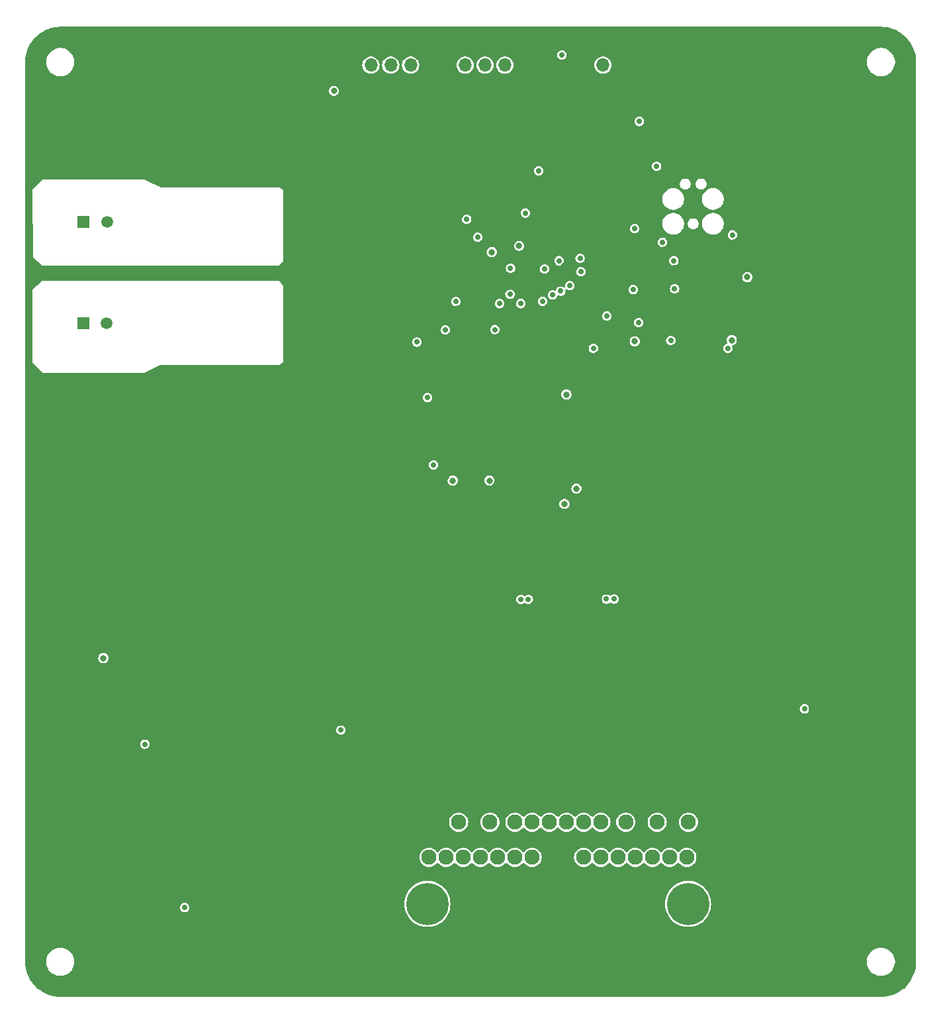
<source format=gbr>
%TF.GenerationSoftware,KiCad,Pcbnew,8.0.3*%
%TF.CreationDate,2025-02-03T16:29:30-06:00*%
%TF.ProjectId,FSAE_BMS,46534145-5f42-44d5-932e-6b696361645f,rev?*%
%TF.SameCoordinates,Original*%
%TF.FileFunction,Copper,L3,Inr*%
%TF.FilePolarity,Positive*%
%FSLAX46Y46*%
G04 Gerber Fmt 4.6, Leading zero omitted, Abs format (unit mm)*
G04 Created by KiCad (PCBNEW 8.0.3) date 2025-02-03 16:29:30*
%MOMM*%
%LPD*%
G01*
G04 APERTURE LIST*
%TA.AperFunction,ComponentPad*%
%ADD10C,1.950000*%
%TD*%
%TA.AperFunction,ComponentPad*%
%ADD11C,5.400000*%
%TD*%
%TA.AperFunction,ComponentPad*%
%ADD12R,1.520000X1.520000*%
%TD*%
%TA.AperFunction,ComponentPad*%
%ADD13C,1.520000*%
%TD*%
%TA.AperFunction,ComponentPad*%
%ADD14R,1.700000X1.700000*%
%TD*%
%TA.AperFunction,ComponentPad*%
%ADD15O,1.700000X1.700000*%
%TD*%
%TA.AperFunction,ViaPad*%
%ADD16C,0.700000*%
%TD*%
%TA.AperFunction,ViaPad*%
%ADD17C,0.800000*%
%TD*%
G04 APERTURE END LIST*
D10*
%TO.N,unconnected-(J303-Pad1)*%
%TO.C,J303*%
X175660000Y-127162500D03*
%TO.N,READY_PWR*%
X171660000Y-127162500D03*
%TO.N,CHARGE_PWR*%
X167660000Y-127162500D03*
%TO.N,unconnected-(J303-Pad4)*%
X164460000Y-127162500D03*
%TO.N,unconnected-(J303-Pad5)*%
X162260000Y-127162500D03*
%TO.N,CHARGE_SAFE_HV*%
X160060000Y-127162500D03*
%TO.N,DISCHARGE_EN_HV*%
X157860000Y-127162500D03*
%TO.N,CHARGE_EN_HV*%
X155660000Y-127162500D03*
%TO.N,unconnected-(J303-Pad9)*%
X153460000Y-127162500D03*
%TO.N,FAN_EN_HV*%
X150260000Y-127162500D03*
%TO.N,unconnected-(J303-Pad11)*%
X146260000Y-127162500D03*
%TO.N,GND*%
X142260000Y-127162500D03*
%TO.N,unconnected-(J303-Pad13)*%
X175460000Y-131662500D03*
%TO.N,unconnected-(J303-Pad14)*%
X173260000Y-131662500D03*
%TO.N,unconnected-(J303-Pad15)*%
X171060000Y-131662500D03*
%TO.N,unconnected-(J303-Pad16)*%
X168860000Y-131662500D03*
%TO.N,unconnected-(J303-Pad17)*%
X166660000Y-131662500D03*
%TO.N,ISO_CAN1+*%
X164460000Y-131662500D03*
%TO.N,ISO_CAN1-*%
X162260000Y-131662500D03*
%TO.N,ISO_CAN2+*%
X155660000Y-131662500D03*
%TO.N,ISO_CAN2-*%
X153460000Y-131662500D03*
%TO.N,unconnected-(J303-Pad22)*%
X151260000Y-131662500D03*
%TO.N,unconnected-(J303-Pad23)*%
X149060000Y-131662500D03*
%TO.N,unconnected-(J303-Pad24)*%
X146860000Y-131662500D03*
%TO.N,unconnected-(J303-Pad25)*%
X144660000Y-131662500D03*
%TO.N,unconnected-(J303-Pad26)*%
X142460000Y-131662500D03*
D11*
%TO.N,unconnected-(J303-PadMH1)*%
X175610000Y-137612500D03*
%TO.N,unconnected-(J303-PadMH2)*%
X142260000Y-137612500D03*
%TD*%
D12*
%TO.N,ISO_COMLP*%
%TO.C,J305*%
X98271605Y-50418326D03*
D13*
%TO.N,ISO_COMLN*%
X101271604Y-50418326D03*
%TD*%
D14*
%TO.N,GND*%
%TO.C,J301*%
X154700000Y-30400000D03*
D15*
%TO.N,Net-(D303-A2)*%
X152160000Y-30400000D03*
%TO.N,Net-(D301-A2)*%
X149620000Y-30400000D03*
%TO.N,Net-(J301-Pin_4)*%
X147080000Y-30400000D03*
%TD*%
D14*
%TO.N,GND*%
%TO.C,J302*%
X142660000Y-30400000D03*
D15*
%TO.N,Net-(D304-A2)*%
X140120000Y-30400000D03*
%TO.N,Net-(D302-A2)*%
X137580000Y-30400000D03*
%TO.N,Net-(J302-Pin_4)*%
X135040000Y-30400000D03*
%TD*%
D14*
%TO.N,GND*%
%TO.C,J306*%
X167275000Y-30400000D03*
D15*
%TO.N,Net-(D305-A2)*%
X164735000Y-30400000D03*
%TD*%
D12*
%TO.N,ISO_COMHP*%
%TO.C,J304*%
X98255217Y-63354222D03*
D13*
%TO.N,ISO_COMHN*%
X101255216Y-63354222D03*
%TD*%
D16*
%TO.N,GND*%
X186900000Y-99700000D03*
X135200000Y-100200000D03*
X127800000Y-88750000D03*
X125300000Y-88750000D03*
X122800000Y-88750000D03*
X120300000Y-88750000D03*
X117800000Y-88750000D03*
X100300000Y-95000000D03*
X100300000Y-92500000D03*
X100300000Y-90000000D03*
X97800000Y-82500000D03*
X95300000Y-85000000D03*
X95300000Y-87500000D03*
X97800000Y-80000000D03*
X100300000Y-80000000D03*
X107841341Y-77526095D03*
X110450922Y-77526095D03*
X105304851Y-77536491D03*
X112804851Y-77536491D03*
X97804851Y-77536491D03*
X100304851Y-77536491D03*
X115852754Y-77526095D03*
X102804851Y-77536491D03*
X117804851Y-77536491D03*
%TO.N,+3V3*%
X154800000Y-49300000D03*
D17*
X181200000Y-65557145D03*
D16*
X173900000Y-59000000D03*
D17*
X160050000Y-72500000D03*
X159800000Y-86500000D03*
X183200000Y-57500000D03*
D16*
X147300000Y-50100000D03*
X143050000Y-81500000D03*
X150900000Y-64200000D03*
X152827460Y-59691940D03*
X173400000Y-65600000D03*
X152900000Y-56370000D03*
D17*
X168800000Y-65700000D03*
X161330330Y-84530330D03*
D16*
%TO.N,GND*%
X146480000Y-33400000D03*
X170300000Y-82500000D03*
X109100000Y-119700000D03*
X107800000Y-127500000D03*
X187800000Y-35000000D03*
D17*
X123750000Y-131400000D03*
X105400000Y-43900000D03*
D16*
X95300000Y-125000000D03*
D17*
X145691000Y-87624500D03*
D16*
X160300000Y-47500000D03*
D17*
X185951606Y-86908500D03*
X93389438Y-70900968D03*
X115319784Y-123983604D03*
X143033124Y-121751932D03*
D16*
X177800000Y-27500000D03*
X172800000Y-85000000D03*
X95300000Y-77500000D03*
X162800000Y-142500000D03*
X143400000Y-54700000D03*
X110300000Y-105000000D03*
X157800000Y-45000000D03*
X202800000Y-77500000D03*
X190850000Y-70425000D03*
X160300000Y-140000000D03*
X162154189Y-85003364D03*
X117800000Y-132500000D03*
X112800000Y-127500000D03*
X160075000Y-28400000D03*
D17*
X122387951Y-144418350D03*
D16*
X117800000Y-92500000D03*
X202760856Y-104981646D03*
X170300000Y-40000000D03*
D17*
X129400000Y-44900000D03*
D16*
X197800000Y-45000000D03*
D17*
X142033124Y-122751932D03*
X197984606Y-97100500D03*
X115389438Y-69900968D03*
X138400000Y-54150000D03*
X182400000Y-86900000D03*
D16*
X175300000Y-70000000D03*
X200300000Y-115000000D03*
X187800000Y-57500000D03*
X137800000Y-102500000D03*
X160300000Y-115000000D03*
X147800000Y-145000000D03*
X202800000Y-92500000D03*
X172800000Y-27500000D03*
X162800000Y-137500000D03*
X195300000Y-115000000D03*
X110300000Y-112500000D03*
X182800000Y-40000000D03*
X180300000Y-32500000D03*
X195300000Y-57500000D03*
D17*
X95400000Y-57150000D03*
X140685000Y-88482500D03*
X184051062Y-124368540D03*
D16*
X177800000Y-30000000D03*
X105300000Y-132500000D03*
X140300000Y-45000000D03*
X127800000Y-30000000D03*
X172800000Y-140000000D03*
D17*
X124491000Y-94724500D03*
D16*
X202800000Y-117500000D03*
X95300000Y-92500000D03*
X187800000Y-47500000D03*
X102800000Y-127500000D03*
X100300000Y-37500000D03*
D17*
X121387951Y-144418350D03*
D16*
X189300000Y-66400000D03*
X180300000Y-101800000D03*
X202800000Y-75000000D03*
X202800000Y-115000000D03*
X187800000Y-30000000D03*
X180300000Y-27500000D03*
X95300000Y-115000000D03*
X190300000Y-97500000D03*
X187800000Y-55000000D03*
D17*
X185051062Y-122368540D03*
D16*
X167800000Y-37500000D03*
X120300000Y-30000000D03*
D17*
X182400000Y-82900000D03*
D16*
X115300000Y-130000000D03*
X155937000Y-78350000D03*
X158000000Y-33500000D03*
X167800000Y-140000000D03*
X200300000Y-40000000D03*
D17*
X141691000Y-87624500D03*
D16*
X151250213Y-54882825D03*
X127800000Y-77500000D03*
X112450000Y-141000000D03*
D17*
X117400000Y-44900000D03*
D16*
X177400000Y-67800000D03*
X190300000Y-27500000D03*
X127800000Y-32500000D03*
D17*
X135150000Y-69900000D03*
D16*
X158000000Y-35100000D03*
D17*
X116691000Y-99124500D03*
X123400000Y-44900000D03*
D16*
X147800000Y-102500000D03*
D17*
X187951606Y-84908500D03*
D16*
X190300000Y-62500000D03*
X187800000Y-32500000D03*
X190300000Y-40000000D03*
D17*
X105389438Y-70900968D03*
D16*
X172800000Y-37500000D03*
X157300000Y-38500000D03*
D17*
X125400000Y-57150000D03*
X135097000Y-89117500D03*
D16*
X150300000Y-77500000D03*
X187800000Y-50000000D03*
X115847903Y-74989604D03*
X95300000Y-37500000D03*
X190300000Y-50000000D03*
D17*
X121389438Y-69900968D03*
D16*
X187800000Y-70000000D03*
X187800000Y-27500000D03*
X202800000Y-80000000D03*
X160300000Y-100000000D03*
X162800000Y-115000000D03*
D17*
X114319784Y-123983604D03*
D16*
X97800000Y-37500000D03*
X97800000Y-90000000D03*
X166250000Y-43150000D03*
D17*
X141900000Y-59900000D03*
D16*
X132800000Y-127500000D03*
X152043582Y-55930023D03*
X115300000Y-135000000D03*
D17*
X116319784Y-124983604D03*
X97400000Y-57150000D03*
D16*
X100300000Y-32500000D03*
X127800000Y-27500000D03*
X175300000Y-30000000D03*
X97800000Y-75000000D03*
D17*
X136150000Y-45900000D03*
D16*
X200300000Y-80000000D03*
X175300000Y-145000000D03*
X150300000Y-142500000D03*
D17*
X138150000Y-50650000D03*
D16*
X161714000Y-88311500D03*
X131200000Y-114500000D03*
X112800000Y-75000000D03*
X167505000Y-66522500D03*
X112800000Y-132500000D03*
D17*
X118691000Y-103124500D03*
X198619606Y-105228500D03*
D16*
X140300000Y-145000000D03*
X202800000Y-72500000D03*
D17*
X137150000Y-64650000D03*
D16*
X143396178Y-64247858D03*
D17*
X141033124Y-121751932D03*
D16*
X146209605Y-61478818D03*
D17*
X119400000Y-57150000D03*
D16*
X177800000Y-40000000D03*
X130550000Y-63950000D03*
X150703500Y-84305600D03*
D17*
X123387951Y-145418350D03*
X137400000Y-57150000D03*
D16*
X135300000Y-40000000D03*
X157300000Y-41500000D03*
D17*
X141150000Y-60650000D03*
X111400000Y-57150000D03*
X120387951Y-145418350D03*
X99389438Y-70900968D03*
X198746606Y-98370500D03*
X199975000Y-134075000D03*
X142033124Y-121751932D03*
X117319784Y-123983604D03*
D16*
X137800000Y-105000000D03*
X185300000Y-102500000D03*
X175300000Y-142500000D03*
X202800000Y-70000000D03*
X166750000Y-51500000D03*
X197800000Y-112500000D03*
X197800000Y-57500000D03*
X145300000Y-145000000D03*
X169362192Y-89872198D03*
D17*
X122700000Y-104600000D03*
D16*
X170300000Y-37500000D03*
X112800000Y-145000000D03*
X100300000Y-75000000D03*
X160500000Y-50450000D03*
D17*
X137891000Y-90514500D03*
D16*
X180300000Y-97500000D03*
X155300000Y-135000000D03*
X197800000Y-117500000D03*
X200300000Y-42500000D03*
X102800000Y-32500000D03*
X105300000Y-40000000D03*
D17*
X189951606Y-84908500D03*
X115400000Y-44900000D03*
D16*
X150300000Y-40000000D03*
X152800000Y-140000000D03*
X195300000Y-122500000D03*
D17*
X184051062Y-123368540D03*
D16*
X130300000Y-40000000D03*
X156200000Y-64500000D03*
D17*
X191951606Y-82908500D03*
D16*
X172800000Y-30000000D03*
X127800000Y-75000000D03*
D17*
X127400000Y-57150000D03*
D16*
X117800000Y-75000000D03*
X185300000Y-27500000D03*
X185287800Y-69913013D03*
X107800000Y-30000000D03*
D17*
X199975000Y-132775000D03*
D16*
X197800000Y-125000000D03*
D17*
X133400000Y-69900000D03*
X121400000Y-57150000D03*
D16*
X195300000Y-112500000D03*
X167200000Y-50350000D03*
X152800000Y-42500000D03*
D17*
X136494000Y-89879500D03*
D16*
X175300000Y-59000000D03*
X177300000Y-57000000D03*
X202800000Y-82500000D03*
D17*
X117400000Y-57150000D03*
D16*
X110300000Y-145000000D03*
X105300000Y-140000000D03*
X190300000Y-32500000D03*
D17*
X109400000Y-57150000D03*
D16*
X190300000Y-30000000D03*
X147747916Y-140036491D03*
D17*
X160600000Y-119000000D03*
D16*
X112800000Y-135000000D03*
X187800000Y-37500000D03*
X182800000Y-70000000D03*
X107800000Y-145000000D03*
X170300000Y-102500000D03*
D17*
X125150000Y-131400000D03*
D16*
X95300000Y-95000000D03*
D17*
X139400000Y-55150000D03*
D16*
X95300000Y-97500000D03*
D17*
X103400000Y-43900000D03*
X191951606Y-80908500D03*
D16*
X167800000Y-35000000D03*
X95300000Y-130000000D03*
D17*
X139400000Y-59150000D03*
X139150000Y-62650000D03*
X139691000Y-87624500D03*
D16*
X190300000Y-102500000D03*
X112800000Y-130000000D03*
X107800000Y-142500000D03*
D17*
X182400000Y-80900000D03*
D16*
X195300000Y-45000000D03*
X172800000Y-87500000D03*
X157800000Y-115000000D03*
X135475000Y-54868326D03*
D17*
X97389438Y-70900968D03*
D16*
X131900000Y-27600000D03*
X155823261Y-99326378D03*
X110300000Y-142500000D03*
X190300000Y-45000000D03*
X102800000Y-147500000D03*
X140221928Y-142473904D03*
D17*
X141150000Y-53650000D03*
D16*
X129828667Y-34524833D03*
X95300000Y-40000000D03*
X174589303Y-34342642D03*
X165300000Y-97400000D03*
D17*
X137150000Y-46900000D03*
X140150000Y-61650000D03*
D16*
X197800000Y-42500000D03*
X170300000Y-140000000D03*
X142300000Y-73800000D03*
X200316795Y-124987198D03*
X157800000Y-135000000D03*
X95300000Y-105000000D03*
X192800000Y-47500000D03*
X182800000Y-97500000D03*
X162800000Y-120000000D03*
X187800000Y-65000000D03*
X150300000Y-145000000D03*
X159000001Y-85668630D03*
X167800000Y-40000000D03*
D17*
X138150000Y-63650000D03*
D16*
X158300000Y-71900000D03*
D17*
X136494000Y-88355500D03*
D16*
X165300000Y-140000000D03*
D17*
X135097000Y-90514500D03*
D16*
X195300000Y-55000000D03*
X157800000Y-102500000D03*
X195300000Y-50000000D03*
X172800000Y-72500000D03*
X160300000Y-42500000D03*
D17*
X137400000Y-61150000D03*
D16*
X180300000Y-117500000D03*
X110305197Y-122423409D03*
D17*
X160600000Y-117600000D03*
D16*
X198100000Y-71300000D03*
X175300000Y-61000000D03*
D17*
X199508606Y-97100500D03*
D16*
X132800000Y-107500000D03*
X182800000Y-35000000D03*
X135300000Y-105000000D03*
D17*
X135150000Y-44900000D03*
D16*
X102800000Y-30000000D03*
X170300000Y-145000000D03*
X135300000Y-120000000D03*
X132200000Y-59500000D03*
D17*
X95389438Y-70900968D03*
D16*
X137800000Y-130000000D03*
X152700000Y-58801008D03*
D17*
X177400000Y-121100000D03*
X197222606Y-101037500D03*
X125400000Y-69900000D03*
D16*
X105300000Y-137500000D03*
X100300000Y-40000000D03*
X172800000Y-80000000D03*
X195300000Y-40000000D03*
X158250053Y-89895318D03*
X202800000Y-125000000D03*
D17*
X116691000Y-95124500D03*
D16*
X122800000Y-32500000D03*
D17*
X182400000Y-84900000D03*
X116319784Y-123983604D03*
D16*
X202800000Y-90000000D03*
D17*
X131400000Y-69900000D03*
X135097000Y-87593500D03*
D16*
X172800000Y-142500000D03*
D17*
X117319784Y-124983604D03*
D16*
X114150000Y-140300000D03*
X157800000Y-142500000D03*
X177800000Y-145000000D03*
X166100000Y-97400000D03*
X150800000Y-71900000D03*
X107800000Y-140000000D03*
X160300000Y-137500000D03*
X95300000Y-90000000D03*
D17*
X103389438Y-70900968D03*
X144749000Y-88482500D03*
X109389438Y-69900968D03*
X118691000Y-99124500D03*
D16*
X189375000Y-115575000D03*
D17*
X131150000Y-91500000D03*
X120691000Y-103124500D03*
D16*
X117800000Y-27500000D03*
X185300000Y-32500000D03*
X158000000Y-31700000D03*
D17*
X187951606Y-86908500D03*
D16*
X195300000Y-42500000D03*
X102747808Y-89963509D03*
D17*
X137150000Y-49650000D03*
D16*
X117800000Y-130000000D03*
X95300000Y-132500000D03*
X200300000Y-90000000D03*
X105300000Y-32500000D03*
X125300000Y-37500000D03*
X165300000Y-137500000D03*
X140900000Y-70000000D03*
D17*
X142150000Y-54650000D03*
X131500000Y-90650000D03*
D16*
X105300000Y-30000000D03*
X130750000Y-50950000D03*
X165450000Y-55600000D03*
X100300000Y-145000000D03*
X187800000Y-97500000D03*
X132800000Y-102500000D03*
X150537000Y-88250000D03*
X143380000Y-33300000D03*
D17*
X184051062Y-125368540D03*
D16*
X95300000Y-137500000D03*
D17*
X135400000Y-57150000D03*
D16*
X155300000Y-145000000D03*
D17*
X139033124Y-121751932D03*
D16*
X95300000Y-82500000D03*
X165300000Y-37500000D03*
X202800000Y-122500000D03*
D17*
X187951606Y-80908500D03*
D16*
X165300000Y-142500000D03*
D17*
X113389438Y-69900968D03*
D16*
X195300000Y-60000000D03*
X158000000Y-29600000D03*
D17*
X197222606Y-98370500D03*
D16*
X115300000Y-132500000D03*
X152800000Y-137500000D03*
X157800000Y-112500000D03*
X177800000Y-97600000D03*
X195300000Y-37500000D03*
D17*
X196587606Y-102434500D03*
D16*
X158300000Y-48000000D03*
X167800000Y-137500000D03*
X190300000Y-65000000D03*
X199600000Y-66400000D03*
X177800000Y-70000000D03*
X200300000Y-85000000D03*
X140300000Y-47500000D03*
D17*
X180350000Y-123000000D03*
D16*
X186300000Y-56400000D03*
D17*
X123400000Y-57150000D03*
D16*
X200300000Y-45000000D03*
X170400000Y-52500000D03*
X125300000Y-32500000D03*
D17*
X118319784Y-123983604D03*
D16*
X105300000Y-142500000D03*
D17*
X140400000Y-56150000D03*
D16*
X115300000Y-127500000D03*
X107800000Y-135000000D03*
X102800000Y-75000000D03*
D17*
X111400000Y-44900000D03*
D16*
X134802483Y-27465205D03*
X202800000Y-47500000D03*
D17*
X115400000Y-57150000D03*
D16*
X149673034Y-84300000D03*
X182800000Y-37500000D03*
X162564000Y-88311500D03*
X200300000Y-77500000D03*
X95300000Y-110000000D03*
X92779209Y-77468706D03*
X145300000Y-140000000D03*
X165300000Y-27500000D03*
X180300000Y-37500000D03*
X180500000Y-53900000D03*
X177300000Y-61000000D03*
D17*
X113400000Y-57150000D03*
D16*
X200300000Y-50000000D03*
X185300000Y-42500000D03*
X155300000Y-47500000D03*
X147800000Y-135000000D03*
X111200000Y-139000000D03*
X122800000Y-37500000D03*
D17*
X187951606Y-82908500D03*
D16*
X162141047Y-55932881D03*
X97800000Y-97500000D03*
X135500000Y-47050000D03*
X102800000Y-40000000D03*
X197800000Y-47500000D03*
X133600000Y-109300000D03*
X135300000Y-130000000D03*
D17*
X119400000Y-44900000D03*
D16*
X202800000Y-102500000D03*
D17*
X199508606Y-99640500D03*
D16*
X195300000Y-62500000D03*
X161800000Y-72000000D03*
X110300000Y-100000000D03*
D17*
X118700000Y-104600000D03*
X131800000Y-129500000D03*
X109139438Y-44649032D03*
X185951606Y-80908500D03*
X120691000Y-95124500D03*
D16*
X192800000Y-42500000D03*
X132800000Y-120000000D03*
D17*
X191951606Y-84908500D03*
X120387951Y-144418350D03*
D16*
X202800000Y-45000000D03*
X137800000Y-127500000D03*
D17*
X160600000Y-120300000D03*
D16*
X102800000Y-140000000D03*
D17*
X184051062Y-122368540D03*
D16*
X120300000Y-27500000D03*
X182800000Y-102500000D03*
X132450000Y-118300000D03*
X192800000Y-60000000D03*
X95300000Y-107500000D03*
D17*
X120691000Y-101124500D03*
X137400000Y-53150001D03*
X118691000Y-97124500D03*
X127400000Y-44900000D03*
X118691000Y-95124500D03*
D16*
X200300000Y-87500000D03*
X187800000Y-45000000D03*
X147800000Y-142500000D03*
X160300000Y-112500000D03*
X132800000Y-122500000D03*
X97800000Y-92500000D03*
X165300000Y-135000000D03*
X154623495Y-48417475D03*
X135300000Y-132500000D03*
X155300000Y-137500000D03*
D17*
X122691000Y-101124500D03*
D16*
X169370000Y-72048621D03*
X195300000Y-65000000D03*
D17*
X103400000Y-57150000D03*
D16*
X191350000Y-69875000D03*
X202800000Y-120000000D03*
X183200000Y-56500000D03*
D17*
X183951606Y-86908500D03*
X121400000Y-44900000D03*
D16*
X142800000Y-145000000D03*
X115300000Y-145000000D03*
X185300000Y-30000000D03*
X162800000Y-102500000D03*
X155100000Y-97400000D03*
D17*
X120700000Y-104600000D03*
D16*
X157800000Y-140000000D03*
X152800000Y-27500000D03*
X160300000Y-92500000D03*
X120545149Y-74963509D03*
X106100000Y-116299997D03*
X133780000Y-33400000D03*
X202800000Y-112500000D03*
X182800000Y-117500000D03*
X155298411Y-27476803D03*
X102800000Y-137500000D03*
X150300000Y-140000000D03*
X185300000Y-72500000D03*
X127800000Y-37500000D03*
X200300000Y-122500000D03*
X160300000Y-35000000D03*
X182210773Y-65677743D03*
D17*
X122691000Y-95124500D03*
D16*
X175300000Y-75000000D03*
X187800000Y-60000000D03*
X167800000Y-42500000D03*
X102800000Y-132500000D03*
D17*
X131400000Y-57150000D03*
D16*
X137800000Y-100000000D03*
X130300000Y-127500000D03*
D17*
X122691000Y-97124500D03*
D16*
X192800000Y-45000000D03*
D17*
X197984606Y-99640500D03*
X183951606Y-82908500D03*
D16*
X92800000Y-75000000D03*
X157800000Y-132500000D03*
D17*
X123387951Y-144418350D03*
D16*
X155937000Y-79300000D03*
X110300000Y-102500000D03*
X143690138Y-80867365D03*
X102800000Y-125000000D03*
X95300000Y-120000000D03*
D17*
X137891000Y-87593500D03*
D16*
X197800000Y-65000000D03*
X156950000Y-55600000D03*
D17*
X117389438Y-69900968D03*
D16*
X167800000Y-145000000D03*
X140242610Y-37468706D03*
D17*
X93400000Y-57150000D03*
D16*
X105300000Y-37500000D03*
X160300000Y-135000000D03*
D17*
X183951606Y-84908500D03*
D16*
X95300000Y-135000000D03*
X176700000Y-43200000D03*
X199800000Y-55400000D03*
D17*
X191951606Y-86908500D03*
X132557000Y-89117500D03*
D16*
X202800000Y-42500000D03*
X157800000Y-97500000D03*
D17*
X185051062Y-125368540D03*
D16*
X140300000Y-132500000D03*
X172600000Y-53900000D03*
D17*
X121387951Y-145418350D03*
X101400000Y-57150000D03*
D16*
X185300000Y-47500000D03*
X172800000Y-77500000D03*
X167744415Y-102511598D03*
X197800000Y-40000000D03*
X202800000Y-40000000D03*
D17*
X196500000Y-95600000D03*
X132557000Y-90514500D03*
D16*
X160300000Y-102500000D03*
X185451377Y-97494802D03*
D17*
X119387951Y-145418350D03*
D16*
X162800000Y-135000000D03*
X125300000Y-30000000D03*
D17*
X133827000Y-89879500D03*
D16*
X182800000Y-100000000D03*
D17*
X95400000Y-43900000D03*
D16*
X155300000Y-142500000D03*
X95300000Y-112500000D03*
X157300000Y-40000000D03*
X132800000Y-100000000D03*
D17*
X118691000Y-101124500D03*
D16*
X170300000Y-63047900D03*
X102800000Y-130000000D03*
X162800000Y-145000000D03*
X162800000Y-100000000D03*
X136300000Y-107400000D03*
D17*
X107650000Y-70650000D03*
X120691000Y-97124500D03*
D16*
X188475000Y-113775000D03*
X170300000Y-142500000D03*
X125300000Y-77500000D03*
D17*
X189951606Y-80908500D03*
D16*
X187800000Y-115000000D03*
X160300000Y-45000000D03*
X165300000Y-40000000D03*
X164667638Y-61776884D03*
D17*
X185051062Y-124368540D03*
D16*
X197800000Y-55000000D03*
X163450000Y-46050000D03*
X102800000Y-27500000D03*
X153597752Y-99347355D03*
X200300000Y-120000000D03*
X200300000Y-75000000D03*
X150970505Y-62569745D03*
X167800000Y-135000000D03*
X192800000Y-30000000D03*
X159800000Y-57883500D03*
X95300000Y-75000000D03*
X170300000Y-85000000D03*
X105300000Y-75000000D03*
X160300000Y-90000000D03*
X202800000Y-95000000D03*
D17*
X101400000Y-43900000D03*
D16*
X110446071Y-74989604D03*
X135585496Y-60015442D03*
X160500000Y-51350000D03*
D17*
X107400000Y-43900000D03*
D16*
X182800000Y-30000000D03*
X155300000Y-45000000D03*
X162800000Y-97500000D03*
X195300000Y-120000000D03*
X147800000Y-62600000D03*
D17*
X119387951Y-144418350D03*
D16*
X117800000Y-120000000D03*
X179800000Y-101000000D03*
D17*
X122450000Y-131400000D03*
D16*
X170300000Y-137500000D03*
D17*
X114319784Y-124983604D03*
X120691000Y-99124500D03*
D16*
X175300000Y-72500000D03*
X172800000Y-40000000D03*
X192800000Y-40000000D03*
X152800000Y-45000000D03*
X150300000Y-27500000D03*
X107800000Y-137500000D03*
X157800000Y-100000000D03*
X167800000Y-142500000D03*
X115300000Y-142500000D03*
D17*
X140033124Y-122751932D03*
D16*
X162747916Y-140036491D03*
D17*
X139033124Y-122751932D03*
D16*
X200300000Y-47500000D03*
D17*
X118319784Y-124983604D03*
D16*
X202800000Y-100000000D03*
X180200768Y-67348843D03*
X166964000Y-78211500D03*
X200300000Y-117500000D03*
X172800000Y-100000000D03*
X162800000Y-27500000D03*
D17*
X136200000Y-68900000D03*
D16*
X155480000Y-33400000D03*
X160300000Y-27500000D03*
X202800000Y-110000000D03*
X95300000Y-117500000D03*
X147800000Y-100000000D03*
X187800000Y-62500000D03*
D17*
X116691000Y-103124500D03*
D16*
X170300000Y-75000000D03*
X160300000Y-142500000D03*
X125300000Y-40000000D03*
X159919975Y-32355025D03*
X171300000Y-61000000D03*
X176300000Y-46000000D03*
X167800000Y-27500000D03*
D17*
X137150000Y-67900000D03*
D16*
X162800000Y-90000000D03*
X182800000Y-72500000D03*
X158296210Y-60683495D03*
X140300000Y-127500000D03*
X117800000Y-30000000D03*
D17*
X105400000Y-57150000D03*
D16*
X110300000Y-97500000D03*
D17*
X192751606Y-90308500D03*
D16*
X147800000Y-137500000D03*
X162800000Y-117500000D03*
D17*
X184051062Y-121368540D03*
X192351606Y-88708500D03*
D16*
X135182568Y-102437305D03*
X92800000Y-140000000D03*
X105174718Y-89937413D03*
D17*
X122691000Y-99124500D03*
X164600000Y-121100000D03*
D16*
X182800000Y-42500000D03*
X127800000Y-40000000D03*
X122800000Y-92500000D03*
X180300000Y-72500000D03*
D17*
X139400000Y-57150000D03*
D16*
X132800000Y-40000000D03*
X163982886Y-67384997D03*
X170300000Y-77500000D03*
X181800000Y-45800000D03*
X150300000Y-75000000D03*
D17*
X197984606Y-102434500D03*
D16*
X172232920Y-63389216D03*
X197800000Y-37500000D03*
X192800000Y-35000000D03*
D17*
X143033124Y-122751932D03*
D16*
X159800000Y-87450003D03*
X177800000Y-37500000D03*
X180300000Y-40000000D03*
X145605368Y-84526003D03*
D17*
X137150000Y-48300000D03*
D16*
X125300000Y-27500000D03*
X102800000Y-135000000D03*
X115300000Y-120000000D03*
X175300000Y-40000000D03*
X112800000Y-142500000D03*
D17*
X116700000Y-104600000D03*
D16*
X150300000Y-135000000D03*
X200300000Y-37500000D03*
X200300000Y-112500000D03*
X142800000Y-142500000D03*
D17*
X199477606Y-110234500D03*
D16*
X160300000Y-145000000D03*
X190300000Y-42500000D03*
X140300000Y-27500000D03*
X132300000Y-55250000D03*
D17*
X180350000Y-123850000D03*
D16*
X160300000Y-40000000D03*
X175300000Y-37500000D03*
X107836490Y-74989604D03*
X150300000Y-137500000D03*
X197800000Y-120000000D03*
D17*
X185051062Y-121368540D03*
X161950000Y-123150000D03*
D16*
X166900000Y-99300000D03*
D17*
X139150000Y-51650000D03*
X119389438Y-69900968D03*
D16*
X185300000Y-50000000D03*
X110300000Y-95000000D03*
X167750000Y-64650000D03*
X122800000Y-40000000D03*
X164500000Y-99300000D03*
X186300000Y-63500000D03*
X182800000Y-27500000D03*
X155300000Y-140000000D03*
X150300000Y-102482602D03*
X140300000Y-50000000D03*
X150300000Y-42500000D03*
X152800000Y-142500000D03*
D17*
X137150000Y-66300000D03*
D16*
X195300000Y-117500000D03*
X155300000Y-102500000D03*
X95300000Y-80000000D03*
X132200000Y-46650000D03*
D17*
X99400000Y-57150000D03*
D16*
X197800000Y-50000000D03*
D17*
X195600000Y-95450000D03*
D16*
X152800000Y-135000000D03*
X202800000Y-87500000D03*
X95300000Y-127500000D03*
X192800000Y-37500000D03*
X176300000Y-69000000D03*
X137100000Y-106900000D03*
X120300000Y-40000000D03*
X168300000Y-33000000D03*
D17*
X199477606Y-104234500D03*
D16*
X162800000Y-35000000D03*
X158300000Y-27500000D03*
D17*
X107410562Y-57149032D03*
X185951606Y-84908500D03*
D16*
X120300000Y-32500000D03*
X95299999Y-122473687D03*
X192800000Y-50000000D03*
X197800000Y-60000000D03*
D17*
X123400000Y-69900000D03*
D16*
X100300000Y-147500000D03*
D17*
X129400000Y-57150000D03*
D16*
X152800000Y-145000000D03*
D17*
X126091000Y-94324500D03*
D16*
X197800000Y-122500000D03*
X162800000Y-40000000D03*
X187800000Y-117500000D03*
D17*
X140150000Y-52650000D03*
X93389438Y-43899032D03*
D16*
X102800000Y-37500000D03*
X132250000Y-68300000D03*
D17*
X133400000Y-44900000D03*
D16*
X134250000Y-117500000D03*
X135300000Y-122500000D03*
X107500000Y-120665000D03*
D17*
X189951606Y-86908500D03*
D16*
X120346994Y-92484299D03*
D17*
X97400000Y-43900000D03*
X122387951Y-145418350D03*
X185051062Y-123368540D03*
D16*
X165300000Y-145000000D03*
X160300000Y-132500000D03*
X195300000Y-125000000D03*
X105300000Y-130000000D03*
X142800000Y-37500000D03*
D17*
X138400000Y-60150000D03*
X113400000Y-44900000D03*
D16*
X160500000Y-49500000D03*
X120300000Y-37500000D03*
X175375989Y-102511598D03*
X185300000Y-37500000D03*
X185300000Y-115000000D03*
X142800000Y-47500000D03*
X174300000Y-68000000D03*
X183300000Y-50200000D03*
X185300000Y-40000000D03*
X152800000Y-37500000D03*
D17*
X138907000Y-88482500D03*
D16*
X170050000Y-68500000D03*
X146495013Y-49697507D03*
X187800000Y-102500000D03*
X107763509Y-129947916D03*
D17*
X133827000Y-88355500D03*
D16*
X172743212Y-102488401D03*
X117800000Y-127500000D03*
X102800000Y-122500000D03*
X144692224Y-83000000D03*
X135585496Y-68065442D03*
X186400000Y-64500000D03*
X202800000Y-50000000D03*
X95300000Y-102500000D03*
D17*
X185951606Y-82908500D03*
D16*
X177300000Y-59000000D03*
X202800000Y-85000000D03*
D17*
X143691000Y-87624500D03*
X132557000Y-87593500D03*
D16*
X130771333Y-34524833D03*
X177800000Y-35000000D03*
X191400000Y-112700000D03*
X182800000Y-32500000D03*
D17*
X129100000Y-129500000D03*
D16*
X172800000Y-82500000D03*
D17*
X196587606Y-97100500D03*
D16*
X180300000Y-35000000D03*
X102800000Y-92500000D03*
X122800000Y-30000000D03*
X197800000Y-62500000D03*
X165300000Y-42500000D03*
D17*
X199477606Y-106234500D03*
D16*
X190300000Y-35000000D03*
X168952192Y-52187041D03*
D17*
X199508606Y-102434500D03*
X115319784Y-124983604D03*
D16*
X107800000Y-110000000D03*
X197800000Y-115000000D03*
D17*
X111389438Y-69900968D03*
X133400000Y-57150000D03*
D16*
X107800000Y-112500000D03*
X190300000Y-57500000D03*
X137800000Y-42500000D03*
X142800000Y-50000000D03*
X160300000Y-97500000D03*
X157800000Y-145000000D03*
X135300000Y-127500000D03*
X180300000Y-30000000D03*
X192800000Y-27500000D03*
X165500000Y-34700000D03*
D17*
X131400000Y-44900000D03*
D16*
X202800000Y-107500000D03*
X173900000Y-56300000D03*
D17*
X140400000Y-58150000D03*
D16*
X181600000Y-53000000D03*
X166964000Y-79111500D03*
X150300000Y-90000000D03*
X105300000Y-127500000D03*
X145300000Y-142500000D03*
X162800000Y-42500000D03*
X185300000Y-100000000D03*
D17*
X129400000Y-69900000D03*
D16*
X172800000Y-75000000D03*
X177800000Y-32500000D03*
D17*
X101389438Y-70900968D03*
X196587606Y-99640500D03*
D16*
X177800000Y-142500000D03*
D17*
X198619606Y-109292500D03*
D16*
X187800000Y-40000000D03*
X105300000Y-135000000D03*
X151487000Y-88250000D03*
X110300000Y-27500000D03*
X142800000Y-40000000D03*
X202800000Y-97500000D03*
X192826203Y-57494910D03*
X107800000Y-132500000D03*
X195300000Y-47500000D03*
X137800000Y-27500000D03*
X175300000Y-57000000D03*
X159736398Y-56036398D03*
X157800000Y-43000000D03*
X157800000Y-137500000D03*
D17*
X122691000Y-103124500D03*
X116691000Y-97124500D03*
D16*
X187800000Y-42500000D03*
D17*
X183951606Y-80908500D03*
D16*
X97800000Y-40000000D03*
X107800000Y-27500000D03*
X92800000Y-80000000D03*
X105300000Y-125000000D03*
X175300000Y-27500000D03*
X190300000Y-37500000D03*
X185300000Y-35000000D03*
X170300000Y-135000000D03*
X185300000Y-45000000D03*
X192800000Y-32500000D03*
X170350000Y-57100000D03*
X140810050Y-76110050D03*
X177305171Y-63265502D03*
D17*
X141033124Y-122751932D03*
D16*
X179800000Y-57000000D03*
D17*
X130500000Y-129500000D03*
D16*
X117800000Y-135000000D03*
X157800000Y-130000000D03*
D17*
X199975000Y-131375000D03*
D16*
X195500000Y-66400000D03*
X152800000Y-40000000D03*
X154300000Y-97400000D03*
X153226951Y-52800000D03*
X140263602Y-65163602D03*
D17*
X161950000Y-124000000D03*
D16*
X122800000Y-27500000D03*
X190300000Y-60000000D03*
X175325756Y-63265502D03*
X140300000Y-40000000D03*
D17*
X137891000Y-89117500D03*
X99400000Y-43900000D03*
X127400000Y-69900000D03*
D16*
X200300000Y-82500000D03*
D17*
X199477606Y-108234500D03*
D16*
X97800000Y-95000000D03*
X132800000Y-105000000D03*
D17*
X198746606Y-101037500D03*
D16*
X200300000Y-92500000D03*
X192800000Y-55000000D03*
D17*
X189951606Y-82908500D03*
D16*
X190300000Y-47500000D03*
D17*
X198619606Y-103450500D03*
D16*
X190300000Y-55000000D03*
D17*
X116691000Y-101124500D03*
D16*
X142800000Y-42500000D03*
X115300000Y-27500000D03*
D17*
X125400000Y-44900000D03*
D16*
X105300000Y-27500000D03*
X172800000Y-145000000D03*
X202800000Y-37500000D03*
D17*
X140033124Y-121751932D03*
D16*
%TO.N,DISCHARGE_EN_LV*%
X131200000Y-115400000D03*
X159326551Y-59283499D03*
%TO.N,CHARGE_SAFE_LV*%
X158300000Y-59783500D03*
X190500000Y-112700000D03*
%TO.N,/MCU/SWO*%
X168600000Y-59100000D03*
X171600000Y-43300000D03*
%TO.N,/MCU/SWCLK*%
X165227084Y-62481884D03*
X168800000Y-51300000D03*
%TO.N,ISO_CAN1+*%
X166127000Y-98650000D03*
%TO.N,/MCU/TEST_LED*%
X161900000Y-56800000D03*
X169400000Y-37600000D03*
%TO.N,ISO_CAN1-*%
X165173000Y-98650000D03*
%TO.N,ISO_CAN2+*%
X155177000Y-98700000D03*
%TO.N,ISO_CAN2-*%
X154223000Y-98700000D03*
%TO.N,/MCU/SWDIO*%
X163500000Y-66600000D03*
X173800000Y-55400000D03*
%TO.N,/MCU/NRST*%
X172352750Y-53034626D03*
X181300000Y-52100000D03*
%TO.N,CHARGE_EN_LV*%
X106100000Y-117200000D03*
X160500000Y-58583500D03*
%TO.N,SPI1_NSS*%
X157252704Y-56447570D03*
X148700000Y-52400000D03*
%TO.N,CHARGE_PWR_LV_ISO*%
X151516500Y-60883500D03*
X140900000Y-65800000D03*
D17*
%TO.N,+5V*%
X130300000Y-33700000D03*
X150200000Y-83500000D03*
X100800000Y-106200000D03*
X145500000Y-83500000D03*
D16*
%TO.N,READY_PWR_LV_ISO*%
X157000000Y-60583500D03*
X142300000Y-72900000D03*
%TO.N,BQ_NFAULT*%
X144550000Y-64250000D03*
X145925000Y-60625000D03*
D17*
%TO.N,BQ_SPI_RDY*%
X154000000Y-53500000D03*
X150500000Y-54300000D03*
D16*
%TO.N,/MCU/SDIO_DET*%
X180700000Y-66600000D03*
X169300000Y-63300000D03*
%TO.N,FAN_EN_LV*%
X154216360Y-60883501D03*
X111200000Y-138100000D03*
%TO.N,ADC_IN*%
X161800000Y-55100000D03*
X159475000Y-29100000D03*
%TO.N,UART4_TX*%
X156500000Y-43900000D03*
X159100000Y-55400000D03*
%TD*%
%TA.AperFunction,Conductor*%
%TO.N,GND*%
G36*
X200302702Y-25500617D02*
G01*
X200686771Y-25517386D01*
X200697506Y-25518326D01*
X201075971Y-25568152D01*
X201086597Y-25570025D01*
X201459284Y-25652648D01*
X201469710Y-25655442D01*
X201833765Y-25770227D01*
X201843911Y-25773920D01*
X202196578Y-25920000D01*
X202206369Y-25924566D01*
X202544942Y-26100816D01*
X202554310Y-26106224D01*
X202876244Y-26311318D01*
X202885105Y-26317523D01*
X203187930Y-26549889D01*
X203196217Y-26556843D01*
X203477635Y-26814715D01*
X203485284Y-26822364D01*
X203743156Y-27103782D01*
X203750110Y-27112069D01*
X203982476Y-27414894D01*
X203988681Y-27423755D01*
X204193775Y-27745689D01*
X204199183Y-27755057D01*
X204375430Y-28093623D01*
X204380002Y-28103427D01*
X204526075Y-28456078D01*
X204529775Y-28466244D01*
X204644554Y-28830278D01*
X204647354Y-28840727D01*
X204729971Y-29213389D01*
X204731849Y-29224042D01*
X204781671Y-29602473D01*
X204782614Y-29613249D01*
X204799382Y-29997297D01*
X204799500Y-30002706D01*
X204799500Y-144997293D01*
X204799382Y-145002702D01*
X204782614Y-145386750D01*
X204781671Y-145397526D01*
X204731849Y-145775957D01*
X204729971Y-145786610D01*
X204647354Y-146159272D01*
X204644554Y-146169721D01*
X204529775Y-146533755D01*
X204526075Y-146543921D01*
X204380002Y-146896572D01*
X204375430Y-146906376D01*
X204199183Y-147244942D01*
X204193775Y-147254310D01*
X203988681Y-147576244D01*
X203982476Y-147585105D01*
X203750110Y-147887930D01*
X203743156Y-147896217D01*
X203485284Y-148177635D01*
X203477635Y-148185284D01*
X203196217Y-148443156D01*
X203187930Y-148450110D01*
X202885105Y-148682476D01*
X202876244Y-148688681D01*
X202554310Y-148893775D01*
X202544942Y-148899183D01*
X202206376Y-149075430D01*
X202196572Y-149080002D01*
X201843921Y-149226075D01*
X201833755Y-149229775D01*
X201469721Y-149344554D01*
X201459272Y-149347354D01*
X201086610Y-149429971D01*
X201075957Y-149431849D01*
X200697526Y-149481671D01*
X200686750Y-149482614D01*
X200302703Y-149499382D01*
X200297294Y-149499500D01*
X95302706Y-149499500D01*
X95297297Y-149499382D01*
X94913249Y-149482614D01*
X94902473Y-149481671D01*
X94524042Y-149431849D01*
X94513389Y-149429971D01*
X94140727Y-149347354D01*
X94130278Y-149344554D01*
X93766244Y-149229775D01*
X93756078Y-149226075D01*
X93403427Y-149080002D01*
X93393623Y-149075430D01*
X93055057Y-148899183D01*
X93045689Y-148893775D01*
X92723755Y-148688681D01*
X92714894Y-148682476D01*
X92412069Y-148450110D01*
X92403782Y-148443156D01*
X92122364Y-148185284D01*
X92114715Y-148177635D01*
X91856843Y-147896217D01*
X91849889Y-147887930D01*
X91617523Y-147585105D01*
X91611318Y-147576244D01*
X91406224Y-147254310D01*
X91400816Y-147244942D01*
X91224569Y-146906376D01*
X91219997Y-146896572D01*
X91142139Y-146708606D01*
X91073920Y-146543911D01*
X91070224Y-146533755D01*
X90955442Y-146169710D01*
X90952648Y-146159284D01*
X90870025Y-145786597D01*
X90868152Y-145775971D01*
X90818326Y-145397506D01*
X90817386Y-145386771D01*
X90800618Y-145002702D01*
X90800500Y-144997293D01*
X90800500Y-144881995D01*
X93499500Y-144881995D01*
X93499500Y-145118004D01*
X93499501Y-145118020D01*
X93530306Y-145352010D01*
X93591394Y-145579993D01*
X93681714Y-145798045D01*
X93681719Y-145798056D01*
X93752677Y-145920957D01*
X93799727Y-146002450D01*
X93799729Y-146002453D01*
X93799730Y-146002454D01*
X93943406Y-146189697D01*
X93943412Y-146189704D01*
X94110295Y-146356587D01*
X94110301Y-146356592D01*
X94297550Y-146500273D01*
X94364489Y-146538920D01*
X94501943Y-146618280D01*
X94501948Y-146618282D01*
X94501951Y-146618284D01*
X94720007Y-146708606D01*
X94947986Y-146769693D01*
X95181989Y-146800500D01*
X95181996Y-146800500D01*
X95418004Y-146800500D01*
X95418011Y-146800500D01*
X95652014Y-146769693D01*
X95879993Y-146708606D01*
X96098049Y-146618284D01*
X96302450Y-146500273D01*
X96489699Y-146356592D01*
X96656592Y-146189699D01*
X96800273Y-146002450D01*
X96918284Y-145798049D01*
X97008606Y-145579993D01*
X97069693Y-145352014D01*
X97100500Y-145118011D01*
X97100500Y-144881995D01*
X198499500Y-144881995D01*
X198499500Y-145118004D01*
X198499501Y-145118020D01*
X198530306Y-145352010D01*
X198591394Y-145579993D01*
X198681714Y-145798045D01*
X198681719Y-145798056D01*
X198752677Y-145920957D01*
X198799727Y-146002450D01*
X198799729Y-146002453D01*
X198799730Y-146002454D01*
X198943406Y-146189697D01*
X198943412Y-146189704D01*
X199110295Y-146356587D01*
X199110301Y-146356592D01*
X199297550Y-146500273D01*
X199364489Y-146538920D01*
X199501943Y-146618280D01*
X199501948Y-146618282D01*
X199501951Y-146618284D01*
X199720007Y-146708606D01*
X199947986Y-146769693D01*
X200181989Y-146800500D01*
X200181996Y-146800500D01*
X200418004Y-146800500D01*
X200418011Y-146800500D01*
X200652014Y-146769693D01*
X200879993Y-146708606D01*
X201098049Y-146618284D01*
X201302450Y-146500273D01*
X201489699Y-146356592D01*
X201656592Y-146189699D01*
X201800273Y-146002450D01*
X201918284Y-145798049D01*
X202008606Y-145579993D01*
X202069693Y-145352014D01*
X202100500Y-145118011D01*
X202100500Y-144881989D01*
X202069693Y-144647986D01*
X202008606Y-144420007D01*
X201918284Y-144201951D01*
X201918282Y-144201948D01*
X201918280Y-144201943D01*
X201876118Y-144128918D01*
X201800273Y-143997550D01*
X201656592Y-143810301D01*
X201656587Y-143810295D01*
X201489704Y-143643412D01*
X201489697Y-143643406D01*
X201302454Y-143499730D01*
X201302453Y-143499729D01*
X201302450Y-143499727D01*
X201220957Y-143452677D01*
X201098056Y-143381719D01*
X201098045Y-143381714D01*
X200879993Y-143291394D01*
X200652010Y-143230306D01*
X200418020Y-143199501D01*
X200418017Y-143199500D01*
X200418011Y-143199500D01*
X200181989Y-143199500D01*
X200181983Y-143199500D01*
X200181979Y-143199501D01*
X199947989Y-143230306D01*
X199720006Y-143291394D01*
X199501954Y-143381714D01*
X199501943Y-143381719D01*
X199297545Y-143499730D01*
X199110302Y-143643406D01*
X199110295Y-143643412D01*
X198943412Y-143810295D01*
X198943406Y-143810302D01*
X198799730Y-143997545D01*
X198681719Y-144201943D01*
X198681714Y-144201954D01*
X198591394Y-144420006D01*
X198530306Y-144647989D01*
X198499501Y-144881979D01*
X198499500Y-144881995D01*
X97100500Y-144881995D01*
X97100500Y-144881989D01*
X97069693Y-144647986D01*
X97008606Y-144420007D01*
X96918284Y-144201951D01*
X96918282Y-144201948D01*
X96918280Y-144201943D01*
X96876118Y-144128918D01*
X96800273Y-143997550D01*
X96656592Y-143810301D01*
X96656587Y-143810295D01*
X96489704Y-143643412D01*
X96489697Y-143643406D01*
X96302454Y-143499730D01*
X96302453Y-143499729D01*
X96302450Y-143499727D01*
X96220957Y-143452677D01*
X96098056Y-143381719D01*
X96098045Y-143381714D01*
X95879993Y-143291394D01*
X95652010Y-143230306D01*
X95418020Y-143199501D01*
X95418017Y-143199500D01*
X95418011Y-143199500D01*
X95181989Y-143199500D01*
X95181983Y-143199500D01*
X95181979Y-143199501D01*
X94947989Y-143230306D01*
X94720006Y-143291394D01*
X94501954Y-143381714D01*
X94501943Y-143381719D01*
X94297545Y-143499730D01*
X94110302Y-143643406D01*
X94110295Y-143643412D01*
X93943412Y-143810295D01*
X93943406Y-143810302D01*
X93799730Y-143997545D01*
X93681719Y-144201943D01*
X93681714Y-144201954D01*
X93591394Y-144420006D01*
X93530306Y-144647989D01*
X93499501Y-144881979D01*
X93499500Y-144881995D01*
X90800500Y-144881995D01*
X90800500Y-138099998D01*
X110594318Y-138099998D01*
X110594318Y-138100001D01*
X110614955Y-138256760D01*
X110614956Y-138256762D01*
X110675464Y-138402841D01*
X110771718Y-138528282D01*
X110897159Y-138624536D01*
X111043238Y-138685044D01*
X111121619Y-138695363D01*
X111199999Y-138705682D01*
X111200000Y-138705682D01*
X111200001Y-138705682D01*
X111252254Y-138698802D01*
X111356762Y-138685044D01*
X111502841Y-138624536D01*
X111628282Y-138528282D01*
X111724536Y-138402841D01*
X111785044Y-138256762D01*
X111805682Y-138100000D01*
X111785044Y-137943238D01*
X111724536Y-137797159D01*
X111628282Y-137671718D01*
X111551102Y-137612496D01*
X139304500Y-137612496D01*
X139304500Y-137612503D01*
X139324484Y-137955613D01*
X139324485Y-137955624D01*
X139384163Y-138294075D01*
X139384166Y-138294088D01*
X139482737Y-138623340D01*
X139618865Y-138938917D01*
X139618871Y-138938930D01*
X139790716Y-139236575D01*
X139995952Y-139512255D01*
X139995957Y-139512261D01*
X140117767Y-139641371D01*
X140231813Y-139762253D01*
X140231819Y-139762258D01*
X140231821Y-139762260D01*
X140495093Y-139983172D01*
X140495098Y-139983175D01*
X140782250Y-140172038D01*
X140884329Y-140223304D01*
X141089378Y-140326285D01*
X141089384Y-140326287D01*
X141089386Y-140326288D01*
X141412353Y-140443838D01*
X141746783Y-140523099D01*
X142088153Y-140563000D01*
X142088160Y-140563000D01*
X142431840Y-140563000D01*
X142431847Y-140563000D01*
X142773217Y-140523099D01*
X143107647Y-140443838D01*
X143430614Y-140326288D01*
X143430617Y-140326286D01*
X143430621Y-140326285D01*
X143534487Y-140274120D01*
X143737750Y-140172038D01*
X144024902Y-139983175D01*
X144288187Y-139762253D01*
X144524044Y-139512259D01*
X144729284Y-139236574D01*
X144901131Y-138938926D01*
X145037262Y-138623341D01*
X145135834Y-138294085D01*
X145142416Y-138256760D01*
X145195514Y-137955624D01*
X145195513Y-137955624D01*
X145195516Y-137955613D01*
X145215500Y-137612500D01*
X145215500Y-137612496D01*
X172654500Y-137612496D01*
X172654500Y-137612503D01*
X172674484Y-137955613D01*
X172674485Y-137955624D01*
X172734163Y-138294075D01*
X172734166Y-138294088D01*
X172832737Y-138623340D01*
X172968865Y-138938917D01*
X172968871Y-138938930D01*
X173140716Y-139236575D01*
X173345952Y-139512255D01*
X173345957Y-139512261D01*
X173467767Y-139641371D01*
X173581813Y-139762253D01*
X173581819Y-139762258D01*
X173581821Y-139762260D01*
X173845093Y-139983172D01*
X173845098Y-139983175D01*
X174132250Y-140172038D01*
X174234329Y-140223304D01*
X174439378Y-140326285D01*
X174439384Y-140326287D01*
X174439386Y-140326288D01*
X174762353Y-140443838D01*
X175096783Y-140523099D01*
X175438153Y-140563000D01*
X175438160Y-140563000D01*
X175781840Y-140563000D01*
X175781847Y-140563000D01*
X176123217Y-140523099D01*
X176457647Y-140443838D01*
X176780614Y-140326288D01*
X176780617Y-140326286D01*
X176780621Y-140326285D01*
X176884487Y-140274120D01*
X177087750Y-140172038D01*
X177374902Y-139983175D01*
X177638187Y-139762253D01*
X177874044Y-139512259D01*
X178079284Y-139236574D01*
X178251131Y-138938926D01*
X178387262Y-138623341D01*
X178485834Y-138294085D01*
X178492416Y-138256760D01*
X178545514Y-137955624D01*
X178545513Y-137955624D01*
X178545516Y-137955613D01*
X178565500Y-137612500D01*
X178545516Y-137269387D01*
X178485834Y-136930915D01*
X178387262Y-136601659D01*
X178251131Y-136286074D01*
X178079284Y-135988426D01*
X178079283Y-135988424D01*
X177874047Y-135712744D01*
X177874042Y-135712738D01*
X177759998Y-135591859D01*
X177638187Y-135462747D01*
X177638180Y-135462741D01*
X177638178Y-135462739D01*
X177374906Y-135241827D01*
X177231326Y-135147393D01*
X177087750Y-135052962D01*
X177085956Y-135052061D01*
X176780621Y-134898714D01*
X176780615Y-134898712D01*
X176457648Y-134781162D01*
X176457645Y-134781161D01*
X176123218Y-134701901D01*
X176080545Y-134696913D01*
X175781847Y-134662000D01*
X175438153Y-134662000D01*
X175139454Y-134696913D01*
X175096782Y-134701901D01*
X175096780Y-134701901D01*
X174762354Y-134781161D01*
X174762351Y-134781162D01*
X174439384Y-134898712D01*
X174439378Y-134898714D01*
X174132253Y-135052960D01*
X173845093Y-135241827D01*
X173581821Y-135462739D01*
X173581811Y-135462749D01*
X173345957Y-135712738D01*
X173345952Y-135712744D01*
X173140716Y-135988424D01*
X172968871Y-136286069D01*
X172968865Y-136286082D01*
X172832737Y-136601659D01*
X172734166Y-136930911D01*
X172734163Y-136930924D01*
X172674485Y-137269375D01*
X172674484Y-137269386D01*
X172654500Y-137612496D01*
X145215500Y-137612496D01*
X145195516Y-137269387D01*
X145135834Y-136930915D01*
X145037262Y-136601659D01*
X144901131Y-136286074D01*
X144729284Y-135988426D01*
X144729283Y-135988424D01*
X144524047Y-135712744D01*
X144524042Y-135712738D01*
X144409998Y-135591859D01*
X144288187Y-135462747D01*
X144288180Y-135462741D01*
X144288178Y-135462739D01*
X144024906Y-135241827D01*
X143881326Y-135147393D01*
X143737750Y-135052962D01*
X143735956Y-135052061D01*
X143430621Y-134898714D01*
X143430615Y-134898712D01*
X143107648Y-134781162D01*
X143107645Y-134781161D01*
X142773218Y-134701901D01*
X142730545Y-134696913D01*
X142431847Y-134662000D01*
X142088153Y-134662000D01*
X141789454Y-134696913D01*
X141746782Y-134701901D01*
X141746780Y-134701901D01*
X141412354Y-134781161D01*
X141412351Y-134781162D01*
X141089384Y-134898712D01*
X141089378Y-134898714D01*
X140782253Y-135052960D01*
X140495093Y-135241827D01*
X140231821Y-135462739D01*
X140231811Y-135462749D01*
X139995957Y-135712738D01*
X139995952Y-135712744D01*
X139790716Y-135988424D01*
X139618871Y-136286069D01*
X139618865Y-136286082D01*
X139482737Y-136601659D01*
X139384166Y-136930911D01*
X139384163Y-136930924D01*
X139324485Y-137269375D01*
X139324484Y-137269386D01*
X139304500Y-137612496D01*
X111551102Y-137612496D01*
X111502841Y-137575464D01*
X111356762Y-137514956D01*
X111356760Y-137514955D01*
X111200001Y-137494318D01*
X111199999Y-137494318D01*
X111043239Y-137514955D01*
X111043237Y-137514956D01*
X110897160Y-137575463D01*
X110771718Y-137671718D01*
X110675463Y-137797160D01*
X110614956Y-137943237D01*
X110614955Y-137943239D01*
X110594318Y-138099998D01*
X90800500Y-138099998D01*
X90800500Y-131662498D01*
X141229819Y-131662498D01*
X141229819Y-131662501D01*
X141248507Y-131876113D01*
X141248509Y-131876124D01*
X141304005Y-132083239D01*
X141304007Y-132083243D01*
X141304008Y-132083247D01*
X141349320Y-132180419D01*
X141394631Y-132277590D01*
X141431028Y-132329570D01*
X141517627Y-132453245D01*
X141669255Y-132604873D01*
X141844909Y-132727868D01*
X142039253Y-132818492D01*
X142246381Y-132873992D01*
X142398966Y-132887341D01*
X142459998Y-132892681D01*
X142460000Y-132892681D01*
X142460002Y-132892681D01*
X142513404Y-132888008D01*
X142673619Y-132873992D01*
X142880747Y-132818492D01*
X143075091Y-132727868D01*
X143250745Y-132604873D01*
X143402373Y-132453245D01*
X143458426Y-132373192D01*
X143513002Y-132329570D01*
X143582501Y-132322377D01*
X143644855Y-132353899D01*
X143661571Y-132373190D01*
X143717627Y-132453245D01*
X143869255Y-132604873D01*
X144044909Y-132727868D01*
X144239253Y-132818492D01*
X144446381Y-132873992D01*
X144598966Y-132887341D01*
X144659998Y-132892681D01*
X144660000Y-132892681D01*
X144660002Y-132892681D01*
X144713404Y-132888008D01*
X144873619Y-132873992D01*
X145080747Y-132818492D01*
X145275091Y-132727868D01*
X145450745Y-132604873D01*
X145602373Y-132453245D01*
X145658426Y-132373192D01*
X145713002Y-132329570D01*
X145782501Y-132322377D01*
X145844855Y-132353899D01*
X145861571Y-132373190D01*
X145917627Y-132453245D01*
X146069255Y-132604873D01*
X146244909Y-132727868D01*
X146439253Y-132818492D01*
X146646381Y-132873992D01*
X146798966Y-132887341D01*
X146859998Y-132892681D01*
X146860000Y-132892681D01*
X146860002Y-132892681D01*
X146913404Y-132888008D01*
X147073619Y-132873992D01*
X147280747Y-132818492D01*
X147475091Y-132727868D01*
X147650745Y-132604873D01*
X147802373Y-132453245D01*
X147858426Y-132373192D01*
X147913002Y-132329570D01*
X147982501Y-132322377D01*
X148044855Y-132353899D01*
X148061571Y-132373190D01*
X148117627Y-132453245D01*
X148269255Y-132604873D01*
X148444909Y-132727868D01*
X148639253Y-132818492D01*
X148846381Y-132873992D01*
X148998966Y-132887341D01*
X149059998Y-132892681D01*
X149060000Y-132892681D01*
X149060002Y-132892681D01*
X149113404Y-132888008D01*
X149273619Y-132873992D01*
X149480747Y-132818492D01*
X149675091Y-132727868D01*
X149850745Y-132604873D01*
X150002373Y-132453245D01*
X150058426Y-132373192D01*
X150113002Y-132329570D01*
X150182501Y-132322377D01*
X150244855Y-132353899D01*
X150261571Y-132373190D01*
X150317627Y-132453245D01*
X150469255Y-132604873D01*
X150644909Y-132727868D01*
X150839253Y-132818492D01*
X151046381Y-132873992D01*
X151198966Y-132887341D01*
X151259998Y-132892681D01*
X151260000Y-132892681D01*
X151260002Y-132892681D01*
X151313404Y-132888008D01*
X151473619Y-132873992D01*
X151680747Y-132818492D01*
X151875091Y-132727868D01*
X152050745Y-132604873D01*
X152202373Y-132453245D01*
X152258426Y-132373192D01*
X152313002Y-132329570D01*
X152382501Y-132322377D01*
X152444855Y-132353899D01*
X152461571Y-132373190D01*
X152517627Y-132453245D01*
X152669255Y-132604873D01*
X152844909Y-132727868D01*
X153039253Y-132818492D01*
X153246381Y-132873992D01*
X153398966Y-132887341D01*
X153459998Y-132892681D01*
X153460000Y-132892681D01*
X153460002Y-132892681D01*
X153513404Y-132888008D01*
X153673619Y-132873992D01*
X153880747Y-132818492D01*
X154075091Y-132727868D01*
X154250745Y-132604873D01*
X154402373Y-132453245D01*
X154458426Y-132373192D01*
X154513002Y-132329570D01*
X154582501Y-132322377D01*
X154644855Y-132353899D01*
X154661571Y-132373190D01*
X154717627Y-132453245D01*
X154869255Y-132604873D01*
X155044909Y-132727868D01*
X155239253Y-132818492D01*
X155446381Y-132873992D01*
X155598966Y-132887341D01*
X155659998Y-132892681D01*
X155660000Y-132892681D01*
X155660002Y-132892681D01*
X155713404Y-132888008D01*
X155873619Y-132873992D01*
X156080747Y-132818492D01*
X156275091Y-132727868D01*
X156450745Y-132604873D01*
X156602373Y-132453245D01*
X156725368Y-132277591D01*
X156815992Y-132083247D01*
X156871492Y-131876119D01*
X156890181Y-131662500D01*
X156890181Y-131662498D01*
X161029819Y-131662498D01*
X161029819Y-131662501D01*
X161048507Y-131876113D01*
X161048509Y-131876124D01*
X161104005Y-132083239D01*
X161104007Y-132083243D01*
X161104008Y-132083247D01*
X161149320Y-132180419D01*
X161194631Y-132277590D01*
X161231028Y-132329570D01*
X161317627Y-132453245D01*
X161469255Y-132604873D01*
X161644909Y-132727868D01*
X161839253Y-132818492D01*
X162046381Y-132873992D01*
X162198966Y-132887341D01*
X162259998Y-132892681D01*
X162260000Y-132892681D01*
X162260002Y-132892681D01*
X162313404Y-132888008D01*
X162473619Y-132873992D01*
X162680747Y-132818492D01*
X162875091Y-132727868D01*
X163050745Y-132604873D01*
X163202373Y-132453245D01*
X163258426Y-132373192D01*
X163313002Y-132329570D01*
X163382501Y-132322377D01*
X163444855Y-132353899D01*
X163461571Y-132373190D01*
X163517627Y-132453245D01*
X163669255Y-132604873D01*
X163844909Y-132727868D01*
X164039253Y-132818492D01*
X164246381Y-132873992D01*
X164398966Y-132887341D01*
X164459998Y-132892681D01*
X164460000Y-132892681D01*
X164460002Y-132892681D01*
X164513404Y-132888008D01*
X164673619Y-132873992D01*
X164880747Y-132818492D01*
X165075091Y-132727868D01*
X165250745Y-132604873D01*
X165402373Y-132453245D01*
X165458426Y-132373192D01*
X165513002Y-132329570D01*
X165582501Y-132322377D01*
X165644855Y-132353899D01*
X165661571Y-132373190D01*
X165717627Y-132453245D01*
X165869255Y-132604873D01*
X166044909Y-132727868D01*
X166239253Y-132818492D01*
X166446381Y-132873992D01*
X166598966Y-132887341D01*
X166659998Y-132892681D01*
X166660000Y-132892681D01*
X166660002Y-132892681D01*
X166713404Y-132888008D01*
X166873619Y-132873992D01*
X167080747Y-132818492D01*
X167275091Y-132727868D01*
X167450745Y-132604873D01*
X167602373Y-132453245D01*
X167658426Y-132373192D01*
X167713002Y-132329570D01*
X167782501Y-132322377D01*
X167844855Y-132353899D01*
X167861571Y-132373190D01*
X167917627Y-132453245D01*
X168069255Y-132604873D01*
X168244909Y-132727868D01*
X168439253Y-132818492D01*
X168646381Y-132873992D01*
X168798966Y-132887341D01*
X168859998Y-132892681D01*
X168860000Y-132892681D01*
X168860002Y-132892681D01*
X168913404Y-132888008D01*
X169073619Y-132873992D01*
X169280747Y-132818492D01*
X169475091Y-132727868D01*
X169650745Y-132604873D01*
X169802373Y-132453245D01*
X169858426Y-132373192D01*
X169913002Y-132329570D01*
X169982501Y-132322377D01*
X170044855Y-132353899D01*
X170061571Y-132373190D01*
X170117627Y-132453245D01*
X170269255Y-132604873D01*
X170444909Y-132727868D01*
X170639253Y-132818492D01*
X170846381Y-132873992D01*
X170998966Y-132887341D01*
X171059998Y-132892681D01*
X171060000Y-132892681D01*
X171060002Y-132892681D01*
X171113404Y-132888008D01*
X171273619Y-132873992D01*
X171480747Y-132818492D01*
X171675091Y-132727868D01*
X171850745Y-132604873D01*
X172002373Y-132453245D01*
X172058426Y-132373192D01*
X172113002Y-132329570D01*
X172182501Y-132322377D01*
X172244855Y-132353899D01*
X172261571Y-132373190D01*
X172317627Y-132453245D01*
X172469255Y-132604873D01*
X172644909Y-132727868D01*
X172839253Y-132818492D01*
X173046381Y-132873992D01*
X173198966Y-132887341D01*
X173259998Y-132892681D01*
X173260000Y-132892681D01*
X173260002Y-132892681D01*
X173313404Y-132888008D01*
X173473619Y-132873992D01*
X173680747Y-132818492D01*
X173875091Y-132727868D01*
X174050745Y-132604873D01*
X174202373Y-132453245D01*
X174258426Y-132373192D01*
X174313002Y-132329570D01*
X174382501Y-132322377D01*
X174444855Y-132353899D01*
X174461571Y-132373190D01*
X174517627Y-132453245D01*
X174669255Y-132604873D01*
X174844909Y-132727868D01*
X175039253Y-132818492D01*
X175246381Y-132873992D01*
X175398966Y-132887341D01*
X175459998Y-132892681D01*
X175460000Y-132892681D01*
X175460002Y-132892681D01*
X175513404Y-132888008D01*
X175673619Y-132873992D01*
X175880747Y-132818492D01*
X176075091Y-132727868D01*
X176250745Y-132604873D01*
X176402373Y-132453245D01*
X176525368Y-132277591D01*
X176615992Y-132083247D01*
X176671492Y-131876119D01*
X176690181Y-131662500D01*
X176671492Y-131448881D01*
X176615992Y-131241753D01*
X176525368Y-131047410D01*
X176494008Y-131002624D01*
X176402376Y-130871759D01*
X176402371Y-130871753D01*
X176250745Y-130720127D01*
X176075090Y-130597131D01*
X175977919Y-130551820D01*
X175880747Y-130506508D01*
X175880743Y-130506507D01*
X175880739Y-130506505D01*
X175673624Y-130451009D01*
X175673620Y-130451008D01*
X175673619Y-130451008D01*
X175673618Y-130451007D01*
X175673613Y-130451007D01*
X175460002Y-130432319D01*
X175459998Y-130432319D01*
X175246386Y-130451007D01*
X175246375Y-130451009D01*
X175039260Y-130506505D01*
X175039251Y-130506509D01*
X174844910Y-130597131D01*
X174844908Y-130597132D01*
X174669259Y-130720123D01*
X174669253Y-130720128D01*
X174517628Y-130871753D01*
X174517623Y-130871760D01*
X174461575Y-130951805D01*
X174406998Y-130995430D01*
X174337500Y-131002624D01*
X174275145Y-130971101D01*
X174258425Y-130951805D01*
X174234760Y-130918009D01*
X174202373Y-130871755D01*
X174050745Y-130720127D01*
X173875091Y-130597132D01*
X173875092Y-130597132D01*
X173875090Y-130597131D01*
X173777919Y-130551820D01*
X173680747Y-130506508D01*
X173680743Y-130506507D01*
X173680739Y-130506505D01*
X173473624Y-130451009D01*
X173473620Y-130451008D01*
X173473619Y-130451008D01*
X173473618Y-130451007D01*
X173473613Y-130451007D01*
X173260002Y-130432319D01*
X173259998Y-130432319D01*
X173046386Y-130451007D01*
X173046375Y-130451009D01*
X172839260Y-130506505D01*
X172839251Y-130506509D01*
X172644910Y-130597131D01*
X172644908Y-130597132D01*
X172469259Y-130720123D01*
X172469253Y-130720128D01*
X172317628Y-130871753D01*
X172317623Y-130871760D01*
X172261575Y-130951805D01*
X172206998Y-130995430D01*
X172137500Y-131002624D01*
X172075145Y-130971101D01*
X172058425Y-130951805D01*
X172034760Y-130918009D01*
X172002373Y-130871755D01*
X171850745Y-130720127D01*
X171675091Y-130597132D01*
X171675092Y-130597132D01*
X171675090Y-130597131D01*
X171577919Y-130551820D01*
X171480747Y-130506508D01*
X171480743Y-130506507D01*
X171480739Y-130506505D01*
X171273624Y-130451009D01*
X171273620Y-130451008D01*
X171273619Y-130451008D01*
X171273618Y-130451007D01*
X171273613Y-130451007D01*
X171060002Y-130432319D01*
X171059998Y-130432319D01*
X170846386Y-130451007D01*
X170846375Y-130451009D01*
X170639260Y-130506505D01*
X170639251Y-130506509D01*
X170444910Y-130597131D01*
X170444908Y-130597132D01*
X170269259Y-130720123D01*
X170269253Y-130720128D01*
X170117628Y-130871753D01*
X170117623Y-130871760D01*
X170061575Y-130951805D01*
X170006998Y-130995430D01*
X169937500Y-131002624D01*
X169875145Y-130971101D01*
X169858425Y-130951805D01*
X169834760Y-130918009D01*
X169802373Y-130871755D01*
X169650745Y-130720127D01*
X169475091Y-130597132D01*
X169475092Y-130597132D01*
X169475090Y-130597131D01*
X169377919Y-130551820D01*
X169280747Y-130506508D01*
X169280743Y-130506507D01*
X169280739Y-130506505D01*
X169073624Y-130451009D01*
X169073620Y-130451008D01*
X169073619Y-130451008D01*
X169073618Y-130451007D01*
X169073613Y-130451007D01*
X168860002Y-130432319D01*
X168859998Y-130432319D01*
X168646386Y-130451007D01*
X168646375Y-130451009D01*
X168439260Y-130506505D01*
X168439251Y-130506509D01*
X168244910Y-130597131D01*
X168244908Y-130597132D01*
X168069259Y-130720123D01*
X168069253Y-130720128D01*
X167917628Y-130871753D01*
X167917623Y-130871760D01*
X167861575Y-130951805D01*
X167806998Y-130995430D01*
X167737500Y-131002624D01*
X167675145Y-130971101D01*
X167658425Y-130951805D01*
X167634760Y-130918009D01*
X167602373Y-130871755D01*
X167450745Y-130720127D01*
X167275091Y-130597132D01*
X167275092Y-130597132D01*
X167275090Y-130597131D01*
X167177919Y-130551820D01*
X167080747Y-130506508D01*
X167080743Y-130506507D01*
X167080739Y-130506505D01*
X166873624Y-130451009D01*
X166873620Y-130451008D01*
X166873619Y-130451008D01*
X166873618Y-130451007D01*
X166873613Y-130451007D01*
X166660002Y-130432319D01*
X166659998Y-130432319D01*
X166446386Y-130451007D01*
X166446375Y-130451009D01*
X166239260Y-130506505D01*
X166239251Y-130506509D01*
X166044910Y-130597131D01*
X166044908Y-130597132D01*
X165869259Y-130720123D01*
X165869253Y-130720128D01*
X165717628Y-130871753D01*
X165717623Y-130871760D01*
X165661575Y-130951805D01*
X165606998Y-130995430D01*
X165537500Y-131002624D01*
X165475145Y-130971101D01*
X165458425Y-130951805D01*
X165434760Y-130918009D01*
X165402373Y-130871755D01*
X165250745Y-130720127D01*
X165075091Y-130597132D01*
X165075092Y-130597132D01*
X165075090Y-130597131D01*
X164977919Y-130551820D01*
X164880747Y-130506508D01*
X164880743Y-130506507D01*
X164880739Y-130506505D01*
X164673624Y-130451009D01*
X164673620Y-130451008D01*
X164673619Y-130451008D01*
X164673618Y-130451007D01*
X164673613Y-130451007D01*
X164460002Y-130432319D01*
X164459998Y-130432319D01*
X164246386Y-130451007D01*
X164246375Y-130451009D01*
X164039260Y-130506505D01*
X164039251Y-130506509D01*
X163844910Y-130597131D01*
X163844908Y-130597132D01*
X163669259Y-130720123D01*
X163669253Y-130720128D01*
X163517628Y-130871753D01*
X163517623Y-130871760D01*
X163461575Y-130951805D01*
X163406998Y-130995430D01*
X163337500Y-131002624D01*
X163275145Y-130971101D01*
X163258425Y-130951805D01*
X163234760Y-130918009D01*
X163202373Y-130871755D01*
X163050745Y-130720127D01*
X162875091Y-130597132D01*
X162875092Y-130597132D01*
X162875090Y-130597131D01*
X162777919Y-130551820D01*
X162680747Y-130506508D01*
X162680743Y-130506507D01*
X162680739Y-130506505D01*
X162473624Y-130451009D01*
X162473620Y-130451008D01*
X162473619Y-130451008D01*
X162473618Y-130451007D01*
X162473613Y-130451007D01*
X162260002Y-130432319D01*
X162259998Y-130432319D01*
X162046386Y-130451007D01*
X162046375Y-130451009D01*
X161839260Y-130506505D01*
X161839251Y-130506509D01*
X161644910Y-130597131D01*
X161644908Y-130597132D01*
X161469259Y-130720123D01*
X161469253Y-130720128D01*
X161317628Y-130871753D01*
X161317623Y-130871759D01*
X161194632Y-131047408D01*
X161194631Y-131047410D01*
X161104009Y-131241751D01*
X161104005Y-131241760D01*
X161048509Y-131448875D01*
X161048507Y-131448886D01*
X161029819Y-131662498D01*
X156890181Y-131662498D01*
X156871492Y-131448881D01*
X156815992Y-131241753D01*
X156725368Y-131047410D01*
X156694008Y-131002624D01*
X156602376Y-130871759D01*
X156602371Y-130871753D01*
X156450745Y-130720127D01*
X156275090Y-130597131D01*
X156177919Y-130551820D01*
X156080747Y-130506508D01*
X156080743Y-130506507D01*
X156080739Y-130506505D01*
X155873624Y-130451009D01*
X155873620Y-130451008D01*
X155873619Y-130451008D01*
X155873618Y-130451007D01*
X155873613Y-130451007D01*
X155660002Y-130432319D01*
X155659998Y-130432319D01*
X155446386Y-130451007D01*
X155446375Y-130451009D01*
X155239260Y-130506505D01*
X155239251Y-130506509D01*
X155044910Y-130597131D01*
X155044908Y-130597132D01*
X154869259Y-130720123D01*
X154869253Y-130720128D01*
X154717628Y-130871753D01*
X154717623Y-130871760D01*
X154661575Y-130951805D01*
X154606998Y-130995430D01*
X154537500Y-131002624D01*
X154475145Y-130971101D01*
X154458425Y-130951805D01*
X154434760Y-130918009D01*
X154402373Y-130871755D01*
X154250745Y-130720127D01*
X154075091Y-130597132D01*
X154075092Y-130597132D01*
X154075090Y-130597131D01*
X153977919Y-130551820D01*
X153880747Y-130506508D01*
X153880743Y-130506507D01*
X153880739Y-130506505D01*
X153673624Y-130451009D01*
X153673620Y-130451008D01*
X153673619Y-130451008D01*
X153673618Y-130451007D01*
X153673613Y-130451007D01*
X153460002Y-130432319D01*
X153459998Y-130432319D01*
X153246386Y-130451007D01*
X153246375Y-130451009D01*
X153039260Y-130506505D01*
X153039251Y-130506509D01*
X152844910Y-130597131D01*
X152844908Y-130597132D01*
X152669259Y-130720123D01*
X152669253Y-130720128D01*
X152517628Y-130871753D01*
X152517623Y-130871760D01*
X152461575Y-130951805D01*
X152406998Y-130995430D01*
X152337500Y-131002624D01*
X152275145Y-130971101D01*
X152258425Y-130951805D01*
X152234760Y-130918009D01*
X152202373Y-130871755D01*
X152050745Y-130720127D01*
X151875091Y-130597132D01*
X151875092Y-130597132D01*
X151875090Y-130597131D01*
X151777919Y-130551820D01*
X151680747Y-130506508D01*
X151680743Y-130506507D01*
X151680739Y-130506505D01*
X151473624Y-130451009D01*
X151473620Y-130451008D01*
X151473619Y-130451008D01*
X151473618Y-130451007D01*
X151473613Y-130451007D01*
X151260002Y-130432319D01*
X151259998Y-130432319D01*
X151046386Y-130451007D01*
X151046375Y-130451009D01*
X150839260Y-130506505D01*
X150839251Y-130506509D01*
X150644910Y-130597131D01*
X150644908Y-130597132D01*
X150469259Y-130720123D01*
X150469253Y-130720128D01*
X150317628Y-130871753D01*
X150317623Y-130871760D01*
X150261575Y-130951805D01*
X150206998Y-130995430D01*
X150137500Y-131002624D01*
X150075145Y-130971101D01*
X150058425Y-130951805D01*
X150034760Y-130918009D01*
X150002373Y-130871755D01*
X149850745Y-130720127D01*
X149675091Y-130597132D01*
X149675092Y-130597132D01*
X149675090Y-130597131D01*
X149577919Y-130551820D01*
X149480747Y-130506508D01*
X149480743Y-130506507D01*
X149480739Y-130506505D01*
X149273624Y-130451009D01*
X149273620Y-130451008D01*
X149273619Y-130451008D01*
X149273618Y-130451007D01*
X149273613Y-130451007D01*
X149060002Y-130432319D01*
X149059998Y-130432319D01*
X148846386Y-130451007D01*
X148846375Y-130451009D01*
X148639260Y-130506505D01*
X148639251Y-130506509D01*
X148444910Y-130597131D01*
X148444908Y-130597132D01*
X148269259Y-130720123D01*
X148269253Y-130720128D01*
X148117628Y-130871753D01*
X148117623Y-130871760D01*
X148061575Y-130951805D01*
X148006998Y-130995430D01*
X147937500Y-131002624D01*
X147875145Y-130971101D01*
X147858425Y-130951805D01*
X147834760Y-130918009D01*
X147802373Y-130871755D01*
X147650745Y-130720127D01*
X147475091Y-130597132D01*
X147475092Y-130597132D01*
X147475090Y-130597131D01*
X147377919Y-130551820D01*
X147280747Y-130506508D01*
X147280743Y-130506507D01*
X147280739Y-130506505D01*
X147073624Y-130451009D01*
X147073620Y-130451008D01*
X147073619Y-130451008D01*
X147073618Y-130451007D01*
X147073613Y-130451007D01*
X146860002Y-130432319D01*
X146859998Y-130432319D01*
X146646386Y-130451007D01*
X146646375Y-130451009D01*
X146439260Y-130506505D01*
X146439251Y-130506509D01*
X146244910Y-130597131D01*
X146244908Y-130597132D01*
X146069259Y-130720123D01*
X146069253Y-130720128D01*
X145917628Y-130871753D01*
X145917623Y-130871760D01*
X145861575Y-130951805D01*
X145806998Y-130995430D01*
X145737500Y-131002624D01*
X145675145Y-130971101D01*
X145658425Y-130951805D01*
X145634760Y-130918009D01*
X145602373Y-130871755D01*
X145450745Y-130720127D01*
X145275091Y-130597132D01*
X145275092Y-130597132D01*
X145275090Y-130597131D01*
X145177919Y-130551820D01*
X145080747Y-130506508D01*
X145080743Y-130506507D01*
X145080739Y-130506505D01*
X144873624Y-130451009D01*
X144873620Y-130451008D01*
X144873619Y-130451008D01*
X144873618Y-130451007D01*
X144873613Y-130451007D01*
X144660002Y-130432319D01*
X144659998Y-130432319D01*
X144446386Y-130451007D01*
X144446375Y-130451009D01*
X144239260Y-130506505D01*
X144239251Y-130506509D01*
X144044910Y-130597131D01*
X144044908Y-130597132D01*
X143869259Y-130720123D01*
X143869253Y-130720128D01*
X143717628Y-130871753D01*
X143717623Y-130871760D01*
X143661575Y-130951805D01*
X143606998Y-130995430D01*
X143537500Y-131002624D01*
X143475145Y-130971101D01*
X143458425Y-130951805D01*
X143434760Y-130918009D01*
X143402373Y-130871755D01*
X143250745Y-130720127D01*
X143075091Y-130597132D01*
X143075092Y-130597132D01*
X143075090Y-130597131D01*
X142977919Y-130551820D01*
X142880747Y-130506508D01*
X142880743Y-130506507D01*
X142880739Y-130506505D01*
X142673624Y-130451009D01*
X142673620Y-130451008D01*
X142673619Y-130451008D01*
X142673618Y-130451007D01*
X142673613Y-130451007D01*
X142460002Y-130432319D01*
X142459998Y-130432319D01*
X142246386Y-130451007D01*
X142246375Y-130451009D01*
X142039260Y-130506505D01*
X142039251Y-130506509D01*
X141844910Y-130597131D01*
X141844908Y-130597132D01*
X141669259Y-130720123D01*
X141669253Y-130720128D01*
X141517628Y-130871753D01*
X141517623Y-130871759D01*
X141394632Y-131047408D01*
X141394631Y-131047410D01*
X141304009Y-131241751D01*
X141304005Y-131241760D01*
X141248509Y-131448875D01*
X141248507Y-131448886D01*
X141229819Y-131662498D01*
X90800500Y-131662498D01*
X90800500Y-127162498D01*
X145029819Y-127162498D01*
X145029819Y-127162501D01*
X145048507Y-127376113D01*
X145048509Y-127376124D01*
X145104005Y-127583239D01*
X145104007Y-127583243D01*
X145104008Y-127583247D01*
X145149320Y-127680419D01*
X145194631Y-127777590D01*
X145231028Y-127829570D01*
X145317627Y-127953245D01*
X145469255Y-128104873D01*
X145644909Y-128227868D01*
X145839253Y-128318492D01*
X146046381Y-128373992D01*
X146198966Y-128387341D01*
X146259998Y-128392681D01*
X146260000Y-128392681D01*
X146260002Y-128392681D01*
X146313404Y-128388008D01*
X146473619Y-128373992D01*
X146680747Y-128318492D01*
X146875091Y-128227868D01*
X147050745Y-128104873D01*
X147202373Y-127953245D01*
X147325368Y-127777591D01*
X147415992Y-127583247D01*
X147471492Y-127376119D01*
X147490181Y-127162500D01*
X147490181Y-127162498D01*
X149029819Y-127162498D01*
X149029819Y-127162501D01*
X149048507Y-127376113D01*
X149048509Y-127376124D01*
X149104005Y-127583239D01*
X149104007Y-127583243D01*
X149104008Y-127583247D01*
X149149320Y-127680419D01*
X149194631Y-127777590D01*
X149231028Y-127829570D01*
X149317627Y-127953245D01*
X149469255Y-128104873D01*
X149644909Y-128227868D01*
X149839253Y-128318492D01*
X150046381Y-128373992D01*
X150198966Y-128387341D01*
X150259998Y-128392681D01*
X150260000Y-128392681D01*
X150260002Y-128392681D01*
X150313404Y-128388008D01*
X150473619Y-128373992D01*
X150680747Y-128318492D01*
X150875091Y-128227868D01*
X151050745Y-128104873D01*
X151202373Y-127953245D01*
X151325368Y-127777591D01*
X151415992Y-127583247D01*
X151471492Y-127376119D01*
X151490181Y-127162500D01*
X151490181Y-127162498D01*
X152229819Y-127162498D01*
X152229819Y-127162501D01*
X152248507Y-127376113D01*
X152248509Y-127376124D01*
X152304005Y-127583239D01*
X152304007Y-127583243D01*
X152304008Y-127583247D01*
X152349320Y-127680419D01*
X152394631Y-127777590D01*
X152431028Y-127829570D01*
X152517627Y-127953245D01*
X152669255Y-128104873D01*
X152844909Y-128227868D01*
X153039253Y-128318492D01*
X153246381Y-128373992D01*
X153398966Y-128387341D01*
X153459998Y-128392681D01*
X153460000Y-128392681D01*
X153460002Y-128392681D01*
X153513404Y-128388008D01*
X153673619Y-128373992D01*
X153880747Y-128318492D01*
X154075091Y-128227868D01*
X154250745Y-128104873D01*
X154402373Y-127953245D01*
X154458426Y-127873192D01*
X154513002Y-127829570D01*
X154582501Y-127822377D01*
X154644855Y-127853899D01*
X154661571Y-127873190D01*
X154717627Y-127953245D01*
X154869255Y-128104873D01*
X155044909Y-128227868D01*
X155239253Y-128318492D01*
X155446381Y-128373992D01*
X155598966Y-128387341D01*
X155659998Y-128392681D01*
X155660000Y-128392681D01*
X155660002Y-128392681D01*
X155713404Y-128388008D01*
X155873619Y-128373992D01*
X156080747Y-128318492D01*
X156275091Y-128227868D01*
X156450745Y-128104873D01*
X156602373Y-127953245D01*
X156658426Y-127873192D01*
X156713002Y-127829570D01*
X156782501Y-127822377D01*
X156844855Y-127853899D01*
X156861571Y-127873190D01*
X156917627Y-127953245D01*
X157069255Y-128104873D01*
X157244909Y-128227868D01*
X157439253Y-128318492D01*
X157646381Y-128373992D01*
X157798966Y-128387341D01*
X157859998Y-128392681D01*
X157860000Y-128392681D01*
X157860002Y-128392681D01*
X157913404Y-128388008D01*
X158073619Y-128373992D01*
X158280747Y-128318492D01*
X158475091Y-128227868D01*
X158650745Y-128104873D01*
X158802373Y-127953245D01*
X158858426Y-127873192D01*
X158913002Y-127829570D01*
X158982501Y-127822377D01*
X159044855Y-127853899D01*
X159061571Y-127873190D01*
X159117627Y-127953245D01*
X159269255Y-128104873D01*
X159444909Y-128227868D01*
X159639253Y-128318492D01*
X159846381Y-128373992D01*
X159998966Y-128387341D01*
X160059998Y-128392681D01*
X160060000Y-128392681D01*
X160060002Y-128392681D01*
X160113404Y-128388008D01*
X160273619Y-128373992D01*
X160480747Y-128318492D01*
X160675091Y-128227868D01*
X160850745Y-128104873D01*
X161002373Y-127953245D01*
X161058426Y-127873192D01*
X161113002Y-127829570D01*
X161182501Y-127822377D01*
X161244855Y-127853899D01*
X161261571Y-127873190D01*
X161317627Y-127953245D01*
X161469255Y-128104873D01*
X161644909Y-128227868D01*
X161839253Y-128318492D01*
X162046381Y-128373992D01*
X162198966Y-128387341D01*
X162259998Y-128392681D01*
X162260000Y-128392681D01*
X162260002Y-128392681D01*
X162313404Y-128388008D01*
X162473619Y-128373992D01*
X162680747Y-128318492D01*
X162875091Y-128227868D01*
X163050745Y-128104873D01*
X163202373Y-127953245D01*
X163258426Y-127873192D01*
X163313002Y-127829570D01*
X163382501Y-127822377D01*
X163444855Y-127853899D01*
X163461571Y-127873190D01*
X163517627Y-127953245D01*
X163669255Y-128104873D01*
X163844909Y-128227868D01*
X164039253Y-128318492D01*
X164246381Y-128373992D01*
X164398966Y-128387341D01*
X164459998Y-128392681D01*
X164460000Y-128392681D01*
X164460002Y-128392681D01*
X164513404Y-128388008D01*
X164673619Y-128373992D01*
X164880747Y-128318492D01*
X165075091Y-128227868D01*
X165250745Y-128104873D01*
X165402373Y-127953245D01*
X165525368Y-127777591D01*
X165615992Y-127583247D01*
X165671492Y-127376119D01*
X165690181Y-127162500D01*
X165690181Y-127162498D01*
X166429819Y-127162498D01*
X166429819Y-127162501D01*
X166448507Y-127376113D01*
X166448509Y-127376124D01*
X166504005Y-127583239D01*
X166504007Y-127583243D01*
X166504008Y-127583247D01*
X166549320Y-127680419D01*
X166594631Y-127777590D01*
X166631028Y-127829570D01*
X166717627Y-127953245D01*
X166869255Y-128104873D01*
X167044909Y-128227868D01*
X167239253Y-128318492D01*
X167446381Y-128373992D01*
X167598966Y-128387341D01*
X167659998Y-128392681D01*
X167660000Y-128392681D01*
X167660002Y-128392681D01*
X167713404Y-128388008D01*
X167873619Y-128373992D01*
X168080747Y-128318492D01*
X168275091Y-128227868D01*
X168450745Y-128104873D01*
X168602373Y-127953245D01*
X168725368Y-127777591D01*
X168815992Y-127583247D01*
X168871492Y-127376119D01*
X168890181Y-127162500D01*
X168890181Y-127162498D01*
X170429819Y-127162498D01*
X170429819Y-127162501D01*
X170448507Y-127376113D01*
X170448509Y-127376124D01*
X170504005Y-127583239D01*
X170504007Y-127583243D01*
X170504008Y-127583247D01*
X170549320Y-127680419D01*
X170594631Y-127777590D01*
X170631028Y-127829570D01*
X170717627Y-127953245D01*
X170869255Y-128104873D01*
X171044909Y-128227868D01*
X171239253Y-128318492D01*
X171446381Y-128373992D01*
X171598966Y-128387341D01*
X171659998Y-128392681D01*
X171660000Y-128392681D01*
X171660002Y-128392681D01*
X171713404Y-128388008D01*
X171873619Y-128373992D01*
X172080747Y-128318492D01*
X172275091Y-128227868D01*
X172450745Y-128104873D01*
X172602373Y-127953245D01*
X172725368Y-127777591D01*
X172815992Y-127583247D01*
X172871492Y-127376119D01*
X172890181Y-127162500D01*
X172890181Y-127162498D01*
X174429819Y-127162498D01*
X174429819Y-127162501D01*
X174448507Y-127376113D01*
X174448509Y-127376124D01*
X174504005Y-127583239D01*
X174504007Y-127583243D01*
X174504008Y-127583247D01*
X174549320Y-127680419D01*
X174594631Y-127777590D01*
X174631028Y-127829570D01*
X174717627Y-127953245D01*
X174869255Y-128104873D01*
X175044909Y-128227868D01*
X175239253Y-128318492D01*
X175446381Y-128373992D01*
X175598966Y-128387341D01*
X175659998Y-128392681D01*
X175660000Y-128392681D01*
X175660002Y-128392681D01*
X175713404Y-128388008D01*
X175873619Y-128373992D01*
X176080747Y-128318492D01*
X176275091Y-128227868D01*
X176450745Y-128104873D01*
X176602373Y-127953245D01*
X176725368Y-127777591D01*
X176815992Y-127583247D01*
X176871492Y-127376119D01*
X176890181Y-127162500D01*
X176871492Y-126948881D01*
X176815992Y-126741753D01*
X176725368Y-126547410D01*
X176694008Y-126502624D01*
X176602376Y-126371759D01*
X176602371Y-126371753D01*
X176450745Y-126220127D01*
X176275090Y-126097131D01*
X176177919Y-126051820D01*
X176080747Y-126006508D01*
X176080743Y-126006507D01*
X176080739Y-126006505D01*
X175873624Y-125951009D01*
X175873620Y-125951008D01*
X175873619Y-125951008D01*
X175873618Y-125951007D01*
X175873613Y-125951007D01*
X175660002Y-125932319D01*
X175659998Y-125932319D01*
X175446386Y-125951007D01*
X175446375Y-125951009D01*
X175239260Y-126006505D01*
X175239251Y-126006509D01*
X175044910Y-126097131D01*
X175044908Y-126097132D01*
X174869259Y-126220123D01*
X174869253Y-126220128D01*
X174717628Y-126371753D01*
X174717623Y-126371759D01*
X174594632Y-126547408D01*
X174594631Y-126547410D01*
X174504009Y-126741751D01*
X174504005Y-126741760D01*
X174448509Y-126948875D01*
X174448507Y-126948886D01*
X174429819Y-127162498D01*
X172890181Y-127162498D01*
X172871492Y-126948881D01*
X172815992Y-126741753D01*
X172725368Y-126547410D01*
X172694008Y-126502624D01*
X172602376Y-126371759D01*
X172602371Y-126371753D01*
X172450745Y-126220127D01*
X172275090Y-126097131D01*
X172177919Y-126051820D01*
X172080747Y-126006508D01*
X172080743Y-126006507D01*
X172080739Y-126006505D01*
X171873624Y-125951009D01*
X171873620Y-125951008D01*
X171873619Y-125951008D01*
X171873618Y-125951007D01*
X171873613Y-125951007D01*
X171660002Y-125932319D01*
X171659998Y-125932319D01*
X171446386Y-125951007D01*
X171446375Y-125951009D01*
X171239260Y-126006505D01*
X171239251Y-126006509D01*
X171044910Y-126097131D01*
X171044908Y-126097132D01*
X170869259Y-126220123D01*
X170869253Y-126220128D01*
X170717628Y-126371753D01*
X170717623Y-126371759D01*
X170594632Y-126547408D01*
X170594631Y-126547410D01*
X170504009Y-126741751D01*
X170504005Y-126741760D01*
X170448509Y-126948875D01*
X170448507Y-126948886D01*
X170429819Y-127162498D01*
X168890181Y-127162498D01*
X168871492Y-126948881D01*
X168815992Y-126741753D01*
X168725368Y-126547410D01*
X168694008Y-126502624D01*
X168602376Y-126371759D01*
X168602371Y-126371753D01*
X168450745Y-126220127D01*
X168275090Y-126097131D01*
X168177919Y-126051820D01*
X168080747Y-126006508D01*
X168080743Y-126006507D01*
X168080739Y-126006505D01*
X167873624Y-125951009D01*
X167873620Y-125951008D01*
X167873619Y-125951008D01*
X167873618Y-125951007D01*
X167873613Y-125951007D01*
X167660002Y-125932319D01*
X167659998Y-125932319D01*
X167446386Y-125951007D01*
X167446375Y-125951009D01*
X167239260Y-126006505D01*
X167239251Y-126006509D01*
X167044910Y-126097131D01*
X167044908Y-126097132D01*
X166869259Y-126220123D01*
X166869253Y-126220128D01*
X166717628Y-126371753D01*
X166717623Y-126371759D01*
X166594632Y-126547408D01*
X166594631Y-126547410D01*
X166504009Y-126741751D01*
X166504005Y-126741760D01*
X166448509Y-126948875D01*
X166448507Y-126948886D01*
X166429819Y-127162498D01*
X165690181Y-127162498D01*
X165671492Y-126948881D01*
X165615992Y-126741753D01*
X165525368Y-126547410D01*
X165494008Y-126502624D01*
X165402376Y-126371759D01*
X165402371Y-126371753D01*
X165250745Y-126220127D01*
X165075090Y-126097131D01*
X164977919Y-126051820D01*
X164880747Y-126006508D01*
X164880743Y-126006507D01*
X164880739Y-126006505D01*
X164673624Y-125951009D01*
X164673620Y-125951008D01*
X164673619Y-125951008D01*
X164673618Y-125951007D01*
X164673613Y-125951007D01*
X164460002Y-125932319D01*
X164459998Y-125932319D01*
X164246386Y-125951007D01*
X164246375Y-125951009D01*
X164039260Y-126006505D01*
X164039251Y-126006509D01*
X163844910Y-126097131D01*
X163844908Y-126097132D01*
X163669259Y-126220123D01*
X163669253Y-126220128D01*
X163517628Y-126371753D01*
X163517623Y-126371760D01*
X163461575Y-126451805D01*
X163406998Y-126495430D01*
X163337500Y-126502624D01*
X163275145Y-126471101D01*
X163258425Y-126451805D01*
X163234760Y-126418009D01*
X163202373Y-126371755D01*
X163050745Y-126220127D01*
X162875091Y-126097132D01*
X162875092Y-126097132D01*
X162875090Y-126097131D01*
X162777919Y-126051820D01*
X162680747Y-126006508D01*
X162680743Y-126006507D01*
X162680739Y-126006505D01*
X162473624Y-125951009D01*
X162473620Y-125951008D01*
X162473619Y-125951008D01*
X162473618Y-125951007D01*
X162473613Y-125951007D01*
X162260002Y-125932319D01*
X162259998Y-125932319D01*
X162046386Y-125951007D01*
X162046375Y-125951009D01*
X161839260Y-126006505D01*
X161839251Y-126006509D01*
X161644910Y-126097131D01*
X161644908Y-126097132D01*
X161469259Y-126220123D01*
X161469253Y-126220128D01*
X161317628Y-126371753D01*
X161317623Y-126371760D01*
X161261575Y-126451805D01*
X161206998Y-126495430D01*
X161137500Y-126502624D01*
X161075145Y-126471101D01*
X161058425Y-126451805D01*
X161034760Y-126418009D01*
X161002373Y-126371755D01*
X160850745Y-126220127D01*
X160675091Y-126097132D01*
X160675092Y-126097132D01*
X160675090Y-126097131D01*
X160577919Y-126051820D01*
X160480747Y-126006508D01*
X160480743Y-126006507D01*
X160480739Y-126006505D01*
X160273624Y-125951009D01*
X160273620Y-125951008D01*
X160273619Y-125951008D01*
X160273618Y-125951007D01*
X160273613Y-125951007D01*
X160060002Y-125932319D01*
X160059998Y-125932319D01*
X159846386Y-125951007D01*
X159846375Y-125951009D01*
X159639260Y-126006505D01*
X159639251Y-126006509D01*
X159444910Y-126097131D01*
X159444908Y-126097132D01*
X159269259Y-126220123D01*
X159269253Y-126220128D01*
X159117628Y-126371753D01*
X159117623Y-126371760D01*
X159061575Y-126451805D01*
X159006998Y-126495430D01*
X158937500Y-126502624D01*
X158875145Y-126471101D01*
X158858425Y-126451805D01*
X158834760Y-126418009D01*
X158802373Y-126371755D01*
X158650745Y-126220127D01*
X158475091Y-126097132D01*
X158475092Y-126097132D01*
X158475090Y-126097131D01*
X158377919Y-126051820D01*
X158280747Y-126006508D01*
X158280743Y-126006507D01*
X158280739Y-126006505D01*
X158073624Y-125951009D01*
X158073620Y-125951008D01*
X158073619Y-125951008D01*
X158073618Y-125951007D01*
X158073613Y-125951007D01*
X157860002Y-125932319D01*
X157859998Y-125932319D01*
X157646386Y-125951007D01*
X157646375Y-125951009D01*
X157439260Y-126006505D01*
X157439251Y-126006509D01*
X157244910Y-126097131D01*
X157244908Y-126097132D01*
X157069259Y-126220123D01*
X157069253Y-126220128D01*
X156917628Y-126371753D01*
X156917623Y-126371760D01*
X156861575Y-126451805D01*
X156806998Y-126495430D01*
X156737500Y-126502624D01*
X156675145Y-126471101D01*
X156658425Y-126451805D01*
X156634760Y-126418009D01*
X156602373Y-126371755D01*
X156450745Y-126220127D01*
X156275091Y-126097132D01*
X156275092Y-126097132D01*
X156275090Y-126097131D01*
X156177919Y-126051820D01*
X156080747Y-126006508D01*
X156080743Y-126006507D01*
X156080739Y-126006505D01*
X155873624Y-125951009D01*
X155873620Y-125951008D01*
X155873619Y-125951008D01*
X155873618Y-125951007D01*
X155873613Y-125951007D01*
X155660002Y-125932319D01*
X155659998Y-125932319D01*
X155446386Y-125951007D01*
X155446375Y-125951009D01*
X155239260Y-126006505D01*
X155239251Y-126006509D01*
X155044910Y-126097131D01*
X155044908Y-126097132D01*
X154869259Y-126220123D01*
X154869253Y-126220128D01*
X154717628Y-126371753D01*
X154717623Y-126371760D01*
X154661575Y-126451805D01*
X154606998Y-126495430D01*
X154537500Y-126502624D01*
X154475145Y-126471101D01*
X154458425Y-126451805D01*
X154434760Y-126418009D01*
X154402373Y-126371755D01*
X154250745Y-126220127D01*
X154075091Y-126097132D01*
X154075092Y-126097132D01*
X154075090Y-126097131D01*
X153977919Y-126051820D01*
X153880747Y-126006508D01*
X153880743Y-126006507D01*
X153880739Y-126006505D01*
X153673624Y-125951009D01*
X153673620Y-125951008D01*
X153673619Y-125951008D01*
X153673618Y-125951007D01*
X153673613Y-125951007D01*
X153460002Y-125932319D01*
X153459998Y-125932319D01*
X153246386Y-125951007D01*
X153246375Y-125951009D01*
X153039260Y-126006505D01*
X153039251Y-126006509D01*
X152844910Y-126097131D01*
X152844908Y-126097132D01*
X152669259Y-126220123D01*
X152669253Y-126220128D01*
X152517628Y-126371753D01*
X152517623Y-126371759D01*
X152394632Y-126547408D01*
X152394631Y-126547410D01*
X152304009Y-126741751D01*
X152304005Y-126741760D01*
X152248509Y-126948875D01*
X152248507Y-126948886D01*
X152229819Y-127162498D01*
X151490181Y-127162498D01*
X151471492Y-126948881D01*
X151415992Y-126741753D01*
X151325368Y-126547410D01*
X151294008Y-126502624D01*
X151202376Y-126371759D01*
X151202371Y-126371753D01*
X151050745Y-126220127D01*
X150875090Y-126097131D01*
X150777919Y-126051820D01*
X150680747Y-126006508D01*
X150680743Y-126006507D01*
X150680739Y-126006505D01*
X150473624Y-125951009D01*
X150473620Y-125951008D01*
X150473619Y-125951008D01*
X150473618Y-125951007D01*
X150473613Y-125951007D01*
X150260002Y-125932319D01*
X150259998Y-125932319D01*
X150046386Y-125951007D01*
X150046375Y-125951009D01*
X149839260Y-126006505D01*
X149839251Y-126006509D01*
X149644910Y-126097131D01*
X149644908Y-126097132D01*
X149469259Y-126220123D01*
X149469253Y-126220128D01*
X149317628Y-126371753D01*
X149317623Y-126371759D01*
X149194632Y-126547408D01*
X149194631Y-126547410D01*
X149104009Y-126741751D01*
X149104005Y-126741760D01*
X149048509Y-126948875D01*
X149048507Y-126948886D01*
X149029819Y-127162498D01*
X147490181Y-127162498D01*
X147471492Y-126948881D01*
X147415992Y-126741753D01*
X147325368Y-126547410D01*
X147294008Y-126502624D01*
X147202376Y-126371759D01*
X147202371Y-126371753D01*
X147050745Y-126220127D01*
X146875090Y-126097131D01*
X146777919Y-126051820D01*
X146680747Y-126006508D01*
X146680743Y-126006507D01*
X146680739Y-126006505D01*
X146473624Y-125951009D01*
X146473620Y-125951008D01*
X146473619Y-125951008D01*
X146473618Y-125951007D01*
X146473613Y-125951007D01*
X146260002Y-125932319D01*
X146259998Y-125932319D01*
X146046386Y-125951007D01*
X146046375Y-125951009D01*
X145839260Y-126006505D01*
X145839251Y-126006509D01*
X145644910Y-126097131D01*
X145644908Y-126097132D01*
X145469259Y-126220123D01*
X145469253Y-126220128D01*
X145317628Y-126371753D01*
X145317623Y-126371759D01*
X145194632Y-126547408D01*
X145194631Y-126547410D01*
X145104009Y-126741751D01*
X145104005Y-126741760D01*
X145048509Y-126948875D01*
X145048507Y-126948886D01*
X145029819Y-127162498D01*
X90800500Y-127162498D01*
X90800500Y-117199998D01*
X105494318Y-117199998D01*
X105494318Y-117200001D01*
X105514955Y-117356760D01*
X105514956Y-117356762D01*
X105575464Y-117502841D01*
X105671718Y-117628282D01*
X105797159Y-117724536D01*
X105943238Y-117785044D01*
X106021619Y-117795363D01*
X106099999Y-117805682D01*
X106100000Y-117805682D01*
X106100001Y-117805682D01*
X106152254Y-117798802D01*
X106256762Y-117785044D01*
X106402841Y-117724536D01*
X106528282Y-117628282D01*
X106624536Y-117502841D01*
X106685044Y-117356762D01*
X106705682Y-117200000D01*
X106685044Y-117043238D01*
X106624536Y-116897159D01*
X106528282Y-116771718D01*
X106402841Y-116675464D01*
X106256762Y-116614956D01*
X106256760Y-116614955D01*
X106100001Y-116594318D01*
X106099999Y-116594318D01*
X105943239Y-116614955D01*
X105943237Y-116614956D01*
X105797160Y-116675463D01*
X105671718Y-116771718D01*
X105575463Y-116897160D01*
X105514956Y-117043237D01*
X105514955Y-117043239D01*
X105494318Y-117199998D01*
X90800500Y-117199998D01*
X90800500Y-115399998D01*
X130594318Y-115399998D01*
X130594318Y-115400001D01*
X130614955Y-115556760D01*
X130614956Y-115556762D01*
X130675464Y-115702841D01*
X130771718Y-115828282D01*
X130897159Y-115924536D01*
X131043238Y-115985044D01*
X131121619Y-115995363D01*
X131199999Y-116005682D01*
X131200000Y-116005682D01*
X131200001Y-116005682D01*
X131252254Y-115998802D01*
X131356762Y-115985044D01*
X131502841Y-115924536D01*
X131628282Y-115828282D01*
X131724536Y-115702841D01*
X131785044Y-115556762D01*
X131805682Y-115400000D01*
X131785044Y-115243238D01*
X131724536Y-115097159D01*
X131628282Y-114971718D01*
X131502841Y-114875464D01*
X131356762Y-114814956D01*
X131356760Y-114814955D01*
X131200001Y-114794318D01*
X131199999Y-114794318D01*
X131043239Y-114814955D01*
X131043237Y-114814956D01*
X130897160Y-114875463D01*
X130771718Y-114971718D01*
X130675463Y-115097160D01*
X130614956Y-115243237D01*
X130614955Y-115243239D01*
X130594318Y-115399998D01*
X90800500Y-115399998D01*
X90800500Y-112699998D01*
X189894318Y-112699998D01*
X189894318Y-112700001D01*
X189914955Y-112856760D01*
X189914956Y-112856762D01*
X189975464Y-113002841D01*
X190071718Y-113128282D01*
X190197159Y-113224536D01*
X190343238Y-113285044D01*
X190421619Y-113295363D01*
X190499999Y-113305682D01*
X190500000Y-113305682D01*
X190500001Y-113305682D01*
X190552254Y-113298802D01*
X190656762Y-113285044D01*
X190802841Y-113224536D01*
X190928282Y-113128282D01*
X191024536Y-113002841D01*
X191085044Y-112856762D01*
X191105682Y-112700000D01*
X191085044Y-112543238D01*
X191024536Y-112397159D01*
X190928282Y-112271718D01*
X190802841Y-112175464D01*
X190656762Y-112114956D01*
X190656760Y-112114955D01*
X190500001Y-112094318D01*
X190499999Y-112094318D01*
X190343239Y-112114955D01*
X190343237Y-112114956D01*
X190197160Y-112175463D01*
X190071718Y-112271718D01*
X189975463Y-112397160D01*
X189914956Y-112543237D01*
X189914955Y-112543239D01*
X189894318Y-112699998D01*
X90800500Y-112699998D01*
X90800500Y-106199999D01*
X100144722Y-106199999D01*
X100144722Y-106200000D01*
X100163762Y-106356818D01*
X100219780Y-106504523D01*
X100309517Y-106634530D01*
X100427760Y-106739283D01*
X100427762Y-106739284D01*
X100567634Y-106812696D01*
X100721014Y-106850500D01*
X100721015Y-106850500D01*
X100878985Y-106850500D01*
X101032365Y-106812696D01*
X101172240Y-106739283D01*
X101290483Y-106634530D01*
X101380220Y-106504523D01*
X101436237Y-106356818D01*
X101455278Y-106200000D01*
X101436237Y-106043182D01*
X101380220Y-105895477D01*
X101290483Y-105765470D01*
X101172240Y-105660717D01*
X101172238Y-105660716D01*
X101172237Y-105660715D01*
X101032365Y-105587303D01*
X100878986Y-105549500D01*
X100878985Y-105549500D01*
X100721015Y-105549500D01*
X100721014Y-105549500D01*
X100567634Y-105587303D01*
X100427762Y-105660715D01*
X100309516Y-105765471D01*
X100219781Y-105895475D01*
X100219780Y-105895476D01*
X100163762Y-106043181D01*
X100144722Y-106199999D01*
X90800500Y-106199999D01*
X90800500Y-98699998D01*
X153617318Y-98699998D01*
X153617318Y-98700001D01*
X153637955Y-98856760D01*
X153637956Y-98856762D01*
X153698464Y-99002841D01*
X153794718Y-99128282D01*
X153920159Y-99224536D01*
X154066238Y-99285044D01*
X154144619Y-99295363D01*
X154222999Y-99305682D01*
X154223000Y-99305682D01*
X154223001Y-99305682D01*
X154275254Y-99298802D01*
X154379762Y-99285044D01*
X154525841Y-99224536D01*
X154624514Y-99148821D01*
X154689682Y-99123627D01*
X154758127Y-99137665D01*
X154775482Y-99148819D01*
X154808996Y-99174535D01*
X154874157Y-99224535D01*
X154874158Y-99224535D01*
X154874159Y-99224536D01*
X155020238Y-99285044D01*
X155098619Y-99295363D01*
X155176999Y-99305682D01*
X155177000Y-99305682D01*
X155177001Y-99305682D01*
X155229254Y-99298802D01*
X155333762Y-99285044D01*
X155479841Y-99224536D01*
X155605282Y-99128282D01*
X155701536Y-99002841D01*
X155762044Y-98856762D01*
X155782682Y-98700000D01*
X155776099Y-98650000D01*
X155776099Y-98649998D01*
X164567318Y-98649998D01*
X164567318Y-98650001D01*
X164587955Y-98806760D01*
X164587956Y-98806762D01*
X164648464Y-98952841D01*
X164744718Y-99078282D01*
X164870159Y-99174536D01*
X165016238Y-99235044D01*
X165094619Y-99245363D01*
X165172999Y-99255682D01*
X165173000Y-99255682D01*
X165173001Y-99255682D01*
X165225254Y-99248802D01*
X165329762Y-99235044D01*
X165475841Y-99174536D01*
X165574514Y-99098821D01*
X165639682Y-99073627D01*
X165708127Y-99087665D01*
X165725482Y-99098819D01*
X165774120Y-99136140D01*
X165824157Y-99174535D01*
X165824158Y-99174535D01*
X165824159Y-99174536D01*
X165970238Y-99235044D01*
X166048619Y-99245363D01*
X166126999Y-99255682D01*
X166127000Y-99255682D01*
X166127001Y-99255682D01*
X166179254Y-99248802D01*
X166283762Y-99235044D01*
X166429841Y-99174536D01*
X166555282Y-99078282D01*
X166651536Y-98952841D01*
X166712044Y-98806762D01*
X166732682Y-98650000D01*
X166712044Y-98493238D01*
X166651536Y-98347159D01*
X166555282Y-98221718D01*
X166429841Y-98125464D01*
X166404472Y-98114956D01*
X166283762Y-98064956D01*
X166283760Y-98064955D01*
X166127001Y-98044318D01*
X166126999Y-98044318D01*
X165970239Y-98064955D01*
X165970237Y-98064956D01*
X165824157Y-98125464D01*
X165725486Y-98201178D01*
X165660317Y-98226372D01*
X165591872Y-98212334D01*
X165574514Y-98201178D01*
X165475842Y-98125464D01*
X165329762Y-98064956D01*
X165329760Y-98064955D01*
X165173001Y-98044318D01*
X165172999Y-98044318D01*
X165016239Y-98064955D01*
X165016237Y-98064956D01*
X164870160Y-98125463D01*
X164744718Y-98221718D01*
X164648463Y-98347160D01*
X164587956Y-98493237D01*
X164587955Y-98493239D01*
X164567318Y-98649998D01*
X155776099Y-98649998D01*
X155762044Y-98543239D01*
X155762044Y-98543238D01*
X155701536Y-98397159D01*
X155605282Y-98271718D01*
X155479841Y-98175464D01*
X155333762Y-98114956D01*
X155333760Y-98114955D01*
X155177001Y-98094318D01*
X155176999Y-98094318D01*
X155020239Y-98114955D01*
X155020237Y-98114956D01*
X154874157Y-98175464D01*
X154775486Y-98251178D01*
X154710317Y-98276372D01*
X154641872Y-98262334D01*
X154624514Y-98251178D01*
X154525842Y-98175464D01*
X154379762Y-98114956D01*
X154379760Y-98114955D01*
X154223001Y-98094318D01*
X154222999Y-98094318D01*
X154066239Y-98114955D01*
X154066237Y-98114956D01*
X153920160Y-98175463D01*
X153794718Y-98271718D01*
X153698463Y-98397160D01*
X153637956Y-98543237D01*
X153637955Y-98543239D01*
X153617318Y-98699998D01*
X90800500Y-98699998D01*
X90800500Y-86499999D01*
X159144722Y-86499999D01*
X159144722Y-86500000D01*
X159163762Y-86656818D01*
X159219780Y-86804523D01*
X159309517Y-86934530D01*
X159427760Y-87039283D01*
X159427762Y-87039284D01*
X159567634Y-87112696D01*
X159721014Y-87150500D01*
X159721015Y-87150500D01*
X159878985Y-87150500D01*
X160032365Y-87112696D01*
X160172240Y-87039283D01*
X160290483Y-86934530D01*
X160380220Y-86804523D01*
X160436237Y-86656818D01*
X160455278Y-86500000D01*
X160436237Y-86343182D01*
X160380220Y-86195477D01*
X160290483Y-86065470D01*
X160172240Y-85960717D01*
X160172238Y-85960716D01*
X160172237Y-85960715D01*
X160032365Y-85887303D01*
X159878986Y-85849500D01*
X159878985Y-85849500D01*
X159721015Y-85849500D01*
X159721014Y-85849500D01*
X159567634Y-85887303D01*
X159427762Y-85960715D01*
X159309516Y-86065471D01*
X159219781Y-86195475D01*
X159219780Y-86195476D01*
X159163762Y-86343181D01*
X159144722Y-86499999D01*
X90800500Y-86499999D01*
X90800500Y-84530329D01*
X160675052Y-84530329D01*
X160675052Y-84530330D01*
X160694092Y-84687148D01*
X160750110Y-84834853D01*
X160839847Y-84964860D01*
X160958090Y-85069613D01*
X160958092Y-85069614D01*
X161097964Y-85143026D01*
X161251344Y-85180830D01*
X161251345Y-85180830D01*
X161409315Y-85180830D01*
X161562695Y-85143026D01*
X161702570Y-85069613D01*
X161820813Y-84964860D01*
X161910550Y-84834853D01*
X161966567Y-84687148D01*
X161985608Y-84530330D01*
X161966567Y-84373512D01*
X161910550Y-84225807D01*
X161820813Y-84095800D01*
X161702570Y-83991047D01*
X161702568Y-83991046D01*
X161702567Y-83991045D01*
X161562695Y-83917633D01*
X161409316Y-83879830D01*
X161409315Y-83879830D01*
X161251345Y-83879830D01*
X161251344Y-83879830D01*
X161097964Y-83917633D01*
X160958092Y-83991045D01*
X160839846Y-84095801D01*
X160750111Y-84225805D01*
X160750110Y-84225806D01*
X160694092Y-84373511D01*
X160675052Y-84530329D01*
X90800500Y-84530329D01*
X90800500Y-83499999D01*
X144844722Y-83499999D01*
X144844722Y-83500000D01*
X144863762Y-83656818D01*
X144919780Y-83804523D01*
X145009517Y-83934530D01*
X145127760Y-84039283D01*
X145127762Y-84039284D01*
X145267634Y-84112696D01*
X145421014Y-84150500D01*
X145421015Y-84150500D01*
X145578985Y-84150500D01*
X145732365Y-84112696D01*
X145764557Y-84095800D01*
X145872240Y-84039283D01*
X145990483Y-83934530D01*
X146080220Y-83804523D01*
X146136237Y-83656818D01*
X146155278Y-83500000D01*
X146155278Y-83499999D01*
X149544722Y-83499999D01*
X149544722Y-83500000D01*
X149563762Y-83656818D01*
X149619780Y-83804523D01*
X149709517Y-83934530D01*
X149827760Y-84039283D01*
X149827762Y-84039284D01*
X149967634Y-84112696D01*
X150121014Y-84150500D01*
X150121015Y-84150500D01*
X150278985Y-84150500D01*
X150432365Y-84112696D01*
X150464557Y-84095800D01*
X150572240Y-84039283D01*
X150690483Y-83934530D01*
X150780220Y-83804523D01*
X150836237Y-83656818D01*
X150855278Y-83500000D01*
X150836237Y-83343182D01*
X150780220Y-83195477D01*
X150690483Y-83065470D01*
X150572240Y-82960717D01*
X150572238Y-82960716D01*
X150572237Y-82960715D01*
X150432365Y-82887303D01*
X150278986Y-82849500D01*
X150278985Y-82849500D01*
X150121015Y-82849500D01*
X150121014Y-82849500D01*
X149967634Y-82887303D01*
X149827762Y-82960715D01*
X149709516Y-83065471D01*
X149619781Y-83195475D01*
X149619780Y-83195476D01*
X149563762Y-83343181D01*
X149544722Y-83499999D01*
X146155278Y-83499999D01*
X146136237Y-83343182D01*
X146080220Y-83195477D01*
X145990483Y-83065470D01*
X145872240Y-82960717D01*
X145872238Y-82960716D01*
X145872237Y-82960715D01*
X145732365Y-82887303D01*
X145578986Y-82849500D01*
X145578985Y-82849500D01*
X145421015Y-82849500D01*
X145421014Y-82849500D01*
X145267634Y-82887303D01*
X145127762Y-82960715D01*
X145009516Y-83065471D01*
X144919781Y-83195475D01*
X144919780Y-83195476D01*
X144863762Y-83343181D01*
X144844722Y-83499999D01*
X90800500Y-83499999D01*
X90800500Y-81499998D01*
X142444318Y-81499998D01*
X142444318Y-81500001D01*
X142464955Y-81656760D01*
X142464956Y-81656762D01*
X142525464Y-81802841D01*
X142621718Y-81928282D01*
X142747159Y-82024536D01*
X142893238Y-82085044D01*
X142971619Y-82095363D01*
X143049999Y-82105682D01*
X143050000Y-82105682D01*
X143050001Y-82105682D01*
X143102254Y-82098802D01*
X143206762Y-82085044D01*
X143352841Y-82024536D01*
X143478282Y-81928282D01*
X143574536Y-81802841D01*
X143635044Y-81656762D01*
X143655682Y-81500000D01*
X143635044Y-81343238D01*
X143574536Y-81197159D01*
X143478282Y-81071718D01*
X143352841Y-80975464D01*
X143206762Y-80914956D01*
X143206760Y-80914955D01*
X143050001Y-80894318D01*
X143049999Y-80894318D01*
X142893239Y-80914955D01*
X142893237Y-80914956D01*
X142747160Y-80975463D01*
X142621718Y-81071718D01*
X142525463Y-81197160D01*
X142464956Y-81343237D01*
X142464955Y-81343239D01*
X142444318Y-81499998D01*
X90800500Y-81499998D01*
X90800500Y-72899998D01*
X141694318Y-72899998D01*
X141694318Y-72900001D01*
X141714955Y-73056760D01*
X141714956Y-73056762D01*
X141775464Y-73202841D01*
X141871718Y-73328282D01*
X141997159Y-73424536D01*
X142143238Y-73485044D01*
X142221619Y-73495363D01*
X142299999Y-73505682D01*
X142300000Y-73505682D01*
X142300001Y-73505682D01*
X142352254Y-73498802D01*
X142456762Y-73485044D01*
X142602841Y-73424536D01*
X142728282Y-73328282D01*
X142824536Y-73202841D01*
X142885044Y-73056762D01*
X142905682Y-72900000D01*
X142885044Y-72743238D01*
X142824536Y-72597159D01*
X142749983Y-72499999D01*
X159394722Y-72499999D01*
X159394722Y-72500000D01*
X159413762Y-72656818D01*
X159446538Y-72743239D01*
X159469780Y-72804523D01*
X159559517Y-72934530D01*
X159677760Y-73039283D01*
X159677762Y-73039284D01*
X159817634Y-73112696D01*
X159971014Y-73150500D01*
X159971015Y-73150500D01*
X160128985Y-73150500D01*
X160282365Y-73112696D01*
X160422240Y-73039283D01*
X160540483Y-72934530D01*
X160630220Y-72804523D01*
X160686237Y-72656818D01*
X160705278Y-72500000D01*
X160686237Y-72343182D01*
X160675532Y-72314956D01*
X160664992Y-72287164D01*
X160630220Y-72195477D01*
X160540483Y-72065470D01*
X160422240Y-71960717D01*
X160422238Y-71960716D01*
X160422237Y-71960715D01*
X160282365Y-71887303D01*
X160128986Y-71849500D01*
X160128985Y-71849500D01*
X159971015Y-71849500D01*
X159971014Y-71849500D01*
X159817634Y-71887303D01*
X159677762Y-71960715D01*
X159559516Y-72065471D01*
X159469781Y-72195475D01*
X159469780Y-72195476D01*
X159413762Y-72343181D01*
X159394722Y-72499999D01*
X142749983Y-72499999D01*
X142728282Y-72471718D01*
X142602841Y-72375464D01*
X142524905Y-72343182D01*
X142456762Y-72314956D01*
X142456760Y-72314955D01*
X142300001Y-72294318D01*
X142299999Y-72294318D01*
X142143239Y-72314955D01*
X142143237Y-72314956D01*
X141997160Y-72375463D01*
X141871718Y-72471718D01*
X141775463Y-72597160D01*
X141714956Y-72743237D01*
X141714955Y-72743239D01*
X141694318Y-72899998D01*
X90800500Y-72899998D01*
X90800500Y-68350000D01*
X91722118Y-68350000D01*
X93022118Y-69750000D01*
X106022116Y-69750000D01*
X106022118Y-69750000D01*
X108096823Y-68762044D01*
X108150135Y-68750000D01*
X123322117Y-68750000D01*
X123322118Y-68750000D01*
X123822118Y-68350000D01*
X123822118Y-66599998D01*
X162894318Y-66599998D01*
X162894318Y-66600001D01*
X162914955Y-66756760D01*
X162914956Y-66756762D01*
X162975464Y-66902841D01*
X163071718Y-67028282D01*
X163197159Y-67124536D01*
X163343238Y-67185044D01*
X163421619Y-67195363D01*
X163499999Y-67205682D01*
X163500000Y-67205682D01*
X163500001Y-67205682D01*
X163552254Y-67198802D01*
X163656762Y-67185044D01*
X163802841Y-67124536D01*
X163928282Y-67028282D01*
X164024536Y-66902841D01*
X164085044Y-66756762D01*
X164105682Y-66600000D01*
X164105682Y-66599998D01*
X180094318Y-66599998D01*
X180094318Y-66600001D01*
X180114955Y-66756760D01*
X180114956Y-66756762D01*
X180175464Y-66902841D01*
X180271718Y-67028282D01*
X180397159Y-67124536D01*
X180543238Y-67185044D01*
X180621619Y-67195363D01*
X180699999Y-67205682D01*
X180700000Y-67205682D01*
X180700001Y-67205682D01*
X180752254Y-67198802D01*
X180856762Y-67185044D01*
X181002841Y-67124536D01*
X181128282Y-67028282D01*
X181224536Y-66902841D01*
X181285044Y-66756762D01*
X181305682Y-66600000D01*
X181285044Y-66443238D01*
X181251157Y-66361429D01*
X181243689Y-66291962D01*
X181274964Y-66229482D01*
X181335053Y-66193830D01*
X181335987Y-66193595D01*
X181432365Y-66169841D01*
X181572240Y-66096428D01*
X181690483Y-65991675D01*
X181780220Y-65861668D01*
X181836237Y-65713963D01*
X181855278Y-65557145D01*
X181853583Y-65543181D01*
X181836237Y-65400326D01*
X181797111Y-65297160D01*
X181780220Y-65252622D01*
X181690483Y-65122615D01*
X181572240Y-65017862D01*
X181572238Y-65017861D01*
X181572237Y-65017860D01*
X181432365Y-64944448D01*
X181278986Y-64906645D01*
X181278985Y-64906645D01*
X181121015Y-64906645D01*
X181121014Y-64906645D01*
X180967634Y-64944448D01*
X180827762Y-65017860D01*
X180709516Y-65122616D01*
X180619781Y-65252620D01*
X180619780Y-65252621D01*
X180563762Y-65400326D01*
X180544722Y-65557144D01*
X180544722Y-65557145D01*
X180563762Y-65713963D01*
X180616968Y-65854253D01*
X180622335Y-65923916D01*
X180589188Y-65985422D01*
X180548479Y-66012785D01*
X180397160Y-66075463D01*
X180271718Y-66171718D01*
X180175463Y-66297160D01*
X180114956Y-66443237D01*
X180114955Y-66443239D01*
X180094318Y-66599998D01*
X164105682Y-66599998D01*
X164085044Y-66443238D01*
X164024536Y-66297159D01*
X163928282Y-66171718D01*
X163802841Y-66075464D01*
X163656762Y-66014956D01*
X163656760Y-66014955D01*
X163500001Y-65994318D01*
X163499999Y-65994318D01*
X163343239Y-66014955D01*
X163343237Y-66014956D01*
X163197160Y-66075463D01*
X163071718Y-66171718D01*
X162975463Y-66297160D01*
X162914956Y-66443237D01*
X162914955Y-66443239D01*
X162894318Y-66599998D01*
X123822118Y-66599998D01*
X123822118Y-65799998D01*
X140294318Y-65799998D01*
X140294318Y-65800001D01*
X140314955Y-65956760D01*
X140314956Y-65956762D01*
X140372807Y-66096428D01*
X140375464Y-66102841D01*
X140471718Y-66228282D01*
X140597159Y-66324536D01*
X140743238Y-66385044D01*
X140821619Y-66395363D01*
X140899999Y-66405682D01*
X140900000Y-66405682D01*
X140900001Y-66405682D01*
X140952254Y-66398802D01*
X141056762Y-66385044D01*
X141202841Y-66324536D01*
X141328282Y-66228282D01*
X141424536Y-66102841D01*
X141485044Y-65956762D01*
X141505682Y-65800000D01*
X141499989Y-65756760D01*
X141492516Y-65699999D01*
X168144722Y-65699999D01*
X168144722Y-65700000D01*
X168163762Y-65856818D01*
X168212536Y-65985422D01*
X168219780Y-66004523D01*
X168309517Y-66134530D01*
X168427760Y-66239283D01*
X168427762Y-66239284D01*
X168567634Y-66312696D01*
X168721014Y-66350500D01*
X168721015Y-66350500D01*
X168878985Y-66350500D01*
X169032365Y-66312696D01*
X169071870Y-66291962D01*
X169172240Y-66239283D01*
X169290483Y-66134530D01*
X169380220Y-66004523D01*
X169436237Y-65856818D01*
X169455278Y-65700000D01*
X169443136Y-65599998D01*
X172794318Y-65599998D01*
X172794318Y-65600001D01*
X172814955Y-65756760D01*
X172814956Y-65756762D01*
X172858409Y-65861668D01*
X172875464Y-65902841D01*
X172971718Y-66028282D01*
X173097159Y-66124536D01*
X173243238Y-66185044D01*
X173308083Y-66193581D01*
X173399999Y-66205682D01*
X173400000Y-66205682D01*
X173400001Y-66205682D01*
X173490025Y-66193830D01*
X173556762Y-66185044D01*
X173702841Y-66124536D01*
X173828282Y-66028282D01*
X173924536Y-65902841D01*
X173985044Y-65756762D01*
X174005682Y-65600000D01*
X173985044Y-65443238D01*
X173924536Y-65297159D01*
X173828282Y-65171718D01*
X173702841Y-65075464D01*
X173640158Y-65049500D01*
X173556762Y-65014956D01*
X173556760Y-65014955D01*
X173400001Y-64994318D01*
X173399999Y-64994318D01*
X173243239Y-65014955D01*
X173243237Y-65014956D01*
X173097160Y-65075463D01*
X172971718Y-65171718D01*
X172875463Y-65297160D01*
X172814956Y-65443237D01*
X172814955Y-65443239D01*
X172794318Y-65599998D01*
X169443136Y-65599998D01*
X169437933Y-65557145D01*
X169436237Y-65543181D01*
X169414992Y-65487164D01*
X169380220Y-65395477D01*
X169290483Y-65265470D01*
X169172240Y-65160717D01*
X169172238Y-65160716D01*
X169172237Y-65160715D01*
X169032365Y-65087303D01*
X168878986Y-65049500D01*
X168878985Y-65049500D01*
X168721015Y-65049500D01*
X168721014Y-65049500D01*
X168567634Y-65087303D01*
X168427762Y-65160715D01*
X168309516Y-65265471D01*
X168219781Y-65395475D01*
X168219780Y-65395476D01*
X168163762Y-65543181D01*
X168144722Y-65699999D01*
X141492516Y-65699999D01*
X141485044Y-65643239D01*
X141485044Y-65643238D01*
X141424536Y-65497159D01*
X141328282Y-65371718D01*
X141202841Y-65275464D01*
X141178713Y-65265470D01*
X141056762Y-65214956D01*
X141056760Y-65214955D01*
X140900001Y-65194318D01*
X140899999Y-65194318D01*
X140743239Y-65214955D01*
X140743237Y-65214956D01*
X140597160Y-65275463D01*
X140471718Y-65371718D01*
X140375463Y-65497160D01*
X140314956Y-65643237D01*
X140314955Y-65643239D01*
X140294318Y-65799998D01*
X123822118Y-65799998D01*
X123822118Y-64249998D01*
X143944318Y-64249998D01*
X143944318Y-64250001D01*
X143964955Y-64406760D01*
X143964956Y-64406762D01*
X144025464Y-64552841D01*
X144121718Y-64678282D01*
X144247159Y-64774536D01*
X144393238Y-64835044D01*
X144471619Y-64845363D01*
X144549999Y-64855682D01*
X144550000Y-64855682D01*
X144550001Y-64855682D01*
X144602254Y-64848802D01*
X144706762Y-64835044D01*
X144852841Y-64774536D01*
X144978282Y-64678282D01*
X145074536Y-64552841D01*
X145135044Y-64406762D01*
X145155682Y-64250000D01*
X145149099Y-64200000D01*
X145149099Y-64199998D01*
X150294318Y-64199998D01*
X150294318Y-64200001D01*
X150314955Y-64356760D01*
X150314956Y-64356762D01*
X150375464Y-64502841D01*
X150471718Y-64628282D01*
X150597159Y-64724536D01*
X150743238Y-64785044D01*
X150821619Y-64795363D01*
X150899999Y-64805682D01*
X150900000Y-64805682D01*
X150900001Y-64805682D01*
X150952254Y-64798802D01*
X151056762Y-64785044D01*
X151202841Y-64724536D01*
X151328282Y-64628282D01*
X151424536Y-64502841D01*
X151485044Y-64356762D01*
X151505682Y-64200000D01*
X151485044Y-64043238D01*
X151424536Y-63897159D01*
X151328282Y-63771718D01*
X151202841Y-63675464D01*
X151177472Y-63664956D01*
X151056762Y-63614956D01*
X151056760Y-63614955D01*
X150900001Y-63594318D01*
X150899999Y-63594318D01*
X150743239Y-63614955D01*
X150743237Y-63614956D01*
X150597160Y-63675463D01*
X150471718Y-63771718D01*
X150375463Y-63897160D01*
X150314956Y-64043237D01*
X150314955Y-64043239D01*
X150294318Y-64199998D01*
X145149099Y-64199998D01*
X145135044Y-64093239D01*
X145135044Y-64093238D01*
X145074536Y-63947159D01*
X144978282Y-63821718D01*
X144852841Y-63725464D01*
X144706762Y-63664956D01*
X144706760Y-63664955D01*
X144550001Y-63644318D01*
X144549999Y-63644318D01*
X144393239Y-63664955D01*
X144393237Y-63664956D01*
X144247160Y-63725463D01*
X144121718Y-63821718D01*
X144025463Y-63947160D01*
X143964956Y-64093237D01*
X143964955Y-64093239D01*
X143944318Y-64249998D01*
X123822118Y-64249998D01*
X123822118Y-63299998D01*
X168694318Y-63299998D01*
X168694318Y-63300001D01*
X168714955Y-63456760D01*
X168714956Y-63456762D01*
X168771933Y-63594318D01*
X168775464Y-63602841D01*
X168871718Y-63728282D01*
X168997159Y-63824536D01*
X169143238Y-63885044D01*
X169221619Y-63895363D01*
X169299999Y-63905682D01*
X169300000Y-63905682D01*
X169300001Y-63905682D01*
X169364739Y-63897159D01*
X169456762Y-63885044D01*
X169602841Y-63824536D01*
X169728282Y-63728282D01*
X169824536Y-63602841D01*
X169885044Y-63456762D01*
X169905682Y-63300000D01*
X169885044Y-63143238D01*
X169824536Y-62997159D01*
X169728282Y-62871718D01*
X169602841Y-62775464D01*
X169456762Y-62714956D01*
X169456760Y-62714955D01*
X169300001Y-62694318D01*
X169299999Y-62694318D01*
X169143239Y-62714955D01*
X169143237Y-62714956D01*
X168997160Y-62775463D01*
X168871718Y-62871718D01*
X168775463Y-62997160D01*
X168714956Y-63143237D01*
X168714955Y-63143239D01*
X168694318Y-63299998D01*
X123822118Y-63299998D01*
X123822118Y-62481882D01*
X164621402Y-62481882D01*
X164621402Y-62481885D01*
X164642039Y-62638644D01*
X164642040Y-62638646D01*
X164698711Y-62775463D01*
X164702548Y-62784725D01*
X164798802Y-62910166D01*
X164924243Y-63006420D01*
X165070322Y-63066928D01*
X165148703Y-63077247D01*
X165227083Y-63087566D01*
X165227084Y-63087566D01*
X165227085Y-63087566D01*
X165279338Y-63080686D01*
X165383846Y-63066928D01*
X165529925Y-63006420D01*
X165655366Y-62910166D01*
X165751620Y-62784725D01*
X165812128Y-62638646D01*
X165832766Y-62481884D01*
X165812128Y-62325122D01*
X165751620Y-62179043D01*
X165655366Y-62053602D01*
X165529925Y-61957348D01*
X165383846Y-61896840D01*
X165383844Y-61896839D01*
X165227085Y-61876202D01*
X165227083Y-61876202D01*
X165070323Y-61896839D01*
X165070321Y-61896840D01*
X164924244Y-61957347D01*
X164798802Y-62053602D01*
X164702547Y-62179044D01*
X164642040Y-62325121D01*
X164642039Y-62325123D01*
X164621402Y-62481882D01*
X123822118Y-62481882D01*
X123822118Y-60624998D01*
X145319318Y-60624998D01*
X145319318Y-60625001D01*
X145339955Y-60781760D01*
X145339956Y-60781762D01*
X145400464Y-60927841D01*
X145496718Y-61053282D01*
X145622159Y-61149536D01*
X145768238Y-61210044D01*
X145846619Y-61220363D01*
X145924999Y-61230682D01*
X145925000Y-61230682D01*
X145925001Y-61230682D01*
X145977254Y-61223802D01*
X146081762Y-61210044D01*
X146227841Y-61149536D01*
X146353282Y-61053282D01*
X146449536Y-60927841D01*
X146467904Y-60883498D01*
X150910818Y-60883498D01*
X150910818Y-60883501D01*
X150931455Y-61040260D01*
X150931456Y-61040261D01*
X150931456Y-61040262D01*
X150991964Y-61186341D01*
X151088218Y-61311782D01*
X151213659Y-61408036D01*
X151359738Y-61468544D01*
X151438119Y-61478863D01*
X151516499Y-61489182D01*
X151516500Y-61489182D01*
X151516501Y-61489182D01*
X151568754Y-61482302D01*
X151673262Y-61468544D01*
X151819341Y-61408036D01*
X151944782Y-61311782D01*
X152041036Y-61186341D01*
X152101544Y-61040262D01*
X152122182Y-60883500D01*
X152122182Y-60883499D01*
X153610678Y-60883499D01*
X153610678Y-60883502D01*
X153631315Y-61040261D01*
X153631316Y-61040263D01*
X153659388Y-61108036D01*
X153691824Y-61186342D01*
X153788078Y-61311783D01*
X153913519Y-61408037D01*
X154059598Y-61468545D01*
X154137979Y-61478864D01*
X154216359Y-61489183D01*
X154216360Y-61489183D01*
X154216361Y-61489183D01*
X154268614Y-61482303D01*
X154373122Y-61468545D01*
X154519201Y-61408037D01*
X154644642Y-61311783D01*
X154740896Y-61186342D01*
X154801404Y-61040263D01*
X154822042Y-60883501D01*
X154801404Y-60726739D01*
X154742072Y-60583498D01*
X156394318Y-60583498D01*
X156394318Y-60583501D01*
X156414955Y-60740260D01*
X156414956Y-60740262D01*
X156474287Y-60883501D01*
X156475464Y-60886341D01*
X156571718Y-61011782D01*
X156697159Y-61108036D01*
X156843238Y-61168544D01*
X156921619Y-61178863D01*
X156999999Y-61189182D01*
X157000000Y-61189182D01*
X157000001Y-61189182D01*
X157052254Y-61182302D01*
X157156762Y-61168544D01*
X157302841Y-61108036D01*
X157428282Y-61011782D01*
X157524536Y-60886341D01*
X157585044Y-60740262D01*
X157605682Y-60583500D01*
X157585044Y-60426738D01*
X157524536Y-60280659D01*
X157428282Y-60155218D01*
X157302841Y-60058964D01*
X157256949Y-60039955D01*
X157156762Y-59998456D01*
X157156760Y-59998455D01*
X157000001Y-59977818D01*
X156999999Y-59977818D01*
X156843239Y-59998455D01*
X156843237Y-59998456D01*
X156697160Y-60058963D01*
X156571718Y-60155218D01*
X156475463Y-60280660D01*
X156414956Y-60426737D01*
X156414955Y-60426739D01*
X156394318Y-60583498D01*
X154742072Y-60583498D01*
X154740896Y-60580660D01*
X154644642Y-60455219D01*
X154519201Y-60358965D01*
X154519196Y-60358963D01*
X154373122Y-60298457D01*
X154373120Y-60298456D01*
X154216361Y-60277819D01*
X154216359Y-60277819D01*
X154059599Y-60298456D01*
X154059597Y-60298457D01*
X153913520Y-60358964D01*
X153788078Y-60455219D01*
X153691823Y-60580661D01*
X153631316Y-60726738D01*
X153631315Y-60726740D01*
X153610678Y-60883499D01*
X152122182Y-60883499D01*
X152101544Y-60726738D01*
X152041036Y-60580659D01*
X151944782Y-60455218D01*
X151819341Y-60358964D01*
X151730488Y-60322160D01*
X151673262Y-60298456D01*
X151673260Y-60298455D01*
X151516501Y-60277818D01*
X151516499Y-60277818D01*
X151359739Y-60298455D01*
X151359737Y-60298456D01*
X151213660Y-60358963D01*
X151088218Y-60455218D01*
X150991963Y-60580660D01*
X150931456Y-60726737D01*
X150931455Y-60726739D01*
X150910818Y-60883498D01*
X146467904Y-60883498D01*
X146510044Y-60781762D01*
X146530682Y-60625000D01*
X146525218Y-60583500D01*
X146510044Y-60468239D01*
X146510044Y-60468238D01*
X146449536Y-60322159D01*
X146353282Y-60196718D01*
X146227841Y-60100464D01*
X146193740Y-60086339D01*
X146081762Y-60039956D01*
X146081760Y-60039955D01*
X145925001Y-60019318D01*
X145924999Y-60019318D01*
X145768239Y-60039955D01*
X145768237Y-60039956D01*
X145622160Y-60100463D01*
X145496718Y-60196718D01*
X145400463Y-60322160D01*
X145339956Y-60468237D01*
X145339955Y-60468239D01*
X145319318Y-60624998D01*
X123822118Y-60624998D01*
X123822118Y-59691938D01*
X152221778Y-59691938D01*
X152221778Y-59691941D01*
X152242415Y-59848700D01*
X152242416Y-59848702D01*
X152302924Y-59994781D01*
X152399178Y-60120222D01*
X152524619Y-60216476D01*
X152670698Y-60276984D01*
X152749079Y-60287303D01*
X152827459Y-60297622D01*
X152827460Y-60297622D01*
X152827461Y-60297622D01*
X152879714Y-60290742D01*
X152984222Y-60276984D01*
X153130301Y-60216476D01*
X153255742Y-60120222D01*
X153351996Y-59994781D01*
X153412504Y-59848702D01*
X153421088Y-59783498D01*
X157694318Y-59783498D01*
X157694318Y-59783501D01*
X157714955Y-59940260D01*
X157714956Y-59940262D01*
X157737538Y-59994781D01*
X157775464Y-60086341D01*
X157871718Y-60211782D01*
X157997159Y-60308036D01*
X158143238Y-60368544D01*
X158221619Y-60378863D01*
X158299999Y-60389182D01*
X158300000Y-60389182D01*
X158300001Y-60389182D01*
X158352254Y-60382302D01*
X158456762Y-60368544D01*
X158602841Y-60308036D01*
X158728282Y-60211782D01*
X158824536Y-60086341D01*
X158885044Y-59940262D01*
X158887629Y-59920622D01*
X158915894Y-59856727D01*
X158974218Y-59818255D01*
X159044083Y-59817423D01*
X159058019Y-59822246D01*
X159169789Y-59868543D01*
X159248170Y-59878862D01*
X159326550Y-59889181D01*
X159326551Y-59889181D01*
X159326552Y-59889181D01*
X159378805Y-59882301D01*
X159483313Y-59868543D01*
X159629392Y-59808035D01*
X159754833Y-59711781D01*
X159851087Y-59586340D01*
X159911595Y-59440261D01*
X159932233Y-59283499D01*
X159915841Y-59158990D01*
X159926606Y-59089956D01*
X159972986Y-59037700D01*
X160040255Y-59018815D01*
X160107056Y-59039296D01*
X160114250Y-59044418D01*
X160197159Y-59108036D01*
X160343238Y-59168544D01*
X160413681Y-59177818D01*
X160499999Y-59189182D01*
X160500000Y-59189182D01*
X160500001Y-59189182D01*
X160552254Y-59182302D01*
X160656762Y-59168544D01*
X160802841Y-59108036D01*
X160813316Y-59099998D01*
X167994318Y-59099998D01*
X167994318Y-59100001D01*
X168014955Y-59256760D01*
X168014956Y-59256762D01*
X168075464Y-59402841D01*
X168171718Y-59528282D01*
X168297159Y-59624536D01*
X168443238Y-59685044D01*
X168521619Y-59695363D01*
X168599999Y-59705682D01*
X168600000Y-59705682D01*
X168600001Y-59705682D01*
X168652254Y-59698802D01*
X168756762Y-59685044D01*
X168902841Y-59624536D01*
X169028282Y-59528282D01*
X169124536Y-59402841D01*
X169185044Y-59256762D01*
X169205682Y-59100000D01*
X169205159Y-59096031D01*
X169192516Y-58999998D01*
X173294318Y-58999998D01*
X173294318Y-59000001D01*
X173314955Y-59156760D01*
X173314956Y-59156762D01*
X173357289Y-59258964D01*
X173375464Y-59302841D01*
X173471718Y-59428282D01*
X173597159Y-59524536D01*
X173743238Y-59585044D01*
X173821619Y-59595363D01*
X173899999Y-59605682D01*
X173900000Y-59605682D01*
X173900001Y-59605682D01*
X173952254Y-59598802D01*
X174056762Y-59585044D01*
X174202841Y-59524536D01*
X174328282Y-59428282D01*
X174424536Y-59302841D01*
X174485044Y-59156762D01*
X174505682Y-59000000D01*
X174485044Y-58843238D01*
X174424536Y-58697159D01*
X174328282Y-58571718D01*
X174202841Y-58475464D01*
X174056762Y-58414956D01*
X174056760Y-58414955D01*
X173900001Y-58394318D01*
X173899999Y-58394318D01*
X173743239Y-58414955D01*
X173743237Y-58414956D01*
X173597160Y-58475463D01*
X173471718Y-58571718D01*
X173375463Y-58697160D01*
X173314956Y-58843237D01*
X173314955Y-58843239D01*
X173294318Y-58999998D01*
X169192516Y-58999998D01*
X169185044Y-58943239D01*
X169185044Y-58943238D01*
X169124536Y-58797159D01*
X169028282Y-58671718D01*
X168902841Y-58575464D01*
X168893797Y-58571718D01*
X168756762Y-58514956D01*
X168756760Y-58514955D01*
X168600001Y-58494318D01*
X168599999Y-58494318D01*
X168443239Y-58514955D01*
X168443237Y-58514956D01*
X168297160Y-58575463D01*
X168171718Y-58671718D01*
X168075463Y-58797160D01*
X168014956Y-58943237D01*
X168014955Y-58943239D01*
X167994318Y-59099998D01*
X160813316Y-59099998D01*
X160928282Y-59011782D01*
X161024536Y-58886341D01*
X161085044Y-58740262D01*
X161105682Y-58583500D01*
X161085044Y-58426738D01*
X161024536Y-58280659D01*
X160928282Y-58155218D01*
X160802841Y-58058964D01*
X160755329Y-58039284D01*
X160656762Y-57998456D01*
X160656760Y-57998455D01*
X160500001Y-57977818D01*
X160499999Y-57977818D01*
X160343239Y-57998455D01*
X160343237Y-57998456D01*
X160197160Y-58058963D01*
X160071718Y-58155218D01*
X159975463Y-58280660D01*
X159914956Y-58426737D01*
X159914955Y-58426739D01*
X159894318Y-58583498D01*
X159894318Y-58583501D01*
X159910709Y-58708007D01*
X159899943Y-58777042D01*
X159853563Y-58829298D01*
X159786294Y-58848183D01*
X159719494Y-58827702D01*
X159712284Y-58822568D01*
X159629393Y-58758963D01*
X159483313Y-58698455D01*
X159483311Y-58698454D01*
X159326552Y-58677817D01*
X159326550Y-58677817D01*
X159169790Y-58698454D01*
X159169788Y-58698455D01*
X159023711Y-58758962D01*
X158898269Y-58855217D01*
X158802014Y-58980659D01*
X158741507Y-59126736D01*
X158738921Y-59146379D01*
X158710652Y-59210274D01*
X158652327Y-59248744D01*
X158582462Y-59249574D01*
X158568530Y-59244751D01*
X158456765Y-59198457D01*
X158456760Y-59198455D01*
X158300001Y-59177818D01*
X158299999Y-59177818D01*
X158143239Y-59198455D01*
X158143237Y-59198456D01*
X157997160Y-59258963D01*
X157871718Y-59355218D01*
X157775463Y-59480660D01*
X157714956Y-59626737D01*
X157714955Y-59626739D01*
X157694318Y-59783498D01*
X153421088Y-59783498D01*
X153433142Y-59691940D01*
X153412504Y-59535178D01*
X153351996Y-59389099D01*
X153255742Y-59263658D01*
X153130301Y-59167404D01*
X153079542Y-59146379D01*
X152984222Y-59106896D01*
X152984220Y-59106895D01*
X152827461Y-59086258D01*
X152827459Y-59086258D01*
X152670699Y-59106895D01*
X152670697Y-59106896D01*
X152524620Y-59167403D01*
X152399178Y-59263658D01*
X152302923Y-59389100D01*
X152242416Y-59535177D01*
X152242415Y-59535179D01*
X152221778Y-59691938D01*
X123822118Y-59691938D01*
X123822118Y-58646031D01*
X123322118Y-58000000D01*
X93022118Y-58000000D01*
X93022117Y-58000000D01*
X91750000Y-59096030D01*
X91749999Y-59096032D01*
X91728038Y-66385043D01*
X91722118Y-68350000D01*
X90800500Y-68350000D01*
X90800500Y-57499999D01*
X182544722Y-57499999D01*
X182544722Y-57500000D01*
X182563762Y-57656818D01*
X182619780Y-57804523D01*
X182709517Y-57934530D01*
X182827760Y-58039283D01*
X182827762Y-58039284D01*
X182967634Y-58112696D01*
X183121014Y-58150500D01*
X183121015Y-58150500D01*
X183278985Y-58150500D01*
X183432365Y-58112696D01*
X183534743Y-58058963D01*
X183572240Y-58039283D01*
X183690483Y-57934530D01*
X183780220Y-57804523D01*
X183836237Y-57656818D01*
X183855278Y-57500000D01*
X183836237Y-57343182D01*
X183780220Y-57195477D01*
X183690483Y-57065470D01*
X183572240Y-56960717D01*
X183572238Y-56960716D01*
X183572237Y-56960715D01*
X183432365Y-56887303D01*
X183278986Y-56849500D01*
X183278985Y-56849500D01*
X183121015Y-56849500D01*
X183121014Y-56849500D01*
X182967634Y-56887303D01*
X182827762Y-56960715D01*
X182827760Y-56960717D01*
X182723309Y-57053252D01*
X182709516Y-57065471D01*
X182619781Y-57195475D01*
X182619780Y-57195476D01*
X182563762Y-57343181D01*
X182544722Y-57499999D01*
X90800500Y-57499999D01*
X90800500Y-56369998D01*
X152294318Y-56369998D01*
X152294318Y-56370001D01*
X152314955Y-56526760D01*
X152314956Y-56526762D01*
X152363201Y-56643237D01*
X152375464Y-56672841D01*
X152471718Y-56798282D01*
X152597159Y-56894536D01*
X152743238Y-56955044D01*
X152756288Y-56956762D01*
X152899999Y-56975682D01*
X152900000Y-56975682D01*
X152900001Y-56975682D01*
X152952254Y-56968802D01*
X153056762Y-56955044D01*
X153202841Y-56894536D01*
X153328282Y-56798282D01*
X153424536Y-56672841D01*
X153485044Y-56526762D01*
X153495470Y-56447568D01*
X156647022Y-56447568D01*
X156647022Y-56447571D01*
X156667659Y-56604330D01*
X156667660Y-56604332D01*
X156696036Y-56672839D01*
X156728168Y-56750411D01*
X156824422Y-56875852D01*
X156949863Y-56972106D01*
X157095942Y-57032614D01*
X157174323Y-57042933D01*
X157252703Y-57053252D01*
X157252704Y-57053252D01*
X157252705Y-57053252D01*
X157304958Y-57046372D01*
X157409466Y-57032614D01*
X157555545Y-56972106D01*
X157680986Y-56875852D01*
X157739191Y-56799998D01*
X161294318Y-56799998D01*
X161294318Y-56800001D01*
X161314955Y-56956760D01*
X161314956Y-56956762D01*
X161354923Y-57053252D01*
X161375464Y-57102841D01*
X161471718Y-57228282D01*
X161597159Y-57324536D01*
X161743238Y-57385044D01*
X161821619Y-57395363D01*
X161899999Y-57405682D01*
X161900000Y-57405682D01*
X161900001Y-57405682D01*
X161952254Y-57398802D01*
X162056762Y-57385044D01*
X162202841Y-57324536D01*
X162328282Y-57228282D01*
X162424536Y-57102841D01*
X162485044Y-56956762D01*
X162505682Y-56800000D01*
X162485044Y-56643238D01*
X162424536Y-56497159D01*
X162328282Y-56371718D01*
X162202841Y-56275464D01*
X162056762Y-56214956D01*
X162056760Y-56214955D01*
X161900001Y-56194318D01*
X161899999Y-56194318D01*
X161743239Y-56214955D01*
X161743237Y-56214956D01*
X161597160Y-56275463D01*
X161471718Y-56371718D01*
X161375463Y-56497160D01*
X161314956Y-56643237D01*
X161314955Y-56643239D01*
X161294318Y-56799998D01*
X157739191Y-56799998D01*
X157777240Y-56750411D01*
X157837748Y-56604332D01*
X157858386Y-56447570D01*
X157837748Y-56290808D01*
X157777240Y-56144729D01*
X157680986Y-56019288D01*
X157555545Y-55923034D01*
X157409466Y-55862526D01*
X157409464Y-55862525D01*
X157252705Y-55841888D01*
X157252703Y-55841888D01*
X157095943Y-55862525D01*
X157095941Y-55862526D01*
X156949864Y-55923033D01*
X156824422Y-56019288D01*
X156728167Y-56144730D01*
X156667660Y-56290807D01*
X156667659Y-56290809D01*
X156647022Y-56447568D01*
X153495470Y-56447568D01*
X153505682Y-56370000D01*
X153485044Y-56213238D01*
X153424536Y-56067159D01*
X153328282Y-55941718D01*
X153202841Y-55845464D01*
X153056762Y-55784956D01*
X153056760Y-55784955D01*
X152900001Y-55764318D01*
X152899999Y-55764318D01*
X152743239Y-55784955D01*
X152743237Y-55784956D01*
X152597160Y-55845463D01*
X152471718Y-55941718D01*
X152375463Y-56067160D01*
X152314956Y-56213237D01*
X152314955Y-56213239D01*
X152294318Y-56369998D01*
X90800500Y-56369998D01*
X90800500Y-46400000D01*
X91700000Y-46400000D01*
X91800000Y-55000000D01*
X93000000Y-56000000D01*
X123299999Y-56000000D01*
X123300000Y-56000000D01*
X123800000Y-55400000D01*
X123800000Y-55399998D01*
X158494318Y-55399998D01*
X158494318Y-55400001D01*
X158514955Y-55556760D01*
X158514956Y-55556762D01*
X158575464Y-55702841D01*
X158671718Y-55828282D01*
X158797159Y-55924536D01*
X158943238Y-55985044D01*
X159021619Y-55995363D01*
X159099999Y-56005682D01*
X159100000Y-56005682D01*
X159100001Y-56005682D01*
X159152254Y-55998802D01*
X159256762Y-55985044D01*
X159402841Y-55924536D01*
X159528282Y-55828282D01*
X159624536Y-55702841D01*
X159685044Y-55556762D01*
X159705682Y-55400000D01*
X159685044Y-55243238D01*
X159625712Y-55099998D01*
X161194318Y-55099998D01*
X161194318Y-55100001D01*
X161214955Y-55256760D01*
X161214956Y-55256762D01*
X161274287Y-55400001D01*
X161275464Y-55402841D01*
X161371718Y-55528282D01*
X161497159Y-55624536D01*
X161643238Y-55685044D01*
X161721619Y-55695363D01*
X161799999Y-55705682D01*
X161800000Y-55705682D01*
X161800001Y-55705682D01*
X161852254Y-55698802D01*
X161956762Y-55685044D01*
X162102841Y-55624536D01*
X162228282Y-55528282D01*
X162324536Y-55402841D01*
X162325714Y-55399998D01*
X173194318Y-55399998D01*
X173194318Y-55400001D01*
X173214955Y-55556760D01*
X173214956Y-55556762D01*
X173275464Y-55702841D01*
X173371718Y-55828282D01*
X173497159Y-55924536D01*
X173643238Y-55985044D01*
X173721619Y-55995363D01*
X173799999Y-56005682D01*
X173800000Y-56005682D01*
X173800001Y-56005682D01*
X173852254Y-55998802D01*
X173956762Y-55985044D01*
X174102841Y-55924536D01*
X174228282Y-55828282D01*
X174324536Y-55702841D01*
X174385044Y-55556762D01*
X174405682Y-55400000D01*
X174385044Y-55243238D01*
X174324536Y-55097159D01*
X174228282Y-54971718D01*
X174102841Y-54875464D01*
X174015492Y-54839283D01*
X173956762Y-54814956D01*
X173956760Y-54814955D01*
X173800001Y-54794318D01*
X173799999Y-54794318D01*
X173643239Y-54814955D01*
X173643237Y-54814956D01*
X173497160Y-54875463D01*
X173371718Y-54971718D01*
X173275463Y-55097160D01*
X173214956Y-55243237D01*
X173214955Y-55243239D01*
X173194318Y-55399998D01*
X162325714Y-55399998D01*
X162385044Y-55256762D01*
X162405682Y-55100000D01*
X162385044Y-54943238D01*
X162324536Y-54797159D01*
X162228282Y-54671718D01*
X162102841Y-54575464D01*
X161956762Y-54514956D01*
X161956760Y-54514955D01*
X161800001Y-54494318D01*
X161799999Y-54494318D01*
X161643239Y-54514955D01*
X161643237Y-54514956D01*
X161497160Y-54575463D01*
X161371718Y-54671718D01*
X161275463Y-54797160D01*
X161214956Y-54943237D01*
X161214955Y-54943239D01*
X161194318Y-55099998D01*
X159625712Y-55099998D01*
X159624536Y-55097159D01*
X159528282Y-54971718D01*
X159402841Y-54875464D01*
X159315492Y-54839283D01*
X159256762Y-54814956D01*
X159256760Y-54814955D01*
X159100001Y-54794318D01*
X159099999Y-54794318D01*
X158943239Y-54814955D01*
X158943237Y-54814956D01*
X158797160Y-54875463D01*
X158671718Y-54971718D01*
X158575463Y-55097160D01*
X158514956Y-55243237D01*
X158514955Y-55243239D01*
X158494318Y-55399998D01*
X123800000Y-55399998D01*
X123800000Y-54299999D01*
X149844722Y-54299999D01*
X149844722Y-54300000D01*
X149863762Y-54456818D01*
X149908759Y-54575463D01*
X149919780Y-54604523D01*
X150009517Y-54734530D01*
X150127760Y-54839283D01*
X150127762Y-54839284D01*
X150267634Y-54912696D01*
X150421014Y-54950500D01*
X150421015Y-54950500D01*
X150578985Y-54950500D01*
X150732365Y-54912696D01*
X150872240Y-54839283D01*
X150990483Y-54734530D01*
X151080220Y-54604523D01*
X151136237Y-54456818D01*
X151155278Y-54300000D01*
X151136237Y-54143182D01*
X151080220Y-53995477D01*
X150990483Y-53865470D01*
X150872240Y-53760717D01*
X150872238Y-53760716D01*
X150872237Y-53760715D01*
X150732365Y-53687303D01*
X150578986Y-53649500D01*
X150578985Y-53649500D01*
X150421015Y-53649500D01*
X150421014Y-53649500D01*
X150267634Y-53687303D01*
X150127762Y-53760715D01*
X150009516Y-53865471D01*
X149919781Y-53995475D01*
X149919780Y-53995476D01*
X149863762Y-54143181D01*
X149844722Y-54299999D01*
X123800000Y-54299999D01*
X123800000Y-53499999D01*
X153344722Y-53499999D01*
X153344722Y-53500000D01*
X153363762Y-53656818D01*
X153419780Y-53804523D01*
X153509517Y-53934530D01*
X153627760Y-54039283D01*
X153627762Y-54039284D01*
X153767634Y-54112696D01*
X153921014Y-54150500D01*
X153921015Y-54150500D01*
X154078985Y-54150500D01*
X154232365Y-54112696D01*
X154372240Y-54039283D01*
X154490483Y-53934530D01*
X154580220Y-53804523D01*
X154636237Y-53656818D01*
X154655278Y-53500000D01*
X154636237Y-53343182D01*
X154580220Y-53195477D01*
X154490483Y-53065470D01*
X154455665Y-53034624D01*
X171747068Y-53034624D01*
X171747068Y-53034627D01*
X171767705Y-53191386D01*
X171767706Y-53191388D01*
X171828214Y-53337467D01*
X171924468Y-53462908D01*
X172049909Y-53559162D01*
X172195988Y-53619670D01*
X172274369Y-53629989D01*
X172352749Y-53640308D01*
X172352750Y-53640308D01*
X172352751Y-53640308D01*
X172405004Y-53633428D01*
X172509512Y-53619670D01*
X172655591Y-53559162D01*
X172781032Y-53462908D01*
X172877286Y-53337467D01*
X172937794Y-53191388D01*
X172958432Y-53034626D01*
X172954621Y-53005682D01*
X172937794Y-52877865D01*
X172937794Y-52877864D01*
X172877286Y-52731785D01*
X172781032Y-52606344D01*
X172655591Y-52510090D01*
X172509512Y-52449582D01*
X172509510Y-52449581D01*
X172352751Y-52428944D01*
X172352749Y-52428944D01*
X172195989Y-52449581D01*
X172195987Y-52449582D01*
X172049910Y-52510089D01*
X171924468Y-52606344D01*
X171828213Y-52731786D01*
X171767706Y-52877863D01*
X171767705Y-52877865D01*
X171747068Y-53034624D01*
X154455665Y-53034624D01*
X154372240Y-52960717D01*
X154372238Y-52960716D01*
X154372237Y-52960715D01*
X154232365Y-52887303D01*
X154078986Y-52849500D01*
X154078985Y-52849500D01*
X153921015Y-52849500D01*
X153921014Y-52849500D01*
X153767634Y-52887303D01*
X153627762Y-52960715D01*
X153509516Y-53065471D01*
X153419781Y-53195475D01*
X153419780Y-53195476D01*
X153363762Y-53343181D01*
X153344722Y-53499999D01*
X123800000Y-53499999D01*
X123800000Y-52399998D01*
X148094318Y-52399998D01*
X148094318Y-52400001D01*
X148114955Y-52556760D01*
X148114956Y-52556762D01*
X148175464Y-52702841D01*
X148271718Y-52828282D01*
X148397159Y-52924536D01*
X148543238Y-52985044D01*
X148621619Y-52995363D01*
X148699999Y-53005682D01*
X148700000Y-53005682D01*
X148700001Y-53005682D01*
X148752254Y-52998802D01*
X148856762Y-52985044D01*
X149002841Y-52924536D01*
X149128282Y-52828282D01*
X149224536Y-52702841D01*
X149285044Y-52556762D01*
X149299155Y-52449581D01*
X149305682Y-52400001D01*
X149305682Y-52399998D01*
X149285044Y-52243239D01*
X149285044Y-52243238D01*
X149225712Y-52099998D01*
X180694318Y-52099998D01*
X180694318Y-52100001D01*
X180714955Y-52256760D01*
X180714956Y-52256762D01*
X180774287Y-52400001D01*
X180775464Y-52402841D01*
X180871718Y-52528282D01*
X180997159Y-52624536D01*
X181143238Y-52685044D01*
X181221619Y-52695363D01*
X181299999Y-52705682D01*
X181300000Y-52705682D01*
X181300001Y-52705682D01*
X181352254Y-52698802D01*
X181456762Y-52685044D01*
X181602841Y-52624536D01*
X181728282Y-52528282D01*
X181824536Y-52402841D01*
X181885044Y-52256762D01*
X181905682Y-52100000D01*
X181885044Y-51943238D01*
X181824536Y-51797159D01*
X181728282Y-51671718D01*
X181602841Y-51575464D01*
X181456762Y-51514956D01*
X181456760Y-51514955D01*
X181300001Y-51494318D01*
X181299999Y-51494318D01*
X181143239Y-51514955D01*
X181143237Y-51514956D01*
X180997160Y-51575463D01*
X180871718Y-51671718D01*
X180775463Y-51797160D01*
X180714956Y-51943237D01*
X180714955Y-51943239D01*
X180694318Y-52099998D01*
X149225712Y-52099998D01*
X149224536Y-52097159D01*
X149128282Y-51971718D01*
X149002841Y-51875464D01*
X148958453Y-51857078D01*
X148856762Y-51814956D01*
X148856760Y-51814955D01*
X148700001Y-51794318D01*
X148699999Y-51794318D01*
X148543239Y-51814955D01*
X148543237Y-51814956D01*
X148397160Y-51875463D01*
X148271718Y-51971718D01*
X148175463Y-52097160D01*
X148114956Y-52243237D01*
X148114955Y-52243239D01*
X148094318Y-52399998D01*
X123800000Y-52399998D01*
X123800000Y-51299998D01*
X168194318Y-51299998D01*
X168194318Y-51300001D01*
X168214955Y-51456760D01*
X168214956Y-51456762D01*
X168275464Y-51602841D01*
X168371718Y-51728282D01*
X168497159Y-51824536D01*
X168643238Y-51885044D01*
X168721619Y-51895363D01*
X168799999Y-51905682D01*
X168800000Y-51905682D01*
X168800001Y-51905682D01*
X168852254Y-51898802D01*
X168956762Y-51885044D01*
X169102841Y-51824536D01*
X169228282Y-51728282D01*
X169324536Y-51602841D01*
X169385044Y-51456762D01*
X169405682Y-51300000D01*
X169385044Y-51143238D01*
X169324536Y-50997159D01*
X169228282Y-50871718D01*
X169102841Y-50775464D01*
X168956762Y-50714956D01*
X168956760Y-50714955D01*
X168800001Y-50694318D01*
X168799999Y-50694318D01*
X168643239Y-50714955D01*
X168643237Y-50714956D01*
X168497160Y-50775463D01*
X168371718Y-50871718D01*
X168275463Y-50997160D01*
X168214956Y-51143237D01*
X168214955Y-51143239D01*
X168194318Y-51299998D01*
X123800000Y-51299998D01*
X123800000Y-50099998D01*
X146694318Y-50099998D01*
X146694318Y-50100001D01*
X146714955Y-50256760D01*
X146714956Y-50256762D01*
X146775464Y-50402841D01*
X146871718Y-50528282D01*
X146997159Y-50624536D01*
X147143238Y-50685044D01*
X147213681Y-50694318D01*
X147299999Y-50705682D01*
X147300000Y-50705682D01*
X147300001Y-50705682D01*
X147352254Y-50698802D01*
X147456762Y-50685044D01*
X147602841Y-50624536D01*
X147685948Y-50560766D01*
X172337050Y-50560766D01*
X172337050Y-50779233D01*
X172371226Y-50995013D01*
X172438734Y-51202785D01*
X172481444Y-51286606D01*
X172521795Y-51365800D01*
X172537921Y-51397447D01*
X172666325Y-51574182D01*
X172666329Y-51574187D01*
X172820812Y-51728670D01*
X172820817Y-51728674D01*
X172952761Y-51824536D01*
X172997556Y-51857081D01*
X173166649Y-51943239D01*
X173192214Y-51956265D01*
X173296100Y-51990019D01*
X173399988Y-52023774D01*
X173615766Y-52057950D01*
X173615767Y-52057950D01*
X173834233Y-52057950D01*
X173834234Y-52057950D01*
X174050012Y-52023774D01*
X174257788Y-51956264D01*
X174452444Y-51857081D01*
X174629189Y-51728669D01*
X174783669Y-51574189D01*
X174912081Y-51397444D01*
X175011264Y-51202788D01*
X175078774Y-50995012D01*
X175112950Y-50779234D01*
X175112950Y-50601465D01*
X175569200Y-50601465D01*
X175569200Y-50738534D01*
X175595937Y-50872949D01*
X175595940Y-50872961D01*
X175648386Y-50999578D01*
X175648393Y-50999591D01*
X175724536Y-51113546D01*
X175724539Y-51113550D01*
X175821449Y-51210460D01*
X175821453Y-51210463D01*
X175935408Y-51286606D01*
X175935421Y-51286613D01*
X176062038Y-51339059D01*
X176062043Y-51339061D01*
X176196465Y-51365799D01*
X176196469Y-51365800D01*
X176196470Y-51365800D01*
X176333531Y-51365800D01*
X176333532Y-51365799D01*
X176467957Y-51339061D01*
X176594585Y-51286610D01*
X176708547Y-51210463D01*
X176805463Y-51113547D01*
X176881610Y-50999585D01*
X176882615Y-50997160D01*
X176934059Y-50872961D01*
X176934061Y-50872957D01*
X176960800Y-50738530D01*
X176960800Y-50601470D01*
X176952704Y-50560766D01*
X177417050Y-50560766D01*
X177417050Y-50779233D01*
X177451226Y-50995013D01*
X177518734Y-51202785D01*
X177561444Y-51286606D01*
X177601795Y-51365800D01*
X177617921Y-51397447D01*
X177746325Y-51574182D01*
X177746329Y-51574187D01*
X177900812Y-51728670D01*
X177900817Y-51728674D01*
X178032761Y-51824536D01*
X178077556Y-51857081D01*
X178246649Y-51943239D01*
X178272214Y-51956265D01*
X178376100Y-51990019D01*
X178479988Y-52023774D01*
X178695766Y-52057950D01*
X178695767Y-52057950D01*
X178914233Y-52057950D01*
X178914234Y-52057950D01*
X179130012Y-52023774D01*
X179337788Y-51956264D01*
X179532444Y-51857081D01*
X179709189Y-51728669D01*
X179863669Y-51574189D01*
X179992081Y-51397444D01*
X180091264Y-51202788D01*
X180158774Y-50995012D01*
X180192950Y-50779234D01*
X180192950Y-50560766D01*
X180158774Y-50344988D01*
X180091264Y-50137212D01*
X179992081Y-49942556D01*
X179906335Y-49824536D01*
X179863674Y-49765817D01*
X179863670Y-49765812D01*
X179709187Y-49611329D01*
X179709182Y-49611325D01*
X179532447Y-49482921D01*
X179532446Y-49482920D01*
X179532444Y-49482919D01*
X179435116Y-49433327D01*
X179337785Y-49383734D01*
X179130013Y-49316226D01*
X179022123Y-49299138D01*
X178914234Y-49282050D01*
X178695766Y-49282050D01*
X178623840Y-49293442D01*
X178479986Y-49316226D01*
X178272214Y-49383734D01*
X178077552Y-49482921D01*
X177900817Y-49611325D01*
X177900812Y-49611329D01*
X177746329Y-49765812D01*
X177746325Y-49765817D01*
X177617921Y-49942552D01*
X177518734Y-50137214D01*
X177451226Y-50344986D01*
X177417050Y-50560766D01*
X176952704Y-50560766D01*
X176934061Y-50467043D01*
X176907467Y-50402839D01*
X176881613Y-50340421D01*
X176881606Y-50340408D01*
X176805463Y-50226453D01*
X176805460Y-50226449D01*
X176708550Y-50129539D01*
X176708546Y-50129536D01*
X176594591Y-50053393D01*
X176594578Y-50053386D01*
X176467961Y-50000940D01*
X176467949Y-50000937D01*
X176333534Y-49974200D01*
X176333530Y-49974200D01*
X176196470Y-49974200D01*
X176196465Y-49974200D01*
X176062050Y-50000937D01*
X176062038Y-50000940D01*
X175935421Y-50053386D01*
X175935408Y-50053393D01*
X175821453Y-50129536D01*
X175821449Y-50129539D01*
X175724539Y-50226449D01*
X175724536Y-50226453D01*
X175648393Y-50340408D01*
X175648386Y-50340421D01*
X175595940Y-50467038D01*
X175595937Y-50467050D01*
X175569200Y-50601465D01*
X175112950Y-50601465D01*
X175112950Y-50560766D01*
X175078774Y-50344988D01*
X175011264Y-50137212D01*
X174912081Y-49942556D01*
X174826335Y-49824536D01*
X174783674Y-49765817D01*
X174783670Y-49765812D01*
X174629187Y-49611329D01*
X174629182Y-49611325D01*
X174452447Y-49482921D01*
X174452446Y-49482920D01*
X174452444Y-49482919D01*
X174355116Y-49433327D01*
X174257785Y-49383734D01*
X174050013Y-49316226D01*
X173942123Y-49299138D01*
X173834234Y-49282050D01*
X173615766Y-49282050D01*
X173543840Y-49293442D01*
X173399986Y-49316226D01*
X173192214Y-49383734D01*
X172997552Y-49482921D01*
X172820817Y-49611325D01*
X172820812Y-49611329D01*
X172666329Y-49765812D01*
X172666325Y-49765817D01*
X172537921Y-49942552D01*
X172438734Y-50137214D01*
X172371226Y-50344986D01*
X172337050Y-50560766D01*
X147685948Y-50560766D01*
X147728282Y-50528282D01*
X147824536Y-50402841D01*
X147885044Y-50256762D01*
X147905682Y-50100000D01*
X147885044Y-49943238D01*
X147824536Y-49797159D01*
X147728282Y-49671718D01*
X147602841Y-49575464D01*
X147456762Y-49514956D01*
X147456760Y-49514955D01*
X147300001Y-49494318D01*
X147299999Y-49494318D01*
X147143239Y-49514955D01*
X147143237Y-49514956D01*
X146997160Y-49575463D01*
X146871718Y-49671718D01*
X146775463Y-49797160D01*
X146714956Y-49943237D01*
X146714955Y-49943239D01*
X146694318Y-50099998D01*
X123800000Y-50099998D01*
X123800000Y-49299998D01*
X154194318Y-49299998D01*
X154194318Y-49300001D01*
X154214955Y-49456760D01*
X154214956Y-49456762D01*
X154275464Y-49602841D01*
X154371718Y-49728282D01*
X154497159Y-49824536D01*
X154643238Y-49885044D01*
X154721619Y-49895363D01*
X154799999Y-49905682D01*
X154800000Y-49905682D01*
X154800001Y-49905682D01*
X154852254Y-49898802D01*
X154956762Y-49885044D01*
X155102841Y-49824536D01*
X155228282Y-49728282D01*
X155324536Y-49602841D01*
X155385044Y-49456762D01*
X155405682Y-49300000D01*
X155385044Y-49143238D01*
X155324536Y-48997159D01*
X155228282Y-48871718D01*
X155102841Y-48775464D01*
X154956762Y-48714956D01*
X154956760Y-48714955D01*
X154800001Y-48694318D01*
X154799999Y-48694318D01*
X154643239Y-48714955D01*
X154643237Y-48714956D01*
X154497160Y-48775463D01*
X154371718Y-48871718D01*
X154275463Y-48997160D01*
X154214956Y-49143237D01*
X154214955Y-49143239D01*
X154194318Y-49299998D01*
X123800000Y-49299998D01*
X123800000Y-47385766D01*
X172337050Y-47385766D01*
X172337050Y-47604233D01*
X172371226Y-47820013D01*
X172438734Y-48027785D01*
X172537921Y-48222447D01*
X172666325Y-48399182D01*
X172666329Y-48399187D01*
X172820812Y-48553670D01*
X172820817Y-48553674D01*
X172974974Y-48665674D01*
X172997556Y-48682081D01*
X173180827Y-48775463D01*
X173192214Y-48781265D01*
X173296100Y-48815019D01*
X173399988Y-48848774D01*
X173615766Y-48882950D01*
X173615767Y-48882950D01*
X173834233Y-48882950D01*
X173834234Y-48882950D01*
X174050012Y-48848774D01*
X174257788Y-48781264D01*
X174452444Y-48682081D01*
X174629189Y-48553669D01*
X174783669Y-48399189D01*
X174912081Y-48222444D01*
X175011264Y-48027788D01*
X175078774Y-47820012D01*
X175112950Y-47604234D01*
X175112950Y-47385766D01*
X177417050Y-47385766D01*
X177417050Y-47604233D01*
X177451226Y-47820013D01*
X177518734Y-48027785D01*
X177617921Y-48222447D01*
X177746325Y-48399182D01*
X177746329Y-48399187D01*
X177900812Y-48553670D01*
X177900817Y-48553674D01*
X178054974Y-48665674D01*
X178077556Y-48682081D01*
X178260827Y-48775463D01*
X178272214Y-48781265D01*
X178376100Y-48815019D01*
X178479988Y-48848774D01*
X178695766Y-48882950D01*
X178695767Y-48882950D01*
X178914233Y-48882950D01*
X178914234Y-48882950D01*
X179130012Y-48848774D01*
X179337788Y-48781264D01*
X179532444Y-48682081D01*
X179709189Y-48553669D01*
X179863669Y-48399189D01*
X179992081Y-48222444D01*
X180091264Y-48027788D01*
X180158774Y-47820012D01*
X180192950Y-47604234D01*
X180192950Y-47385766D01*
X180158774Y-47169988D01*
X180091264Y-46962212D01*
X179992081Y-46767556D01*
X179975674Y-46744974D01*
X179863674Y-46590817D01*
X179863670Y-46590812D01*
X179709187Y-46436329D01*
X179709182Y-46436325D01*
X179532447Y-46307921D01*
X179532446Y-46307920D01*
X179532444Y-46307919D01*
X179435116Y-46258327D01*
X179337785Y-46208734D01*
X179130013Y-46141226D01*
X179022123Y-46124138D01*
X178914234Y-46107050D01*
X178695766Y-46107050D01*
X178623840Y-46118442D01*
X178479986Y-46141226D01*
X178272214Y-46208734D01*
X178077552Y-46307921D01*
X177900817Y-46436325D01*
X177900812Y-46436329D01*
X177746329Y-46590812D01*
X177746325Y-46590817D01*
X177617921Y-46767552D01*
X177518734Y-46962214D01*
X177451226Y-47169986D01*
X177417050Y-47385766D01*
X175112950Y-47385766D01*
X175078774Y-47169988D01*
X175011264Y-46962212D01*
X174912081Y-46767556D01*
X174895674Y-46744974D01*
X174783674Y-46590817D01*
X174783670Y-46590812D01*
X174629187Y-46436329D01*
X174629182Y-46436325D01*
X174452447Y-46307921D01*
X174452446Y-46307920D01*
X174452444Y-46307919D01*
X174355116Y-46258327D01*
X174257785Y-46208734D01*
X174050013Y-46141226D01*
X173942123Y-46124138D01*
X173834234Y-46107050D01*
X173615766Y-46107050D01*
X173543840Y-46118442D01*
X173399986Y-46141226D01*
X173192214Y-46208734D01*
X172997552Y-46307921D01*
X172820817Y-46436325D01*
X172820812Y-46436329D01*
X172666329Y-46590812D01*
X172666325Y-46590817D01*
X172537921Y-46767552D01*
X172438734Y-46962214D01*
X172371226Y-47169986D01*
X172337050Y-47385766D01*
X123800000Y-47385766D01*
X123800000Y-46400000D01*
X123300000Y-46000000D01*
X108128017Y-46000000D01*
X108074705Y-45987955D01*
X107095076Y-45521465D01*
X174553200Y-45521465D01*
X174553200Y-45658534D01*
X174579937Y-45792949D01*
X174579940Y-45792961D01*
X174632386Y-45919578D01*
X174632393Y-45919591D01*
X174708536Y-46033546D01*
X174708539Y-46033550D01*
X174805449Y-46130460D01*
X174805453Y-46130463D01*
X174919408Y-46206606D01*
X174919421Y-46206613D01*
X175046038Y-46259059D01*
X175046043Y-46259061D01*
X175180465Y-46285799D01*
X175180469Y-46285800D01*
X175180470Y-46285800D01*
X175317531Y-46285800D01*
X175317532Y-46285799D01*
X175451957Y-46259061D01*
X175549893Y-46218494D01*
X175578578Y-46206613D01*
X175578578Y-46206612D01*
X175578585Y-46206610D01*
X175692547Y-46130463D01*
X175789463Y-46033547D01*
X175865610Y-45919585D01*
X175918061Y-45792957D01*
X175944800Y-45658530D01*
X175944800Y-45521470D01*
X175944799Y-45521465D01*
X176585200Y-45521465D01*
X176585200Y-45658534D01*
X176611937Y-45792949D01*
X176611940Y-45792961D01*
X176664386Y-45919578D01*
X176664393Y-45919591D01*
X176740536Y-46033546D01*
X176740539Y-46033550D01*
X176837449Y-46130460D01*
X176837453Y-46130463D01*
X176951408Y-46206606D01*
X176951421Y-46206613D01*
X177078038Y-46259059D01*
X177078043Y-46259061D01*
X177212465Y-46285799D01*
X177212469Y-46285800D01*
X177212470Y-46285800D01*
X177349531Y-46285800D01*
X177349532Y-46285799D01*
X177483957Y-46259061D01*
X177581893Y-46218494D01*
X177610578Y-46206613D01*
X177610578Y-46206612D01*
X177610585Y-46206610D01*
X177724547Y-46130463D01*
X177821463Y-46033547D01*
X177897610Y-45919585D01*
X177950061Y-45792957D01*
X177976800Y-45658530D01*
X177976800Y-45521470D01*
X177950061Y-45387043D01*
X177950059Y-45387038D01*
X177897613Y-45260421D01*
X177897606Y-45260408D01*
X177821463Y-45146453D01*
X177821460Y-45146449D01*
X177724550Y-45049539D01*
X177724546Y-45049536D01*
X177610591Y-44973393D01*
X177610578Y-44973386D01*
X177483961Y-44920940D01*
X177483949Y-44920937D01*
X177349534Y-44894200D01*
X177349530Y-44894200D01*
X177212470Y-44894200D01*
X177212465Y-44894200D01*
X177078050Y-44920937D01*
X177078038Y-44920940D01*
X176951421Y-44973386D01*
X176951408Y-44973393D01*
X176837453Y-45049536D01*
X176837449Y-45049539D01*
X176740539Y-45146449D01*
X176740536Y-45146453D01*
X176664393Y-45260408D01*
X176664386Y-45260421D01*
X176611940Y-45387038D01*
X176611937Y-45387050D01*
X176585200Y-45521465D01*
X175944799Y-45521465D01*
X175918061Y-45387043D01*
X175918059Y-45387038D01*
X175865613Y-45260421D01*
X175865606Y-45260408D01*
X175789463Y-45146453D01*
X175789460Y-45146449D01*
X175692550Y-45049539D01*
X175692546Y-45049536D01*
X175578591Y-44973393D01*
X175578578Y-44973386D01*
X175451961Y-44920940D01*
X175451949Y-44920937D01*
X175317534Y-44894200D01*
X175317530Y-44894200D01*
X175180470Y-44894200D01*
X175180465Y-44894200D01*
X175046050Y-44920937D01*
X175046038Y-44920940D01*
X174919421Y-44973386D01*
X174919408Y-44973393D01*
X174805453Y-45049536D01*
X174805449Y-45049539D01*
X174708539Y-45146449D01*
X174708536Y-45146453D01*
X174632393Y-45260408D01*
X174632386Y-45260421D01*
X174579940Y-45387038D01*
X174579937Y-45387050D01*
X174553200Y-45521465D01*
X107095076Y-45521465D01*
X106000000Y-45000000D01*
X93000000Y-45000000D01*
X91700001Y-46399998D01*
X91700000Y-46400000D01*
X90800500Y-46400000D01*
X90800500Y-43899998D01*
X155894318Y-43899998D01*
X155894318Y-43900001D01*
X155914955Y-44056760D01*
X155914956Y-44056762D01*
X155975464Y-44202841D01*
X156071718Y-44328282D01*
X156197159Y-44424536D01*
X156343238Y-44485044D01*
X156421619Y-44495363D01*
X156499999Y-44505682D01*
X156500000Y-44505682D01*
X156500001Y-44505682D01*
X156552254Y-44498802D01*
X156656762Y-44485044D01*
X156802841Y-44424536D01*
X156928282Y-44328282D01*
X157024536Y-44202841D01*
X157085044Y-44056762D01*
X157105682Y-43900000D01*
X157085044Y-43743238D01*
X157024536Y-43597159D01*
X156928282Y-43471718D01*
X156802841Y-43375464D01*
X156656762Y-43314956D01*
X156656760Y-43314955D01*
X156543146Y-43299998D01*
X170994318Y-43299998D01*
X170994318Y-43300001D01*
X171014955Y-43456760D01*
X171014956Y-43456762D01*
X171075464Y-43602841D01*
X171171718Y-43728282D01*
X171297159Y-43824536D01*
X171443238Y-43885044D01*
X171521619Y-43895363D01*
X171599999Y-43905682D01*
X171600000Y-43905682D01*
X171600001Y-43905682D01*
X171652254Y-43898802D01*
X171756762Y-43885044D01*
X171902841Y-43824536D01*
X172028282Y-43728282D01*
X172124536Y-43602841D01*
X172185044Y-43456762D01*
X172205682Y-43300000D01*
X172185044Y-43143238D01*
X172124536Y-42997159D01*
X172028282Y-42871718D01*
X171902841Y-42775464D01*
X171756762Y-42714956D01*
X171756760Y-42714955D01*
X171600001Y-42694318D01*
X171599999Y-42694318D01*
X171443239Y-42714955D01*
X171443237Y-42714956D01*
X171297160Y-42775463D01*
X171171718Y-42871718D01*
X171075463Y-42997160D01*
X171014956Y-43143237D01*
X171014955Y-43143239D01*
X170994318Y-43299998D01*
X156543146Y-43299998D01*
X156500001Y-43294318D01*
X156499999Y-43294318D01*
X156343239Y-43314955D01*
X156343237Y-43314956D01*
X156197160Y-43375463D01*
X156071718Y-43471718D01*
X155975463Y-43597160D01*
X155914956Y-43743237D01*
X155914955Y-43743239D01*
X155894318Y-43899998D01*
X90800500Y-43899998D01*
X90800500Y-37599998D01*
X168794318Y-37599998D01*
X168794318Y-37600001D01*
X168814955Y-37756760D01*
X168814956Y-37756762D01*
X168875464Y-37902841D01*
X168971718Y-38028282D01*
X169097159Y-38124536D01*
X169243238Y-38185044D01*
X169321619Y-38195363D01*
X169399999Y-38205682D01*
X169400000Y-38205682D01*
X169400001Y-38205682D01*
X169452254Y-38198802D01*
X169556762Y-38185044D01*
X169702841Y-38124536D01*
X169828282Y-38028282D01*
X169924536Y-37902841D01*
X169985044Y-37756762D01*
X170005682Y-37600000D01*
X169985044Y-37443238D01*
X169924536Y-37297159D01*
X169828282Y-37171718D01*
X169702841Y-37075464D01*
X169556762Y-37014956D01*
X169556760Y-37014955D01*
X169400001Y-36994318D01*
X169399999Y-36994318D01*
X169243239Y-37014955D01*
X169243237Y-37014956D01*
X169097160Y-37075463D01*
X168971718Y-37171718D01*
X168875463Y-37297160D01*
X168814956Y-37443237D01*
X168814955Y-37443239D01*
X168794318Y-37599998D01*
X90800500Y-37599998D01*
X90800500Y-33699999D01*
X129644722Y-33699999D01*
X129644722Y-33700000D01*
X129663762Y-33856818D01*
X129719780Y-34004523D01*
X129809517Y-34134530D01*
X129927760Y-34239283D01*
X129927762Y-34239284D01*
X130067634Y-34312696D01*
X130221014Y-34350500D01*
X130221015Y-34350500D01*
X130378985Y-34350500D01*
X130532365Y-34312696D01*
X130672240Y-34239283D01*
X130790483Y-34134530D01*
X130880220Y-34004523D01*
X130936237Y-33856818D01*
X130955278Y-33700000D01*
X130936237Y-33543182D01*
X130880220Y-33395477D01*
X130790483Y-33265470D01*
X130672240Y-33160717D01*
X130672238Y-33160716D01*
X130672237Y-33160715D01*
X130532365Y-33087303D01*
X130378986Y-33049500D01*
X130378985Y-33049500D01*
X130221015Y-33049500D01*
X130221014Y-33049500D01*
X130067634Y-33087303D01*
X129927762Y-33160715D01*
X129809516Y-33265471D01*
X129719781Y-33395475D01*
X129719780Y-33395476D01*
X129663762Y-33543181D01*
X129644722Y-33699999D01*
X90800500Y-33699999D01*
X90800500Y-30002706D01*
X90800618Y-29997297D01*
X90805652Y-29881995D01*
X93499500Y-29881995D01*
X93499500Y-30118004D01*
X93499501Y-30118020D01*
X93530306Y-30352010D01*
X93591394Y-30579993D01*
X93681714Y-30798045D01*
X93681719Y-30798056D01*
X93752677Y-30920957D01*
X93799727Y-31002450D01*
X93799729Y-31002453D01*
X93799730Y-31002454D01*
X93943406Y-31189697D01*
X93943412Y-31189704D01*
X94110295Y-31356587D01*
X94110302Y-31356593D01*
X94220306Y-31441001D01*
X94297550Y-31500273D01*
X94428918Y-31576118D01*
X94501943Y-31618280D01*
X94501948Y-31618282D01*
X94501951Y-31618284D01*
X94720007Y-31708606D01*
X94947986Y-31769693D01*
X95181989Y-31800500D01*
X95181996Y-31800500D01*
X95418004Y-31800500D01*
X95418011Y-31800500D01*
X95652014Y-31769693D01*
X95879993Y-31708606D01*
X96098049Y-31618284D01*
X96302450Y-31500273D01*
X96489699Y-31356592D01*
X96656592Y-31189699D01*
X96800273Y-31002450D01*
X96918284Y-30798049D01*
X97008606Y-30579993D01*
X97056835Y-30399999D01*
X133934785Y-30399999D01*
X133934785Y-30400000D01*
X133953602Y-30603082D01*
X134009417Y-30799247D01*
X134009422Y-30799260D01*
X134100327Y-30981821D01*
X134223237Y-31144581D01*
X134373958Y-31281980D01*
X134373960Y-31281982D01*
X134473141Y-31343392D01*
X134547363Y-31389348D01*
X134737544Y-31463024D01*
X134938024Y-31500500D01*
X134938026Y-31500500D01*
X135141974Y-31500500D01*
X135141976Y-31500500D01*
X135342456Y-31463024D01*
X135532637Y-31389348D01*
X135706041Y-31281981D01*
X135856764Y-31144579D01*
X135979673Y-30981821D01*
X136070582Y-30799250D01*
X136126397Y-30603083D01*
X136145215Y-30400000D01*
X136145215Y-30399999D01*
X136474785Y-30399999D01*
X136474785Y-30400000D01*
X136493602Y-30603082D01*
X136549417Y-30799247D01*
X136549422Y-30799260D01*
X136640327Y-30981821D01*
X136763237Y-31144581D01*
X136913958Y-31281980D01*
X136913960Y-31281982D01*
X137013141Y-31343392D01*
X137087363Y-31389348D01*
X137277544Y-31463024D01*
X137478024Y-31500500D01*
X137478026Y-31500500D01*
X137681974Y-31500500D01*
X137681976Y-31500500D01*
X137882456Y-31463024D01*
X138072637Y-31389348D01*
X138246041Y-31281981D01*
X138396764Y-31144579D01*
X138519673Y-30981821D01*
X138610582Y-30799250D01*
X138666397Y-30603083D01*
X138685215Y-30400000D01*
X138685215Y-30399999D01*
X139014785Y-30399999D01*
X139014785Y-30400000D01*
X139033602Y-30603082D01*
X139089417Y-30799247D01*
X139089422Y-30799260D01*
X139180327Y-30981821D01*
X139303237Y-31144581D01*
X139453958Y-31281980D01*
X139453960Y-31281982D01*
X139553141Y-31343392D01*
X139627363Y-31389348D01*
X139817544Y-31463024D01*
X140018024Y-31500500D01*
X140018026Y-31500500D01*
X140221974Y-31500500D01*
X140221976Y-31500500D01*
X140422456Y-31463024D01*
X140612637Y-31389348D01*
X140786041Y-31281981D01*
X140936764Y-31144579D01*
X141059673Y-30981821D01*
X141150582Y-30799250D01*
X141206397Y-30603083D01*
X141225215Y-30400000D01*
X141225215Y-30399999D01*
X145974785Y-30399999D01*
X145974785Y-30400000D01*
X145993602Y-30603082D01*
X146049417Y-30799247D01*
X146049422Y-30799260D01*
X146140327Y-30981821D01*
X146263237Y-31144581D01*
X146413958Y-31281980D01*
X146413960Y-31281982D01*
X146513141Y-31343392D01*
X146587363Y-31389348D01*
X146777544Y-31463024D01*
X146978024Y-31500500D01*
X146978026Y-31500500D01*
X147181974Y-31500500D01*
X147181976Y-31500500D01*
X147382456Y-31463024D01*
X147572637Y-31389348D01*
X147746041Y-31281981D01*
X147896764Y-31144579D01*
X148019673Y-30981821D01*
X148110582Y-30799250D01*
X148166397Y-30603083D01*
X148185215Y-30400000D01*
X148185215Y-30399999D01*
X148514785Y-30399999D01*
X148514785Y-30400000D01*
X148533602Y-30603082D01*
X148589417Y-30799247D01*
X148589422Y-30799260D01*
X148680327Y-30981821D01*
X148803237Y-31144581D01*
X148953958Y-31281980D01*
X148953960Y-31281982D01*
X149053141Y-31343392D01*
X149127363Y-31389348D01*
X149317544Y-31463024D01*
X149518024Y-31500500D01*
X149518026Y-31500500D01*
X149721974Y-31500500D01*
X149721976Y-31500500D01*
X149922456Y-31463024D01*
X150112637Y-31389348D01*
X150286041Y-31281981D01*
X150436764Y-31144579D01*
X150559673Y-30981821D01*
X150650582Y-30799250D01*
X150706397Y-30603083D01*
X150725215Y-30400000D01*
X150725215Y-30399999D01*
X151054785Y-30399999D01*
X151054785Y-30400000D01*
X151073602Y-30603082D01*
X151129417Y-30799247D01*
X151129422Y-30799260D01*
X151220327Y-30981821D01*
X151343237Y-31144581D01*
X151493958Y-31281980D01*
X151493960Y-31281982D01*
X151593141Y-31343392D01*
X151667363Y-31389348D01*
X151857544Y-31463024D01*
X152058024Y-31500500D01*
X152058026Y-31500500D01*
X152261974Y-31500500D01*
X152261976Y-31500500D01*
X152462456Y-31463024D01*
X152652637Y-31389348D01*
X152826041Y-31281981D01*
X152976764Y-31144579D01*
X153099673Y-30981821D01*
X153190582Y-30799250D01*
X153246397Y-30603083D01*
X153265215Y-30400000D01*
X153265215Y-30399999D01*
X163629785Y-30399999D01*
X163629785Y-30400000D01*
X163648602Y-30603082D01*
X163704417Y-30799247D01*
X163704422Y-30799260D01*
X163795327Y-30981821D01*
X163918237Y-31144581D01*
X164068958Y-31281980D01*
X164068960Y-31281982D01*
X164168141Y-31343392D01*
X164242363Y-31389348D01*
X164432544Y-31463024D01*
X164633024Y-31500500D01*
X164633026Y-31500500D01*
X164836974Y-31500500D01*
X164836976Y-31500500D01*
X165037456Y-31463024D01*
X165227637Y-31389348D01*
X165401041Y-31281981D01*
X165551764Y-31144579D01*
X165674673Y-30981821D01*
X165765582Y-30799250D01*
X165821397Y-30603083D01*
X165840215Y-30400000D01*
X165821397Y-30196917D01*
X165765582Y-30000750D01*
X165732398Y-29934108D01*
X165706449Y-29881995D01*
X198499500Y-29881995D01*
X198499500Y-30118004D01*
X198499501Y-30118020D01*
X198530306Y-30352010D01*
X198591394Y-30579993D01*
X198681714Y-30798045D01*
X198681719Y-30798056D01*
X198752677Y-30920957D01*
X198799727Y-31002450D01*
X198799729Y-31002453D01*
X198799730Y-31002454D01*
X198943406Y-31189697D01*
X198943412Y-31189704D01*
X199110295Y-31356587D01*
X199110302Y-31356593D01*
X199220306Y-31441001D01*
X199297550Y-31500273D01*
X199428918Y-31576118D01*
X199501943Y-31618280D01*
X199501948Y-31618282D01*
X199501951Y-31618284D01*
X199720007Y-31708606D01*
X199947986Y-31769693D01*
X200181989Y-31800500D01*
X200181996Y-31800500D01*
X200418004Y-31800500D01*
X200418011Y-31800500D01*
X200652014Y-31769693D01*
X200879993Y-31708606D01*
X201098049Y-31618284D01*
X201302450Y-31500273D01*
X201489699Y-31356592D01*
X201656592Y-31189699D01*
X201800273Y-31002450D01*
X201918284Y-30798049D01*
X202008606Y-30579993D01*
X202069693Y-30352014D01*
X202100500Y-30118011D01*
X202100500Y-29881989D01*
X202069693Y-29647986D01*
X202008606Y-29420007D01*
X201918284Y-29201951D01*
X201918282Y-29201948D01*
X201918280Y-29201943D01*
X201859423Y-29100001D01*
X201800273Y-28997550D01*
X201656592Y-28810301D01*
X201656587Y-28810295D01*
X201489704Y-28643412D01*
X201489697Y-28643406D01*
X201302454Y-28499730D01*
X201302453Y-28499729D01*
X201302450Y-28499727D01*
X201180235Y-28429166D01*
X201098056Y-28381719D01*
X201098045Y-28381714D01*
X200879993Y-28291394D01*
X200652010Y-28230306D01*
X200418020Y-28199501D01*
X200418017Y-28199500D01*
X200418011Y-28199500D01*
X200181989Y-28199500D01*
X200181983Y-28199500D01*
X200181979Y-28199501D01*
X199947989Y-28230306D01*
X199720006Y-28291394D01*
X199501954Y-28381714D01*
X199501943Y-28381719D01*
X199297545Y-28499730D01*
X199110302Y-28643406D01*
X199110295Y-28643412D01*
X198943412Y-28810295D01*
X198943406Y-28810302D01*
X198799730Y-28997545D01*
X198681719Y-29201943D01*
X198681714Y-29201954D01*
X198591394Y-29420006D01*
X198530306Y-29647989D01*
X198499501Y-29881979D01*
X198499500Y-29881995D01*
X165706449Y-29881995D01*
X165706441Y-29881979D01*
X165674673Y-29818179D01*
X165574134Y-29685044D01*
X165551762Y-29655418D01*
X165401041Y-29518019D01*
X165401039Y-29518017D01*
X165227642Y-29410655D01*
X165227635Y-29410651D01*
X165132546Y-29373814D01*
X165037456Y-29336976D01*
X164836976Y-29299500D01*
X164633024Y-29299500D01*
X164432544Y-29336976D01*
X164432541Y-29336976D01*
X164432541Y-29336977D01*
X164242364Y-29410651D01*
X164242357Y-29410655D01*
X164068960Y-29518017D01*
X164068958Y-29518019D01*
X163918237Y-29655418D01*
X163795327Y-29818178D01*
X163704422Y-30000739D01*
X163704417Y-30000752D01*
X163648602Y-30196917D01*
X163629785Y-30399999D01*
X153265215Y-30399999D01*
X153246397Y-30196917D01*
X153190582Y-30000750D01*
X153157398Y-29934108D01*
X153131441Y-29881979D01*
X153099673Y-29818179D01*
X152999134Y-29685044D01*
X152976762Y-29655418D01*
X152826041Y-29518019D01*
X152826039Y-29518017D01*
X152652642Y-29410655D01*
X152652635Y-29410651D01*
X152557546Y-29373814D01*
X152462456Y-29336976D01*
X152261976Y-29299500D01*
X152058024Y-29299500D01*
X151857544Y-29336976D01*
X151857541Y-29336976D01*
X151857541Y-29336977D01*
X151667364Y-29410651D01*
X151667357Y-29410655D01*
X151493960Y-29518017D01*
X151493958Y-29518019D01*
X151343237Y-29655418D01*
X151220327Y-29818178D01*
X151129422Y-30000739D01*
X151129417Y-30000752D01*
X151073602Y-30196917D01*
X151054785Y-30399999D01*
X150725215Y-30399999D01*
X150706397Y-30196917D01*
X150650582Y-30000750D01*
X150617398Y-29934108D01*
X150591441Y-29881979D01*
X150559673Y-29818179D01*
X150459134Y-29685044D01*
X150436762Y-29655418D01*
X150286041Y-29518019D01*
X150286039Y-29518017D01*
X150112642Y-29410655D01*
X150112635Y-29410651D01*
X150017546Y-29373814D01*
X149922456Y-29336976D01*
X149721976Y-29299500D01*
X149518024Y-29299500D01*
X149317544Y-29336976D01*
X149317541Y-29336976D01*
X149317541Y-29336977D01*
X149127364Y-29410651D01*
X149127357Y-29410655D01*
X148953960Y-29518017D01*
X148953958Y-29518019D01*
X148803237Y-29655418D01*
X148680327Y-29818178D01*
X148589422Y-30000739D01*
X148589417Y-30000752D01*
X148533602Y-30196917D01*
X148514785Y-30399999D01*
X148185215Y-30399999D01*
X148166397Y-30196917D01*
X148110582Y-30000750D01*
X148077398Y-29934108D01*
X148051441Y-29881979D01*
X148019673Y-29818179D01*
X147919134Y-29685044D01*
X147896762Y-29655418D01*
X147746041Y-29518019D01*
X147746039Y-29518017D01*
X147572642Y-29410655D01*
X147572635Y-29410651D01*
X147477546Y-29373814D01*
X147382456Y-29336976D01*
X147181976Y-29299500D01*
X146978024Y-29299500D01*
X146777544Y-29336976D01*
X146777541Y-29336976D01*
X146777541Y-29336977D01*
X146587364Y-29410651D01*
X146587357Y-29410655D01*
X146413960Y-29518017D01*
X146413958Y-29518019D01*
X146263237Y-29655418D01*
X146140327Y-29818178D01*
X146049422Y-30000739D01*
X146049417Y-30000752D01*
X145993602Y-30196917D01*
X145974785Y-30399999D01*
X141225215Y-30399999D01*
X141206397Y-30196917D01*
X141150582Y-30000750D01*
X141117398Y-29934108D01*
X141091441Y-29881979D01*
X141059673Y-29818179D01*
X140959134Y-29685044D01*
X140936762Y-29655418D01*
X140786041Y-29518019D01*
X140786039Y-29518017D01*
X140612642Y-29410655D01*
X140612635Y-29410651D01*
X140517546Y-29373814D01*
X140422456Y-29336976D01*
X140221976Y-29299500D01*
X140018024Y-29299500D01*
X139817544Y-29336976D01*
X139817541Y-29336976D01*
X139817541Y-29336977D01*
X139627364Y-29410651D01*
X139627357Y-29410655D01*
X139453960Y-29518017D01*
X139453958Y-29518019D01*
X139303237Y-29655418D01*
X139180327Y-29818178D01*
X139089422Y-30000739D01*
X139089417Y-30000752D01*
X139033602Y-30196917D01*
X139014785Y-30399999D01*
X138685215Y-30399999D01*
X138666397Y-30196917D01*
X138610582Y-30000750D01*
X138577398Y-29934108D01*
X138551441Y-29881979D01*
X138519673Y-29818179D01*
X138419134Y-29685044D01*
X138396762Y-29655418D01*
X138246041Y-29518019D01*
X138246039Y-29518017D01*
X138072642Y-29410655D01*
X138072635Y-29410651D01*
X137977546Y-29373814D01*
X137882456Y-29336976D01*
X137681976Y-29299500D01*
X137478024Y-29299500D01*
X137277544Y-29336976D01*
X137277541Y-29336976D01*
X137277541Y-29336977D01*
X137087364Y-29410651D01*
X137087357Y-29410655D01*
X136913960Y-29518017D01*
X136913958Y-29518019D01*
X136763237Y-29655418D01*
X136640327Y-29818178D01*
X136549422Y-30000739D01*
X136549417Y-30000752D01*
X136493602Y-30196917D01*
X136474785Y-30399999D01*
X136145215Y-30399999D01*
X136126397Y-30196917D01*
X136070582Y-30000750D01*
X136037398Y-29934108D01*
X136011441Y-29881979D01*
X135979673Y-29818179D01*
X135879134Y-29685044D01*
X135856762Y-29655418D01*
X135706041Y-29518019D01*
X135706039Y-29518017D01*
X135532642Y-29410655D01*
X135532635Y-29410651D01*
X135437546Y-29373814D01*
X135342456Y-29336976D01*
X135141976Y-29299500D01*
X134938024Y-29299500D01*
X134737544Y-29336976D01*
X134737541Y-29336976D01*
X134737541Y-29336977D01*
X134547364Y-29410651D01*
X134547357Y-29410655D01*
X134373960Y-29518017D01*
X134373958Y-29518019D01*
X134223237Y-29655418D01*
X134100327Y-29818178D01*
X134009422Y-30000739D01*
X134009417Y-30000752D01*
X133953602Y-30196917D01*
X133934785Y-30399999D01*
X97056835Y-30399999D01*
X97069693Y-30352014D01*
X97100500Y-30118011D01*
X97100500Y-29881989D01*
X97069693Y-29647986D01*
X97008606Y-29420007D01*
X96918284Y-29201951D01*
X96918282Y-29201948D01*
X96918280Y-29201943D01*
X96859423Y-29100001D01*
X96859421Y-29099998D01*
X158869318Y-29099998D01*
X158869318Y-29100001D01*
X158889955Y-29256760D01*
X158889956Y-29256762D01*
X158950464Y-29402841D01*
X159046718Y-29528282D01*
X159172159Y-29624536D01*
X159318238Y-29685044D01*
X159396619Y-29695363D01*
X159474999Y-29705682D01*
X159475000Y-29705682D01*
X159475001Y-29705682D01*
X159527254Y-29698802D01*
X159631762Y-29685044D01*
X159777841Y-29624536D01*
X159903282Y-29528282D01*
X159999536Y-29402841D01*
X160060044Y-29256762D01*
X160080682Y-29100000D01*
X160060044Y-28943238D01*
X159999536Y-28797159D01*
X159903282Y-28671718D01*
X159777841Y-28575464D01*
X159631762Y-28514956D01*
X159631760Y-28514955D01*
X159475001Y-28494318D01*
X159474999Y-28494318D01*
X159318239Y-28514955D01*
X159318237Y-28514956D01*
X159172160Y-28575463D01*
X159046718Y-28671718D01*
X158950463Y-28797160D01*
X158889956Y-28943237D01*
X158889955Y-28943239D01*
X158869318Y-29099998D01*
X96859421Y-29099998D01*
X96800273Y-28997550D01*
X96656592Y-28810301D01*
X96656587Y-28810295D01*
X96489704Y-28643412D01*
X96489697Y-28643406D01*
X96302454Y-28499730D01*
X96302453Y-28499729D01*
X96302450Y-28499727D01*
X96180235Y-28429166D01*
X96098056Y-28381719D01*
X96098045Y-28381714D01*
X95879993Y-28291394D01*
X95652010Y-28230306D01*
X95418020Y-28199501D01*
X95418017Y-28199500D01*
X95418011Y-28199500D01*
X95181989Y-28199500D01*
X95181983Y-28199500D01*
X95181979Y-28199501D01*
X94947989Y-28230306D01*
X94720006Y-28291394D01*
X94501954Y-28381714D01*
X94501943Y-28381719D01*
X94297545Y-28499730D01*
X94110302Y-28643406D01*
X94110295Y-28643412D01*
X93943412Y-28810295D01*
X93943406Y-28810302D01*
X93799730Y-28997545D01*
X93681719Y-29201943D01*
X93681714Y-29201954D01*
X93591394Y-29420006D01*
X93530306Y-29647989D01*
X93499501Y-29881979D01*
X93499500Y-29881995D01*
X90805652Y-29881995D01*
X90805653Y-29881979D01*
X90817386Y-29613226D01*
X90818326Y-29602495D01*
X90868152Y-29224025D01*
X90870025Y-29213405D01*
X90952649Y-28840709D01*
X90955440Y-28830295D01*
X91070230Y-28466227D01*
X91073917Y-28456095D01*
X91220003Y-28103412D01*
X91224561Y-28093638D01*
X91400822Y-27755045D01*
X91406217Y-27745700D01*
X91611325Y-27423744D01*
X91617515Y-27414905D01*
X91849896Y-27112060D01*
X91856834Y-27103791D01*
X92114726Y-26822352D01*
X92122352Y-26814726D01*
X92403791Y-26556834D01*
X92412060Y-26549896D01*
X92714905Y-26317515D01*
X92723744Y-26311325D01*
X93045700Y-26106217D01*
X93055045Y-26100822D01*
X93393638Y-25924561D01*
X93403412Y-25920003D01*
X93756095Y-25773917D01*
X93766227Y-25770230D01*
X94130295Y-25655440D01*
X94140709Y-25652649D01*
X94513405Y-25570025D01*
X94524025Y-25568152D01*
X94902495Y-25518326D01*
X94913226Y-25517386D01*
X95297297Y-25500617D01*
X95302706Y-25500500D01*
X95365892Y-25500500D01*
X200234108Y-25500500D01*
X200297294Y-25500500D01*
X200302702Y-25500617D01*
G37*
%TD.AperFunction*%
%TD*%
M02*

</source>
